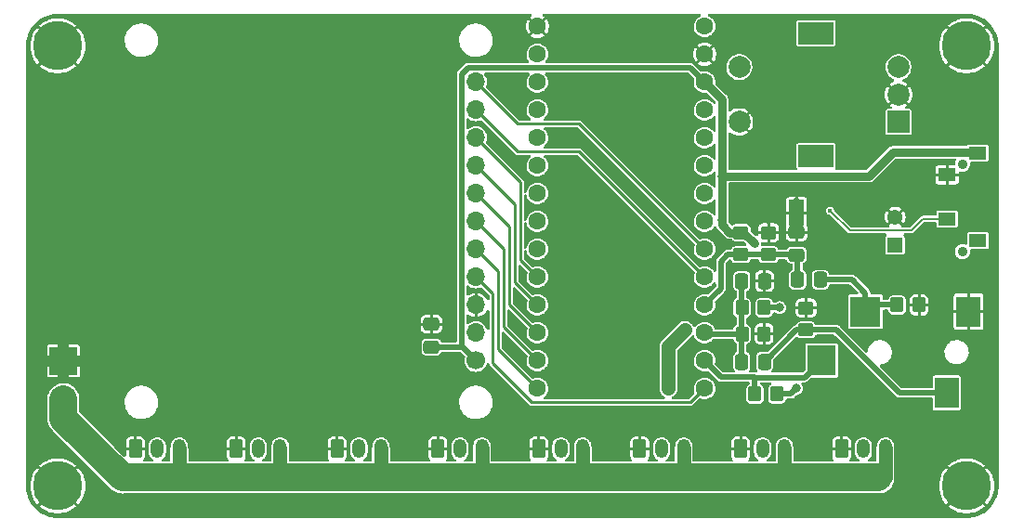
<source format=gtl>
%TF.GenerationSoftware,KiCad,Pcbnew,(6.0.9)*%
%TF.CreationDate,2022-12-29T20:38:23-05:00*%
%TF.ProjectId,led_controller,6c65645f-636f-46e7-9472-6f6c6c65722e,rev?*%
%TF.SameCoordinates,Original*%
%TF.FileFunction,Copper,L1,Top*%
%TF.FilePolarity,Positive*%
%FSLAX46Y46*%
G04 Gerber Fmt 4.6, Leading zero omitted, Abs format (unit mm)*
G04 Created by KiCad (PCBNEW (6.0.9)) date 2022-12-29 20:38:23*
%MOMM*%
%LPD*%
G01*
G04 APERTURE LIST*
G04 Aperture macros list*
%AMRoundRect*
0 Rectangle with rounded corners*
0 $1 Rounding radius*
0 $2 $3 $4 $5 $6 $7 $8 $9 X,Y pos of 4 corners*
0 Add a 4 corners polygon primitive as box body*
4,1,4,$2,$3,$4,$5,$6,$7,$8,$9,$2,$3,0*
0 Add four circle primitives for the rounded corners*
1,1,$1+$1,$2,$3*
1,1,$1+$1,$4,$5*
1,1,$1+$1,$6,$7*
1,1,$1+$1,$8,$9*
0 Add four rect primitives between the rounded corners*
20,1,$1+$1,$2,$3,$4,$5,0*
20,1,$1+$1,$4,$5,$6,$7,0*
20,1,$1+$1,$6,$7,$8,$9,0*
20,1,$1+$1,$8,$9,$2,$3,0*%
G04 Aperture macros list end*
%TA.AperFunction,SMDPad,CuDef*%
%ADD10R,1.600200X1.193800*%
%TD*%
%TA.AperFunction,ComponentPad*%
%ADD11C,0.889000*%
%TD*%
%TA.AperFunction,SMDPad,CuDef*%
%ADD12RoundRect,0.250000X0.450000X-0.350000X0.450000X0.350000X-0.450000X0.350000X-0.450000X-0.350000X0*%
%TD*%
%TA.AperFunction,ComponentPad*%
%ADD13RoundRect,0.250000X-0.350000X-0.625000X0.350000X-0.625000X0.350000X0.625000X-0.350000X0.625000X0*%
%TD*%
%TA.AperFunction,ComponentPad*%
%ADD14O,1.200000X1.750000*%
%TD*%
%TA.AperFunction,SMDPad,CuDef*%
%ADD15RoundRect,0.250000X-0.350000X-0.450000X0.350000X-0.450000X0.350000X0.450000X-0.350000X0.450000X0*%
%TD*%
%TA.AperFunction,ComponentPad*%
%ADD16R,2.500000X2.500000*%
%TD*%
%TA.AperFunction,ComponentPad*%
%ADD17C,2.500000*%
%TD*%
%TA.AperFunction,SMDPad,CuDef*%
%ADD18RoundRect,0.250000X0.475000X-0.337500X0.475000X0.337500X-0.475000X0.337500X-0.475000X-0.337500X0*%
%TD*%
%TA.AperFunction,SMDPad,CuDef*%
%ADD19RoundRect,0.250000X0.350000X0.450000X-0.350000X0.450000X-0.350000X-0.450000X0.350000X-0.450000X0*%
%TD*%
%TA.AperFunction,ComponentPad*%
%ADD20C,4.500000*%
%TD*%
%TA.AperFunction,SMDPad,CuDef*%
%ADD21RoundRect,0.250000X-0.337500X-0.475000X0.337500X-0.475000X0.337500X0.475000X-0.337500X0.475000X0*%
%TD*%
%TA.AperFunction,ComponentPad*%
%ADD22C,1.700000*%
%TD*%
%TA.AperFunction,ComponentPad*%
%ADD23O,1.700000X1.700000*%
%TD*%
%TA.AperFunction,SMDPad,CuDef*%
%ADD24RoundRect,0.250000X-0.450000X0.350000X-0.450000X-0.350000X0.450000X-0.350000X0.450000X0.350000X0*%
%TD*%
%TA.AperFunction,ComponentPad*%
%ADD25R,2.000000X2.000000*%
%TD*%
%TA.AperFunction,ComponentPad*%
%ADD26C,2.000000*%
%TD*%
%TA.AperFunction,ComponentPad*%
%ADD27R,3.200000X2.000000*%
%TD*%
%TA.AperFunction,ComponentPad*%
%ADD28C,1.600000*%
%TD*%
%TA.AperFunction,ComponentPad*%
%ADD29R,1.378000X1.378000*%
%TD*%
%TA.AperFunction,ComponentPad*%
%ADD30C,1.378000*%
%TD*%
%TA.AperFunction,SMDPad,CuDef*%
%ADD31R,2.200000X2.800000*%
%TD*%
%TA.AperFunction,SMDPad,CuDef*%
%ADD32R,2.800000X2.800000*%
%TD*%
%TA.AperFunction,SMDPad,CuDef*%
%ADD33R,2.600000X2.800000*%
%TD*%
%TA.AperFunction,ComponentPad*%
%ADD34C,0.500000*%
%TD*%
%TA.AperFunction,SMDPad,CuDef*%
%ADD35R,1.400000X2.350000*%
%TD*%
%TA.AperFunction,ViaPad*%
%ADD36C,0.800000*%
%TD*%
%TA.AperFunction,ViaPad*%
%ADD37C,0.400000*%
%TD*%
%TA.AperFunction,Conductor*%
%ADD38C,0.762000*%
%TD*%
%TA.AperFunction,Conductor*%
%ADD39C,0.200000*%
%TD*%
%TA.AperFunction,Conductor*%
%ADD40C,0.508000*%
%TD*%
%TA.AperFunction,Conductor*%
%ADD41C,1.270000*%
%TD*%
%TA.AperFunction,Conductor*%
%ADD42C,2.540000*%
%TD*%
%TA.AperFunction,Conductor*%
%ADD43C,0.254000*%
%TD*%
%TA.AperFunction,Conductor*%
%ADD44C,0.250000*%
%TD*%
G04 APERTURE END LIST*
D10*
X177041000Y-99945486D03*
X174241003Y-101945491D03*
X174241000Y-105945487D03*
X177041000Y-107945486D03*
D11*
X175641000Y-100945487D03*
X175641000Y-108945486D03*
D12*
X161394500Y-116062000D03*
X161394500Y-114062000D03*
D13*
X127858810Y-126926000D03*
D14*
X129858810Y-126926000D03*
X131858810Y-126926000D03*
D15*
X169688000Y-113792000D03*
X171688000Y-113792000D03*
D16*
X93730000Y-118900000D03*
D17*
X93730000Y-122400000D03*
D13*
X100284922Y-126926000D03*
D14*
X102284922Y-126926000D03*
X104284922Y-126926000D03*
D18*
X127254000Y-117623500D03*
X127254000Y-115548500D03*
D19*
X157568500Y-114046000D03*
X155568500Y-114046000D03*
D20*
X176022000Y-90170000D03*
D13*
X164624000Y-126926000D03*
D14*
X166624000Y-126926000D03*
X168624000Y-126926000D03*
D20*
X93218000Y-130302000D03*
D21*
X155531000Y-111618000D03*
X157606000Y-111618000D03*
D22*
X131318000Y-118872000D03*
D23*
X131318000Y-116332000D03*
X131318000Y-113792000D03*
X131318000Y-111252000D03*
X131318000Y-108712000D03*
X131318000Y-106172000D03*
X131318000Y-103632000D03*
X131318000Y-101092000D03*
X131318000Y-98552000D03*
X131318000Y-96012000D03*
X131318000Y-93472000D03*
D20*
X93218000Y-90170000D03*
D13*
X137050106Y-126926000D03*
D14*
X139050106Y-126926000D03*
X141050106Y-126926000D03*
D24*
X155448000Y-107204000D03*
X155448000Y-109204000D03*
D13*
X146241402Y-126926000D03*
D14*
X148241402Y-126926000D03*
X150241402Y-126926000D03*
D13*
X109476218Y-126926000D03*
D14*
X111476218Y-126926000D03*
X113476218Y-126926000D03*
D21*
X155531000Y-118984000D03*
X157606000Y-118984000D03*
D25*
X169810000Y-97115000D03*
D26*
X169810000Y-92115000D03*
X169810000Y-94615000D03*
D27*
X162310000Y-100215000D03*
X162310000Y-89015000D03*
D26*
X155310000Y-92115000D03*
X155310000Y-97115000D03*
D28*
X136906000Y-88392000D03*
X136906000Y-90932000D03*
X136906000Y-93472000D03*
X136906000Y-96012000D03*
X136906000Y-98552000D03*
X136906000Y-101092000D03*
X136906000Y-103632000D03*
X136906000Y-106172000D03*
X136906000Y-108712000D03*
X136906000Y-111252000D03*
X136906000Y-113792000D03*
X136906000Y-116332000D03*
X136906000Y-118872000D03*
X136906000Y-121412000D03*
X152146000Y-121412000D03*
X152146000Y-118872000D03*
X152146000Y-116332000D03*
X152146000Y-113792000D03*
X152146000Y-111252000D03*
X152146000Y-108712000D03*
X152146000Y-106172000D03*
X152146000Y-103632000D03*
X152146000Y-101092000D03*
X152146000Y-98552000D03*
X152146000Y-96012000D03*
X152146000Y-93472000D03*
X152146000Y-90932000D03*
X152146000Y-88392000D03*
D29*
X169513000Y-108331000D03*
D30*
X169513000Y-105791000D03*
D18*
X160528000Y-109241500D03*
X160528000Y-107166500D03*
D21*
X160633500Y-111506000D03*
X162708500Y-111506000D03*
D15*
X155568500Y-116444000D03*
X157568500Y-116444000D03*
D13*
X118667514Y-126926000D03*
D14*
X120667514Y-126926000D03*
X122667514Y-126926000D03*
D20*
X176022000Y-130302000D03*
D19*
X158734000Y-121920000D03*
X156734000Y-121920000D03*
D31*
X176212500Y-114410000D03*
D32*
X166812500Y-114410000D03*
D31*
X174212500Y-121810000D03*
D33*
X162812500Y-118860000D03*
D12*
X157973000Y-109204000D03*
X157973000Y-107204000D03*
D13*
X155432698Y-126926000D03*
D14*
X157432698Y-126926000D03*
X159432698Y-126926000D03*
D34*
X160928000Y-106335000D03*
X160128000Y-106335000D03*
D35*
X160528000Y-105410000D03*
D34*
X160128000Y-105410000D03*
X160928000Y-105410000D03*
X160128000Y-104485000D03*
X160928000Y-104485000D03*
D36*
X176812500Y-126047000D03*
X176812500Y-123047000D03*
X176812500Y-120047000D03*
X176812500Y-117047000D03*
X176812500Y-111047000D03*
X176812500Y-105047000D03*
X176812500Y-102047000D03*
X176812500Y-96047000D03*
X176812500Y-93047000D03*
X173812500Y-126047000D03*
X173812500Y-117047000D03*
X173812500Y-114047000D03*
X173812500Y-111047000D03*
X173812500Y-108047000D03*
X173812500Y-96047000D03*
X173812500Y-93047000D03*
X170812500Y-126047000D03*
X170812500Y-123047000D03*
X170812500Y-120047000D03*
X170812500Y-117047000D03*
X170812500Y-111047000D03*
X170812500Y-108047000D03*
X170812500Y-105047000D03*
X170812500Y-102047000D03*
X167812500Y-123047000D03*
X167812500Y-96047000D03*
X164812500Y-120047000D03*
X164812500Y-114047000D03*
X164812500Y-96047000D03*
X164812500Y-90047000D03*
X161812500Y-126047000D03*
X161812500Y-96047000D03*
X158812500Y-96047000D03*
X158812500Y-90047000D03*
X155812500Y-90047000D03*
X152812500Y-126047000D03*
X146812500Y-99047000D03*
X146812500Y-96047000D03*
X146812500Y-93047000D03*
X146812500Y-90047000D03*
X143812500Y-126047000D03*
X143812500Y-120047000D03*
X143812500Y-99047000D03*
X143812500Y-96047000D03*
X143812500Y-93047000D03*
X143812500Y-90047000D03*
X140812500Y-111047000D03*
X140812500Y-93047000D03*
X140812500Y-90047000D03*
X134812500Y-126047000D03*
X134812500Y-93047000D03*
X134812500Y-90047000D03*
X128812500Y-123047000D03*
X128812500Y-114047000D03*
X128812500Y-111047000D03*
X128812500Y-108047000D03*
X128812500Y-105047000D03*
X128812500Y-102047000D03*
X128812500Y-99047000D03*
X128812500Y-96047000D03*
X128812500Y-93047000D03*
X128812500Y-90047000D03*
X125812500Y-126047000D03*
X125812500Y-120047000D03*
X125812500Y-114047000D03*
X125812500Y-111047000D03*
X125812500Y-108047000D03*
X125812500Y-105047000D03*
X125812500Y-102047000D03*
X125812500Y-99047000D03*
X125812500Y-96047000D03*
X125812500Y-93047000D03*
X125812500Y-90047000D03*
X122812500Y-120047000D03*
X122812500Y-114047000D03*
X122812500Y-111047000D03*
X122812500Y-108047000D03*
X122812500Y-105047000D03*
X122812500Y-102047000D03*
X122812500Y-99047000D03*
X122812500Y-96047000D03*
X122812500Y-93047000D03*
X122812500Y-90047000D03*
X119812500Y-123047000D03*
X119812500Y-117047000D03*
X119812500Y-114047000D03*
X119812500Y-111047000D03*
X119812500Y-108047000D03*
X119812500Y-105047000D03*
X119812500Y-102047000D03*
X119812500Y-99047000D03*
X119812500Y-96047000D03*
X119812500Y-93047000D03*
X119812500Y-90047000D03*
X116812500Y-126047000D03*
X116812500Y-120047000D03*
X116812500Y-114047000D03*
X116812500Y-111047000D03*
X116812500Y-108047000D03*
X116812500Y-105047000D03*
X116812500Y-102047000D03*
X116812500Y-99047000D03*
X116812500Y-96047000D03*
X116812500Y-93047000D03*
X116812500Y-90047000D03*
X113812500Y-117047000D03*
X113812500Y-114047000D03*
X113812500Y-111047000D03*
X113812500Y-108047000D03*
X113812500Y-105047000D03*
X113812500Y-102047000D03*
X113812500Y-99047000D03*
X113812500Y-96047000D03*
X113812500Y-93047000D03*
X113812500Y-90047000D03*
X110812500Y-120047000D03*
X110812500Y-117047000D03*
X110812500Y-114047000D03*
X110812500Y-111047000D03*
X110812500Y-108047000D03*
X110812500Y-105047000D03*
X110812500Y-102047000D03*
X110812500Y-99047000D03*
X110812500Y-96047000D03*
X110812500Y-93047000D03*
X110812500Y-90047000D03*
X107812500Y-126047000D03*
X107812500Y-123047000D03*
X107812500Y-120047000D03*
X107812500Y-117047000D03*
X107812500Y-114047000D03*
X107812500Y-111047000D03*
X107812500Y-108047000D03*
X107812500Y-105047000D03*
X107812500Y-102047000D03*
X107812500Y-99047000D03*
X107812500Y-96047000D03*
X107812500Y-93047000D03*
X107812500Y-90047000D03*
X104812500Y-120047000D03*
X104812500Y-117047000D03*
X104812500Y-114047000D03*
X104812500Y-111047000D03*
X104812500Y-108047000D03*
X104812500Y-105047000D03*
X104812500Y-102047000D03*
X104812500Y-99047000D03*
X104812500Y-96047000D03*
X104812500Y-93047000D03*
X104812500Y-90047000D03*
X101812500Y-120047000D03*
X101812500Y-117047000D03*
X101812500Y-114047000D03*
X101812500Y-111047000D03*
X101812500Y-108047000D03*
X101812500Y-105047000D03*
X101812500Y-102047000D03*
X101812500Y-99047000D03*
X101812500Y-96047000D03*
X101812500Y-93047000D03*
X98812500Y-123047000D03*
X98812500Y-120047000D03*
X98812500Y-117047000D03*
X98812500Y-114047000D03*
X98812500Y-111047000D03*
X98812500Y-108047000D03*
X98812500Y-105047000D03*
X98812500Y-102047000D03*
X98812500Y-99047000D03*
X98812500Y-96047000D03*
X98812500Y-93047000D03*
X98812500Y-90047000D03*
X153729489Y-102065700D03*
D37*
X163589997Y-105210003D03*
D36*
X140716000Y-116840000D03*
X140716000Y-114046000D03*
X167640000Y-109474000D03*
X159004000Y-115824000D03*
X159004000Y-114046000D03*
X156718000Y-108204000D03*
X160533714Y-121406286D03*
X153729489Y-106071501D03*
X148844000Y-121412000D03*
X150368000Y-116078000D03*
D38*
X167134300Y-102065700D02*
X153729489Y-102065700D01*
X169330014Y-99869986D02*
X167134300Y-102065700D01*
X176965500Y-99869986D02*
X169330014Y-99869986D01*
X177041000Y-99945486D02*
X176965500Y-99869986D01*
D39*
X172054513Y-105945487D02*
X174241000Y-105945487D01*
X171000000Y-107000000D02*
X172054513Y-105945487D01*
X165379994Y-107000000D02*
X171000000Y-107000000D01*
X163589997Y-105210003D02*
X165379994Y-107000000D01*
D40*
X152258000Y-116444000D02*
X152146000Y-116332000D01*
X155531000Y-118984000D02*
X155531000Y-111618000D01*
X155568500Y-116444000D02*
X152258000Y-116444000D01*
X160528000Y-116062000D02*
X161394500Y-116062000D01*
X161394500Y-116062000D02*
X164150331Y-116062000D01*
X157606000Y-118984000D02*
X160528000Y-116062000D01*
X169898331Y-121810000D02*
X174212500Y-121810000D01*
X164150331Y-116062000D02*
X169898331Y-121810000D01*
X152146000Y-113792000D02*
X153623480Y-112314520D01*
X160633500Y-111506000D02*
X160633500Y-109347000D01*
X153623480Y-112314520D02*
X153623480Y-109828040D01*
X160490500Y-109204000D02*
X160528000Y-109241500D01*
X155448000Y-109204000D02*
X160490500Y-109204000D01*
X153623480Y-109828040D02*
X154247520Y-109204000D01*
X160633500Y-109347000D02*
X160528000Y-109241500D01*
X154247520Y-109204000D02*
X155448000Y-109204000D01*
X166812500Y-112710500D02*
X166812500Y-114410000D01*
X169688000Y-113792000D02*
X167430500Y-113792000D01*
X167430500Y-113792000D02*
X166812500Y-114410000D01*
X165608000Y-111506000D02*
X166812500Y-112710500D01*
X162708500Y-111506000D02*
X165608000Y-111506000D01*
D38*
X153729489Y-106485489D02*
X154448000Y-107204000D01*
X153729489Y-95055489D02*
X153729489Y-101913489D01*
D40*
X127254000Y-117623500D02*
X129959478Y-117623500D01*
X130014489Y-117568489D02*
X130014489Y-92743511D01*
X136386778Y-92185511D02*
X137425222Y-92185511D01*
D38*
X153729489Y-101913489D02*
X153729489Y-104199489D01*
D40*
X130589511Y-92168489D02*
X136369756Y-92168489D01*
X158734000Y-121920000D02*
X160020000Y-121920000D01*
X137425222Y-92185511D02*
X137442244Y-92168489D01*
D38*
X154448000Y-107204000D02*
X155448000Y-107204000D01*
X153729489Y-104199489D02*
X153729489Y-106485489D01*
D40*
X130014489Y-92743511D02*
X130589511Y-92168489D01*
X150842489Y-92168489D02*
X152146000Y-93472000D01*
D38*
X152146000Y-93472000D02*
X153729489Y-95055489D01*
D40*
X131318000Y-118872000D02*
X130014489Y-117568489D01*
X136369756Y-92168489D02*
X136386778Y-92185511D01*
D38*
X155448000Y-107204000D02*
X155718000Y-107204000D01*
D40*
X137442244Y-92168489D02*
X150842489Y-92168489D01*
X129959478Y-117623500D02*
X130014489Y-117568489D01*
X159004000Y-114046000D02*
X157568500Y-114046000D01*
X160020000Y-121920000D02*
X160533714Y-121406286D01*
D38*
X155718000Y-107204000D02*
X156718000Y-108204000D01*
D41*
X104284922Y-126926000D02*
X104284922Y-129395078D01*
X141050106Y-126926000D02*
X141050106Y-129205894D01*
X122667514Y-126926000D02*
X122667514Y-129017514D01*
D42*
X93730000Y-122400000D02*
X93730000Y-124167766D01*
D41*
X131858810Y-128999190D02*
X131318000Y-129540000D01*
D42*
X99102234Y-129540000D02*
X104140000Y-129540000D01*
D41*
X104284922Y-129395078D02*
X104140000Y-129540000D01*
X148844000Y-117602000D02*
X150368000Y-116078000D01*
X168623996Y-126926010D02*
X168623996Y-129540000D01*
X131858810Y-126926000D02*
X131858810Y-128999190D01*
D42*
X93730000Y-124167766D02*
X99102234Y-129540000D01*
D41*
X148844000Y-121412000D02*
X148844000Y-117602000D01*
D42*
X159258000Y-129540000D02*
X160782000Y-129540000D01*
D41*
X159432698Y-129365302D02*
X159258000Y-129540000D01*
D42*
X104140000Y-129540000D02*
X113792000Y-129540000D01*
D41*
X141050106Y-129205894D02*
X140716000Y-129540000D01*
X122667514Y-129017514D02*
X123190000Y-129540000D01*
D42*
X131318000Y-129540000D02*
X160782000Y-129540000D01*
D41*
X113476218Y-126926000D02*
X113476218Y-129224218D01*
X113476218Y-129224218D02*
X113792000Y-129540000D01*
X159432698Y-126926000D02*
X159432698Y-129365302D01*
D42*
X113792000Y-129540000D02*
X123190000Y-129540000D01*
X160782000Y-129540000D02*
X167988996Y-129540000D01*
X123190000Y-129540000D02*
X131318000Y-129540000D01*
D41*
X150241402Y-126926000D02*
X150241402Y-129158598D01*
D40*
X156734000Y-121920000D02*
X156734000Y-120412000D01*
X152146000Y-118872000D02*
X153670000Y-120396000D01*
X156734000Y-120412000D02*
X156718000Y-120396000D01*
X153670000Y-120396000D02*
X156718000Y-120396000D01*
X162812500Y-118860000D02*
X161260500Y-120412000D01*
X161260500Y-120412000D02*
X156734000Y-120412000D01*
D43*
X150876000Y-122682000D02*
X136398000Y-122682000D01*
X152146000Y-121412000D02*
X150876000Y-122682000D01*
X136398000Y-122682000D02*
X132842000Y-119126000D01*
X132842000Y-119126000D02*
X132842000Y-112776000D01*
X132842000Y-112776000D02*
X131318000Y-111252000D01*
X136906000Y-121412000D02*
X133350000Y-117856000D01*
X133350000Y-110744000D02*
X131318000Y-108712000D01*
X133350000Y-117856000D02*
X133350000Y-110744000D01*
X133858000Y-108712000D02*
X131318000Y-106172000D01*
X133858000Y-115824000D02*
X133858000Y-108712000D01*
X136906000Y-118872000D02*
X133858000Y-115824000D01*
X134366000Y-106680000D02*
X131318000Y-103632000D01*
X136906000Y-116332000D02*
X134366000Y-113792000D01*
X134366000Y-113792000D02*
X134366000Y-106680000D01*
X136906000Y-113792000D02*
X134874000Y-111760000D01*
X134874000Y-111760000D02*
X134874000Y-104648000D01*
X134874000Y-104648000D02*
X131318000Y-101092000D01*
X135382000Y-109728000D02*
X135382000Y-102616000D01*
X135382000Y-102616000D02*
X131318000Y-98552000D01*
X136906000Y-111252000D02*
X135382000Y-109728000D01*
D44*
X140716000Y-99822000D02*
X135128000Y-99822000D01*
X152146000Y-111252000D02*
X140716000Y-99822000D01*
D43*
X135128000Y-99822000D02*
X131318000Y-96012000D01*
X131318000Y-93472000D02*
X133604000Y-95758000D01*
D44*
X140716000Y-97282000D02*
X135128000Y-97282000D01*
X135128000Y-97282000D02*
X133604000Y-95758000D01*
X152146000Y-108712000D02*
X140716000Y-97282000D01*
%TA.AperFunction,Conductor*%
G36*
X136371441Y-87269502D02*
G01*
X136417934Y-87323158D01*
X136428038Y-87393432D01*
X136398544Y-87458012D01*
X136361695Y-87487162D01*
X136331534Y-87502930D01*
X136321276Y-87509642D01*
X136269970Y-87550894D01*
X136261502Y-87563062D01*
X136267877Y-87574272D01*
X136893188Y-88199583D01*
X136907132Y-88207197D01*
X136908965Y-88207066D01*
X136915580Y-88202815D01*
X137543542Y-87574853D01*
X137550784Y-87561591D01*
X137543595Y-87551486D01*
X137502990Y-87517895D01*
X137492819Y-87511034D01*
X137447140Y-87486336D01*
X137396731Y-87436341D01*
X137381353Y-87367030D01*
X137405889Y-87300408D01*
X137462549Y-87257627D01*
X137507068Y-87249500D01*
X151706721Y-87249500D01*
X151774842Y-87269502D01*
X151821335Y-87323158D01*
X151831439Y-87393432D01*
X151801945Y-87458012D01*
X151765097Y-87487161D01*
X151607727Y-87569432D01*
X151458207Y-87689649D01*
X151334885Y-87836618D01*
X151331917Y-87842017D01*
X151246474Y-87997439D01*
X151242459Y-88004742D01*
X151240596Y-88010616D01*
X151240594Y-88010620D01*
X151194550Y-88155770D01*
X151184448Y-88187616D01*
X151163062Y-88378275D01*
X151164215Y-88392000D01*
X151175408Y-88525293D01*
X151179116Y-88569456D01*
X151231998Y-88753879D01*
X151234813Y-88759356D01*
X151234814Y-88759359D01*
X151309321Y-88904334D01*
X151319694Y-88924518D01*
X151323517Y-88929342D01*
X151323520Y-88929346D01*
X151428879Y-89062274D01*
X151438865Y-89074873D01*
X151443559Y-89078868D01*
X151571048Y-89187370D01*
X151584969Y-89199218D01*
X151590347Y-89202224D01*
X151590349Y-89202225D01*
X151633917Y-89226574D01*
X151752443Y-89292816D01*
X151934908Y-89352102D01*
X152125413Y-89374818D01*
X152131548Y-89374346D01*
X152131550Y-89374346D01*
X152310561Y-89360573D01*
X152310566Y-89360572D01*
X152316702Y-89360100D01*
X152322634Y-89358444D01*
X152322638Y-89358443D01*
X152409095Y-89334303D01*
X152501489Y-89308506D01*
X152672736Y-89222003D01*
X152685261Y-89212218D01*
X152819063Y-89107680D01*
X152823919Y-89103886D01*
X152845514Y-89078868D01*
X152945252Y-88963321D01*
X152945253Y-88963319D01*
X152949281Y-88958653D01*
X153044046Y-88791836D01*
X153104605Y-88609790D01*
X153110476Y-88563315D01*
X153128209Y-88422951D01*
X153128210Y-88422942D01*
X153128651Y-88419448D01*
X153129034Y-88392000D01*
X153110312Y-88201061D01*
X153104481Y-88181746D01*
X153065898Y-88053954D01*
X153054860Y-88017395D01*
X153044249Y-87997439D01*
X160531700Y-87997439D01*
X160531701Y-90032560D01*
X160542045Y-90084569D01*
X160548940Y-90094888D01*
X160548941Y-90094890D01*
X160556751Y-90106578D01*
X160581453Y-90143547D01*
X160640431Y-90182955D01*
X160692439Y-90193300D01*
X162309477Y-90193300D01*
X163927560Y-90193299D01*
X163979569Y-90182955D01*
X163993034Y-90173958D01*
X173513298Y-90173958D01*
X173532584Y-90480492D01*
X173533577Y-90488355D01*
X173591128Y-90790050D01*
X173593099Y-90797727D01*
X173688010Y-91089833D01*
X173690925Y-91097196D01*
X173821701Y-91375110D01*
X173825513Y-91382043D01*
X173990094Y-91641380D01*
X173994739Y-91647773D01*
X174150652Y-91836240D01*
X174163169Y-91844695D01*
X174173907Y-91838488D01*
X175829583Y-90182812D01*
X175835961Y-90171132D01*
X176206803Y-90171132D01*
X176206934Y-90172965D01*
X176211185Y-90179580D01*
X177868990Y-91837385D01*
X177882252Y-91844627D01*
X177892357Y-91837438D01*
X178049261Y-91647773D01*
X178053906Y-91641380D01*
X178218487Y-91382043D01*
X178222299Y-91375110D01*
X178353075Y-91097196D01*
X178355990Y-91089833D01*
X178450901Y-90797727D01*
X178452872Y-90790050D01*
X178510423Y-90488355D01*
X178511416Y-90480492D01*
X178530702Y-90173958D01*
X178530702Y-90166042D01*
X178511416Y-89859508D01*
X178510423Y-89851645D01*
X178452872Y-89549950D01*
X178450901Y-89542273D01*
X178355990Y-89250167D01*
X178353075Y-89242804D01*
X178222299Y-88964890D01*
X178218487Y-88957957D01*
X178053906Y-88698620D01*
X178049261Y-88692227D01*
X177893348Y-88503760D01*
X177880831Y-88495305D01*
X177870093Y-88501512D01*
X176214417Y-90157188D01*
X176206803Y-90171132D01*
X175835961Y-90171132D01*
X175837197Y-90168868D01*
X175837066Y-90167035D01*
X175832815Y-90160420D01*
X174175010Y-88502615D01*
X174161748Y-88495373D01*
X174151643Y-88502562D01*
X173994739Y-88692227D01*
X173990094Y-88698620D01*
X173825513Y-88957957D01*
X173821701Y-88964890D01*
X173690925Y-89242804D01*
X173688010Y-89250167D01*
X173593099Y-89542273D01*
X173591128Y-89549950D01*
X173533577Y-89851645D01*
X173532584Y-89859508D01*
X173513298Y-90166042D01*
X173513298Y-90173958D01*
X163993034Y-90173958D01*
X163997264Y-90171132D01*
X164028231Y-90150440D01*
X164038547Y-90143547D01*
X164077955Y-90084569D01*
X164088300Y-90032561D01*
X164088299Y-88312844D01*
X174348314Y-88312844D01*
X174348346Y-88313626D01*
X174353443Y-88321838D01*
X176009188Y-89977583D01*
X176023132Y-89985197D01*
X176024965Y-89985066D01*
X176031580Y-89980815D01*
X177688033Y-88324362D01*
X177695647Y-88310418D01*
X177695592Y-88309638D01*
X177690240Y-88301591D01*
X177624152Y-88239531D01*
X177618062Y-88234492D01*
X177369572Y-88053954D01*
X177362890Y-88049714D01*
X177093721Y-87901736D01*
X177086586Y-87898379D01*
X176800992Y-87785304D01*
X176793465Y-87782859D01*
X176495970Y-87706475D01*
X176488199Y-87704992D01*
X176183470Y-87666497D01*
X176175579Y-87666000D01*
X175868421Y-87666000D01*
X175860530Y-87666497D01*
X175555801Y-87704992D01*
X175548030Y-87706475D01*
X175250535Y-87782859D01*
X175243008Y-87785304D01*
X174957414Y-87898379D01*
X174950279Y-87901736D01*
X174681110Y-88049714D01*
X174674428Y-88053954D01*
X174425938Y-88234492D01*
X174419848Y-88239531D01*
X174356361Y-88299148D01*
X174348314Y-88312844D01*
X164088299Y-88312844D01*
X164088299Y-87997440D01*
X164085421Y-87982967D01*
X164080376Y-87957604D01*
X164077955Y-87945431D01*
X164038547Y-87886453D01*
X163979569Y-87847045D01*
X163927561Y-87836700D01*
X162310523Y-87836700D01*
X160692440Y-87836701D01*
X160640431Y-87847045D01*
X160581453Y-87886453D01*
X160542045Y-87945431D01*
X160531700Y-87997439D01*
X153044249Y-87997439D01*
X152964790Y-87847997D01*
X152955577Y-87836701D01*
X152847427Y-87704096D01*
X152847424Y-87704093D01*
X152843532Y-87699321D01*
X152695706Y-87577028D01*
X152527975Y-87486336D01*
X152477566Y-87436341D01*
X152462189Y-87367030D01*
X152486725Y-87300408D01*
X152543385Y-87257627D01*
X152587904Y-87249500D01*
X175988624Y-87249500D01*
X175990181Y-87249705D01*
X176005977Y-87249705D01*
X176022000Y-87253998D01*
X176033217Y-87250992D01*
X176035795Y-87251749D01*
X176035878Y-87250279D01*
X176341931Y-87267466D01*
X176355963Y-87269047D01*
X176510432Y-87295293D01*
X176664896Y-87321538D01*
X176678671Y-87324682D01*
X176979782Y-87411431D01*
X176993119Y-87416098D01*
X177148714Y-87480547D01*
X177282624Y-87536014D01*
X177295347Y-87542141D01*
X177354535Y-87574853D01*
X177569604Y-87693718D01*
X177581567Y-87701235D01*
X177837132Y-87882567D01*
X177848172Y-87891371D01*
X177981612Y-88010620D01*
X178081829Y-88100180D01*
X178091819Y-88110170D01*
X178300629Y-88343828D01*
X178309433Y-88354868D01*
X178490765Y-88610433D01*
X178498282Y-88622396D01*
X178573979Y-88759359D01*
X178638796Y-88876635D01*
X178649857Y-88896649D01*
X178655986Y-88909376D01*
X178678331Y-88963321D01*
X178775902Y-89198881D01*
X178780569Y-89212218D01*
X178867318Y-89513329D01*
X178870462Y-89527104D01*
X178922952Y-89836032D01*
X178924534Y-89850069D01*
X178936205Y-90057895D01*
X178941721Y-90156122D01*
X178940572Y-90156187D01*
X178941115Y-90158385D01*
X178938002Y-90170000D01*
X178942295Y-90186023D01*
X178942295Y-90201819D01*
X178942500Y-90203376D01*
X178942499Y-130268624D01*
X178942294Y-130270181D01*
X178942294Y-130285977D01*
X178938001Y-130302000D01*
X178941007Y-130313217D01*
X178940250Y-130315795D01*
X178941720Y-130315878D01*
X178924675Y-130619407D01*
X178924533Y-130621927D01*
X178922952Y-130635963D01*
X178896706Y-130790432D01*
X178870461Y-130944896D01*
X178867317Y-130958671D01*
X178780568Y-131259782D01*
X178775901Y-131273119D01*
X178655987Y-131562620D01*
X178649858Y-131575347D01*
X178498281Y-131849604D01*
X178490770Y-131861559D01*
X178309428Y-132117137D01*
X178300628Y-132128172D01*
X178091820Y-132361829D01*
X178081830Y-132371819D01*
X177848172Y-132580628D01*
X177837140Y-132589426D01*
X177581559Y-132770770D01*
X177569611Y-132778277D01*
X177295349Y-132929857D01*
X177282624Y-132935985D01*
X177170337Y-132982496D01*
X176993119Y-133055901D01*
X176979782Y-133060568D01*
X176678671Y-133147317D01*
X176664896Y-133150461D01*
X176510432Y-133176706D01*
X176355963Y-133202952D01*
X176341931Y-133204533D01*
X176035878Y-133221720D01*
X176035813Y-133220571D01*
X176033615Y-133221114D01*
X176022000Y-133218001D01*
X176005976Y-133222294D01*
X175990186Y-133222294D01*
X175988621Y-133222500D01*
X93251376Y-133222500D01*
X93249819Y-133222295D01*
X93234023Y-133222295D01*
X93218000Y-133218002D01*
X93206783Y-133221008D01*
X93204205Y-133220251D01*
X93204122Y-133221721D01*
X92898069Y-133204534D01*
X92884037Y-133202953D01*
X92729568Y-133176707D01*
X92575104Y-133150462D01*
X92561329Y-133147318D01*
X92260218Y-133060569D01*
X92246881Y-133055902D01*
X92069663Y-132982497D01*
X91957376Y-132935986D01*
X91944653Y-132929859D01*
X91827827Y-132865292D01*
X91670396Y-132778282D01*
X91658433Y-132770765D01*
X91402868Y-132589433D01*
X91391828Y-132580629D01*
X91158170Y-132371819D01*
X91148180Y-132361829D01*
X90969228Y-132161582D01*
X91544353Y-132161582D01*
X91544408Y-132162362D01*
X91549760Y-132170409D01*
X91615848Y-132232469D01*
X91621938Y-132237508D01*
X91870428Y-132418046D01*
X91877110Y-132422286D01*
X92146279Y-132570264D01*
X92153414Y-132573621D01*
X92439008Y-132686696D01*
X92446535Y-132689141D01*
X92744030Y-132765525D01*
X92751801Y-132767008D01*
X93056530Y-132805503D01*
X93064421Y-132806000D01*
X93371579Y-132806000D01*
X93379470Y-132805503D01*
X93684199Y-132767008D01*
X93691970Y-132765525D01*
X93989465Y-132689141D01*
X93996992Y-132686696D01*
X94282586Y-132573621D01*
X94289721Y-132570264D01*
X94558890Y-132422286D01*
X94565572Y-132418046D01*
X94814062Y-132237508D01*
X94820152Y-132232469D01*
X94883639Y-132172852D01*
X94890261Y-132161582D01*
X174348353Y-132161582D01*
X174348408Y-132162362D01*
X174353760Y-132170409D01*
X174419848Y-132232469D01*
X174425938Y-132237508D01*
X174674428Y-132418046D01*
X174681110Y-132422286D01*
X174950279Y-132570264D01*
X174957414Y-132573621D01*
X175243008Y-132686696D01*
X175250535Y-132689141D01*
X175548030Y-132765525D01*
X175555801Y-132767008D01*
X175860530Y-132805503D01*
X175868421Y-132806000D01*
X176175579Y-132806000D01*
X176183470Y-132805503D01*
X176488199Y-132767008D01*
X176495970Y-132765525D01*
X176793465Y-132689141D01*
X176800992Y-132686696D01*
X177086586Y-132573621D01*
X177093721Y-132570264D01*
X177362890Y-132422286D01*
X177369572Y-132418046D01*
X177618062Y-132237508D01*
X177624152Y-132232469D01*
X177687639Y-132172852D01*
X177695686Y-132159156D01*
X177695654Y-132158374D01*
X177690557Y-132150162D01*
X176034812Y-130494417D01*
X176020868Y-130486803D01*
X176019035Y-130486934D01*
X176012420Y-130491185D01*
X174355967Y-132147638D01*
X174348353Y-132161582D01*
X94890261Y-132161582D01*
X94891686Y-132159156D01*
X94891654Y-132158374D01*
X94886557Y-132150162D01*
X93230812Y-130494417D01*
X93216868Y-130486803D01*
X93215035Y-130486934D01*
X93208420Y-130491185D01*
X91551967Y-132147638D01*
X91544353Y-132161582D01*
X90969228Y-132161582D01*
X90939371Y-132128172D01*
X90930567Y-132117132D01*
X90749235Y-131861567D01*
X90741718Y-131849604D01*
X90654708Y-131692173D01*
X90590141Y-131575347D01*
X90584012Y-131562620D01*
X90464098Y-131273119D01*
X90459431Y-131259782D01*
X90372682Y-130958671D01*
X90369538Y-130944896D01*
X90343293Y-130790432D01*
X90317047Y-130635963D01*
X90315466Y-130621927D01*
X90315325Y-130619407D01*
X90298279Y-130315878D01*
X90299428Y-130315813D01*
X90298885Y-130313615D01*
X90300937Y-130305958D01*
X90709298Y-130305958D01*
X90728584Y-130612492D01*
X90729577Y-130620355D01*
X90787128Y-130922050D01*
X90789099Y-130929727D01*
X90884010Y-131221833D01*
X90886925Y-131229196D01*
X91017701Y-131507110D01*
X91021513Y-131514043D01*
X91186094Y-131773380D01*
X91190739Y-131779773D01*
X91346652Y-131968240D01*
X91359169Y-131976695D01*
X91369907Y-131970488D01*
X93025583Y-130314812D01*
X93031961Y-130303132D01*
X93402803Y-130303132D01*
X93402934Y-130304965D01*
X93407185Y-130311580D01*
X95064990Y-131969385D01*
X95078252Y-131976627D01*
X95088357Y-131969438D01*
X95245261Y-131779773D01*
X95249906Y-131773380D01*
X95414487Y-131514043D01*
X95418299Y-131507110D01*
X95549075Y-131229196D01*
X95551990Y-131221833D01*
X95646901Y-130929727D01*
X95648872Y-130922050D01*
X95706423Y-130620355D01*
X95707416Y-130612492D01*
X95726702Y-130305958D01*
X95726702Y-130298042D01*
X95707416Y-129991508D01*
X95706423Y-129983645D01*
X95648872Y-129681950D01*
X95646901Y-129674273D01*
X95551990Y-129382167D01*
X95549075Y-129374804D01*
X95418299Y-129096890D01*
X95414487Y-129089957D01*
X95249906Y-128830620D01*
X95245261Y-128824227D01*
X95089348Y-128635760D01*
X95076831Y-128627305D01*
X95066093Y-128633512D01*
X93410417Y-130289188D01*
X93402803Y-130303132D01*
X93031961Y-130303132D01*
X93033197Y-130300868D01*
X93033066Y-130299035D01*
X93028815Y-130292420D01*
X91371010Y-128634615D01*
X91357748Y-128627373D01*
X91347643Y-128634562D01*
X91190739Y-128824227D01*
X91186094Y-128830620D01*
X91021513Y-129089957D01*
X91017701Y-129096890D01*
X90886925Y-129374804D01*
X90884010Y-129382167D01*
X90789099Y-129674273D01*
X90787128Y-129681950D01*
X90729577Y-129983645D01*
X90728584Y-129991508D01*
X90709298Y-130298042D01*
X90709298Y-130305958D01*
X90300937Y-130305958D01*
X90301998Y-130302000D01*
X90297705Y-130285977D01*
X90297705Y-130270181D01*
X90297500Y-130268624D01*
X90297500Y-128444844D01*
X91544314Y-128444844D01*
X91544346Y-128445626D01*
X91549443Y-128453838D01*
X93205188Y-130109583D01*
X93219132Y-130117197D01*
X93220965Y-130117066D01*
X93227580Y-130112815D01*
X94884033Y-128456362D01*
X94891647Y-128442418D01*
X94891592Y-128441638D01*
X94886240Y-128433591D01*
X94820152Y-128371531D01*
X94814062Y-128366492D01*
X94565572Y-128185954D01*
X94558890Y-128181714D01*
X94289721Y-128033736D01*
X94282586Y-128030379D01*
X93996992Y-127917304D01*
X93989465Y-127914859D01*
X93691970Y-127838475D01*
X93684199Y-127836992D01*
X93379470Y-127798497D01*
X93371579Y-127798000D01*
X93064421Y-127798000D01*
X93056530Y-127798497D01*
X92751801Y-127836992D01*
X92744030Y-127838475D01*
X92446535Y-127914859D01*
X92439008Y-127917304D01*
X92153414Y-128030379D01*
X92146279Y-128033736D01*
X91877110Y-128181714D01*
X91870428Y-128185954D01*
X91621938Y-128366492D01*
X91615848Y-128371531D01*
X91552361Y-128431148D01*
X91544314Y-128444844D01*
X90297500Y-128444844D01*
X90297500Y-124081578D01*
X92279294Y-124081578D01*
X92279411Y-124086740D01*
X92279411Y-124086743D01*
X92281668Y-124186194D01*
X92281700Y-124189053D01*
X92281700Y-124228145D01*
X92282665Y-124239880D01*
X92283055Y-124247322D01*
X92284697Y-124319673D01*
X92285657Y-124324753D01*
X92291486Y-124355604D01*
X92293253Y-124368671D01*
X92296250Y-124405122D01*
X92297508Y-124410130D01*
X92313879Y-124475304D01*
X92315482Y-124482597D01*
X92328915Y-124553689D01*
X92330690Y-124558540D01*
X92330693Y-124558550D01*
X92341483Y-124588033D01*
X92345362Y-124600642D01*
X92354269Y-124636103D01*
X92356327Y-124640836D01*
X92356328Y-124640839D01*
X92383121Y-124702458D01*
X92385896Y-124709397D01*
X92410760Y-124777341D01*
X92428765Y-124809165D01*
X92434648Y-124820965D01*
X92449233Y-124854507D01*
X92452037Y-124858841D01*
X92452039Y-124858845D01*
X92488533Y-124915255D01*
X92492406Y-124921650D01*
X92528033Y-124984621D01*
X92531280Y-124988645D01*
X92550999Y-125013084D01*
X92558730Y-125023764D01*
X92578594Y-125054468D01*
X92582072Y-125058291D01*
X92582078Y-125058298D01*
X92627292Y-125107987D01*
X92632148Y-125113652D01*
X92650817Y-125136789D01*
X92678497Y-125164469D01*
X92682577Y-125168744D01*
X92738876Y-125230616D01*
X92742927Y-125233815D01*
X92742931Y-125233819D01*
X92760526Y-125247714D01*
X92771529Y-125257501D01*
X97998922Y-130484893D01*
X98010585Y-130498333D01*
X98015486Y-130504860D01*
X98019224Y-130508432D01*
X98091154Y-130577170D01*
X98093198Y-130579169D01*
X98120826Y-130606797D01*
X98122806Y-130608476D01*
X98129799Y-130614407D01*
X98135351Y-130619406D01*
X98187665Y-130669398D01*
X98191931Y-130672308D01*
X98217882Y-130690012D01*
X98228368Y-130698001D01*
X98252309Y-130718304D01*
X98252318Y-130718311D01*
X98256256Y-130721650D01*
X98260691Y-130724304D01*
X98260692Y-130724305D01*
X98318336Y-130758804D01*
X98324614Y-130762818D01*
X98384406Y-130803606D01*
X98415331Y-130817961D01*
X98417578Y-130819004D01*
X98429233Y-130825175D01*
X98460609Y-130843953D01*
X98527942Y-130870476D01*
X98534781Y-130873407D01*
X98600425Y-130903878D01*
X98605413Y-130905261D01*
X98605412Y-130905261D01*
X98635663Y-130913651D01*
X98648160Y-130917832D01*
X98682194Y-130931238D01*
X98712398Y-130937713D01*
X98752950Y-130946407D01*
X98760210Y-130948191D01*
X98824935Y-130966141D01*
X98824937Y-130966141D01*
X98829919Y-130967523D01*
X98835062Y-130968073D01*
X98835069Y-130968074D01*
X98866288Y-130971411D01*
X98879309Y-130973496D01*
X98910002Y-130980076D01*
X98910006Y-130980076D01*
X98915060Y-130981160D01*
X98920225Y-130981404D01*
X98920228Y-130981404D01*
X98987330Y-130984569D01*
X98994779Y-130985142D01*
X99020997Y-130987943D01*
X99020999Y-130987943D01*
X99024339Y-130988300D01*
X99063492Y-130988300D01*
X99069427Y-130988440D01*
X99152952Y-130992379D01*
X99180344Y-130989161D01*
X99195045Y-130988300D01*
X168049375Y-130988300D01*
X168051948Y-130988088D01*
X168051959Y-130988088D01*
X168151771Y-130979882D01*
X168226352Y-130973750D01*
X168457333Y-130915731D01*
X168584672Y-130860363D01*
X168671000Y-130822827D01*
X168671003Y-130822825D01*
X168675737Y-130820767D01*
X168680072Y-130817963D01*
X168680075Y-130817961D01*
X168834120Y-130718304D01*
X168875698Y-130691406D01*
X168896687Y-130672308D01*
X168944290Y-130628992D01*
X169051846Y-130531124D01*
X169055045Y-130527073D01*
X169055049Y-130527069D01*
X169196249Y-130348278D01*
X169196252Y-130348273D01*
X169199450Y-130344224D01*
X169215144Y-130315795D01*
X169220574Y-130305958D01*
X173513298Y-130305958D01*
X173532584Y-130612492D01*
X173533577Y-130620355D01*
X173591128Y-130922050D01*
X173593099Y-130929727D01*
X173688010Y-131221833D01*
X173690925Y-131229196D01*
X173821701Y-131507110D01*
X173825513Y-131514043D01*
X173990094Y-131773380D01*
X173994739Y-131779773D01*
X174150652Y-131968240D01*
X174163169Y-131976695D01*
X174173907Y-131970488D01*
X175829583Y-130314812D01*
X175835961Y-130303132D01*
X176206803Y-130303132D01*
X176206934Y-130304965D01*
X176211185Y-130311580D01*
X177868990Y-131969385D01*
X177882252Y-131976627D01*
X177892357Y-131969438D01*
X178049261Y-131779773D01*
X178053906Y-131773380D01*
X178218487Y-131514043D01*
X178222299Y-131507110D01*
X178353075Y-131229196D01*
X178355990Y-131221833D01*
X178450901Y-130929727D01*
X178452872Y-130922050D01*
X178510423Y-130620355D01*
X178511416Y-130612492D01*
X178530702Y-130305958D01*
X178530702Y-130298042D01*
X178511416Y-129991508D01*
X178510423Y-129983645D01*
X178452872Y-129681950D01*
X178450901Y-129674273D01*
X178355990Y-129382167D01*
X178353075Y-129374804D01*
X178222299Y-129096890D01*
X178218487Y-129089957D01*
X178053906Y-128830620D01*
X178049261Y-128824227D01*
X177893348Y-128635760D01*
X177880831Y-128627305D01*
X177870093Y-128633512D01*
X176214417Y-130289188D01*
X176206803Y-130303132D01*
X175835961Y-130303132D01*
X175837197Y-130300868D01*
X175837066Y-130299035D01*
X175832815Y-130292420D01*
X174175010Y-128634615D01*
X174161748Y-128627373D01*
X174151643Y-128634562D01*
X173994739Y-128824227D01*
X173990094Y-128830620D01*
X173825513Y-129089957D01*
X173821701Y-129096890D01*
X173690925Y-129374804D01*
X173688010Y-129382167D01*
X173593099Y-129674273D01*
X173591128Y-129681950D01*
X173533577Y-129983645D01*
X173532584Y-129991508D01*
X173513298Y-130298042D01*
X173513298Y-130305958D01*
X169220574Y-130305958D01*
X169312050Y-130140250D01*
X169312052Y-130140246D01*
X169314547Y-130135726D01*
X169322661Y-130112815D01*
X169392320Y-129916105D01*
X169392321Y-129916101D01*
X169394046Y-129911230D01*
X169435810Y-129676764D01*
X169436766Y-129598567D01*
X169436918Y-129594523D01*
X169437296Y-129591530D01*
X169437296Y-129555961D01*
X169437305Y-129554421D01*
X169438657Y-129443795D01*
X169438657Y-129443793D01*
X169438720Y-129438625D01*
X169437937Y-129433511D01*
X169437603Y-129428731D01*
X169437296Y-129419938D01*
X169437296Y-128444844D01*
X174348314Y-128444844D01*
X174348346Y-128445626D01*
X174353443Y-128453838D01*
X176009188Y-130109583D01*
X176023132Y-130117197D01*
X176024965Y-130117066D01*
X176031580Y-130112815D01*
X177688033Y-128456362D01*
X177695647Y-128442418D01*
X177695592Y-128441638D01*
X177690240Y-128433591D01*
X177624152Y-128371531D01*
X177618062Y-128366492D01*
X177369572Y-128185954D01*
X177362890Y-128181714D01*
X177093721Y-128033736D01*
X177086586Y-128030379D01*
X176800992Y-127917304D01*
X176793465Y-127914859D01*
X176495970Y-127838475D01*
X176488199Y-127836992D01*
X176183470Y-127798497D01*
X176175579Y-127798000D01*
X175868421Y-127798000D01*
X175860530Y-127798497D01*
X175555801Y-127836992D01*
X175548030Y-127838475D01*
X175250535Y-127914859D01*
X175243008Y-127917304D01*
X174957414Y-128030379D01*
X174950279Y-128033736D01*
X174681110Y-128181714D01*
X174674428Y-128185954D01*
X174425938Y-128366492D01*
X174419848Y-128371531D01*
X174356361Y-128431148D01*
X174348314Y-128444844D01*
X169437296Y-128444844D01*
X169437296Y-126880133D01*
X169426676Y-126785452D01*
X169422888Y-126751682D01*
X169422888Y-126751681D01*
X169422103Y-126744685D01*
X169419787Y-126738033D01*
X169409308Y-126707941D01*
X169402300Y-126666505D01*
X169402300Y-126607094D01*
X169387761Y-126477478D01*
X169330338Y-126312580D01*
X169320493Y-126296824D01*
X169241541Y-126170476D01*
X169237808Y-126164502D01*
X169229345Y-126155979D01*
X169119734Y-126045600D01*
X169114772Y-126040603D01*
X169098251Y-126030118D01*
X169057673Y-126004367D01*
X168967343Y-125947042D01*
X168935131Y-125935572D01*
X168809485Y-125890831D01*
X168809480Y-125890830D01*
X168802850Y-125888469D01*
X168795862Y-125887636D01*
X168795859Y-125887635D01*
X168675959Y-125873338D01*
X168629468Y-125867794D01*
X168622465Y-125868530D01*
X168622464Y-125868530D01*
X168462814Y-125885310D01*
X168462812Y-125885311D01*
X168455814Y-125886046D01*
X168368780Y-125915675D01*
X168297189Y-125940046D01*
X168297186Y-125940047D01*
X168290519Y-125942317D01*
X168284521Y-125946007D01*
X168284519Y-125946008D01*
X168281065Y-125948133D01*
X168141799Y-126033810D01*
X168017044Y-126155979D01*
X167922456Y-126302751D01*
X167920045Y-126309374D01*
X167920044Y-126309377D01*
X167865146Y-126460208D01*
X167865145Y-126460213D01*
X167862736Y-126466831D01*
X167845700Y-126601681D01*
X167845700Y-126664080D01*
X167838101Y-126707175D01*
X167828498Y-126733559D01*
X167810696Y-126874480D01*
X167810696Y-127965700D01*
X167790694Y-128033821D01*
X167737038Y-128080314D01*
X167684696Y-128091700D01*
X167106892Y-128091700D01*
X167038771Y-128071698D01*
X166992278Y-128018042D01*
X166982174Y-127947768D01*
X167011668Y-127883188D01*
X167040870Y-127858382D01*
X167100200Y-127821882D01*
X167100201Y-127821881D01*
X167106201Y-127818190D01*
X167230956Y-127696021D01*
X167325544Y-127549249D01*
X167327956Y-127542623D01*
X167382854Y-127391792D01*
X167382855Y-127391787D01*
X167385264Y-127385169D01*
X167402300Y-127250319D01*
X167402300Y-126607094D01*
X167387761Y-126477478D01*
X167330338Y-126312580D01*
X167320493Y-126296824D01*
X167241541Y-126170476D01*
X167237808Y-126164502D01*
X167229345Y-126155979D01*
X167119734Y-126045600D01*
X167114772Y-126040603D01*
X167098251Y-126030118D01*
X167057673Y-126004367D01*
X166967343Y-125947042D01*
X166935131Y-125935572D01*
X166809485Y-125890831D01*
X166809480Y-125890830D01*
X166802850Y-125888469D01*
X166795862Y-125887636D01*
X166795859Y-125887635D01*
X166675959Y-125873338D01*
X166629468Y-125867794D01*
X166622465Y-125868530D01*
X166622464Y-125868530D01*
X166462814Y-125885310D01*
X166462812Y-125885311D01*
X166455814Y-125886046D01*
X166368780Y-125915675D01*
X166297189Y-125940046D01*
X166297186Y-125940047D01*
X166290519Y-125942317D01*
X166284521Y-125946007D01*
X166284519Y-125946008D01*
X166281065Y-125948133D01*
X166141799Y-126033810D01*
X166017044Y-126155979D01*
X165922456Y-126302751D01*
X165920045Y-126309374D01*
X165920044Y-126309377D01*
X165865146Y-126460208D01*
X165865145Y-126460213D01*
X165862736Y-126466831D01*
X165845700Y-126601681D01*
X165845700Y-127244906D01*
X165860239Y-127374522D01*
X165917662Y-127539420D01*
X165921393Y-127545390D01*
X165921393Y-127545391D01*
X165988311Y-127652482D01*
X166010192Y-127687498D01*
X166015155Y-127692496D01*
X166015156Y-127692497D01*
X166023548Y-127700948D01*
X166133228Y-127811397D01*
X166139174Y-127815171D01*
X166139176Y-127815172D01*
X166208735Y-127859315D01*
X166255534Y-127912704D01*
X166266039Y-127982919D01*
X166236915Y-128047667D01*
X166177410Y-128086391D01*
X166141221Y-128091700D01*
X165450546Y-128091700D01*
X165382425Y-128071698D01*
X165335932Y-128018042D01*
X165325828Y-127947768D01*
X165349720Y-127890135D01*
X165415245Y-127802704D01*
X165423778Y-127787118D01*
X165468533Y-127667735D01*
X165472158Y-127652490D01*
X165477631Y-127602108D01*
X165478000Y-127595294D01*
X165478000Y-127071115D01*
X165473525Y-127055876D01*
X165472135Y-127054671D01*
X165464452Y-127053000D01*
X163788116Y-127053000D01*
X163772877Y-127057475D01*
X163771672Y-127058865D01*
X163770001Y-127066548D01*
X163770001Y-127595292D01*
X163770370Y-127602110D01*
X163775841Y-127652482D01*
X163779470Y-127667741D01*
X163824222Y-127787118D01*
X163832755Y-127802704D01*
X163898280Y-127890135D01*
X163923128Y-127956642D01*
X163908075Y-128026024D01*
X163857900Y-128076254D01*
X163797454Y-128091700D01*
X160371998Y-128091700D01*
X160303877Y-128071698D01*
X160257384Y-128018042D01*
X160245998Y-127965700D01*
X160245998Y-126880123D01*
X160234867Y-126780885D01*
X163770000Y-126780885D01*
X163774475Y-126796124D01*
X163775865Y-126797329D01*
X163783548Y-126799000D01*
X164478885Y-126799000D01*
X164494124Y-126794525D01*
X164495329Y-126793135D01*
X164497000Y-126785452D01*
X164497000Y-126780885D01*
X164751000Y-126780885D01*
X164755475Y-126796124D01*
X164756865Y-126797329D01*
X164764548Y-126799000D01*
X165459884Y-126799000D01*
X165475123Y-126794525D01*
X165476328Y-126793135D01*
X165477999Y-126785452D01*
X165477999Y-126256708D01*
X165477630Y-126249890D01*
X165472159Y-126199518D01*
X165468530Y-126184259D01*
X165423778Y-126064882D01*
X165415246Y-126049296D01*
X165339428Y-125948133D01*
X165326867Y-125935572D01*
X165225704Y-125859754D01*
X165210118Y-125851222D01*
X165090735Y-125806467D01*
X165075490Y-125802842D01*
X165025108Y-125797369D01*
X165018294Y-125797000D01*
X164769115Y-125797000D01*
X164753876Y-125801475D01*
X164752671Y-125802865D01*
X164751000Y-125810548D01*
X164751000Y-126780885D01*
X164497000Y-126780885D01*
X164497000Y-125815116D01*
X164492525Y-125799877D01*
X164491135Y-125798672D01*
X164483452Y-125797001D01*
X164229708Y-125797001D01*
X164222890Y-125797370D01*
X164172518Y-125802841D01*
X164157259Y-125806470D01*
X164037882Y-125851222D01*
X164022296Y-125859754D01*
X163921133Y-125935572D01*
X163908572Y-125948133D01*
X163832754Y-126049296D01*
X163824222Y-126064882D01*
X163779467Y-126184265D01*
X163775842Y-126199510D01*
X163770369Y-126249892D01*
X163770000Y-126256706D01*
X163770000Y-126780885D01*
X160234867Y-126780885D01*
X160230805Y-126744675D01*
X160218007Y-126707924D01*
X160210998Y-126666487D01*
X160210998Y-126607094D01*
X160196459Y-126477478D01*
X160139036Y-126312580D01*
X160129191Y-126296824D01*
X160050239Y-126170476D01*
X160046506Y-126164502D01*
X160038043Y-126155979D01*
X159928432Y-126045600D01*
X159923470Y-126040603D01*
X159906949Y-126030118D01*
X159866371Y-126004367D01*
X159776041Y-125947042D01*
X159743829Y-125935572D01*
X159618183Y-125890831D01*
X159618178Y-125890830D01*
X159611548Y-125888469D01*
X159604560Y-125887636D01*
X159604557Y-125887635D01*
X159484657Y-125873338D01*
X159438166Y-125867794D01*
X159431163Y-125868530D01*
X159431162Y-125868530D01*
X159271512Y-125885310D01*
X159271510Y-125885311D01*
X159264512Y-125886046D01*
X159177478Y-125915675D01*
X159105887Y-125940046D01*
X159105884Y-125940047D01*
X159099217Y-125942317D01*
X159093219Y-125946007D01*
X159093217Y-125946008D01*
X159089763Y-125948133D01*
X158950497Y-126033810D01*
X158825742Y-126155979D01*
X158731154Y-126302751D01*
X158728743Y-126309374D01*
X158728742Y-126309377D01*
X158673844Y-126460208D01*
X158673843Y-126460213D01*
X158671434Y-126466831D01*
X158654398Y-126601681D01*
X158654398Y-126664081D01*
X158646799Y-126707175D01*
X158637200Y-126733549D01*
X158619398Y-126874470D01*
X158619398Y-127965700D01*
X158599396Y-128033821D01*
X158545740Y-128080314D01*
X158493398Y-128091700D01*
X157915590Y-128091700D01*
X157847469Y-128071698D01*
X157800976Y-128018042D01*
X157790872Y-127947768D01*
X157820366Y-127883188D01*
X157849568Y-127858382D01*
X157908898Y-127821882D01*
X157908899Y-127821881D01*
X157914899Y-127818190D01*
X158039654Y-127696021D01*
X158134242Y-127549249D01*
X158136654Y-127542623D01*
X158191552Y-127391792D01*
X158191553Y-127391787D01*
X158193962Y-127385169D01*
X158210998Y-127250319D01*
X158210998Y-126607094D01*
X158196459Y-126477478D01*
X158139036Y-126312580D01*
X158129191Y-126296824D01*
X158050239Y-126170476D01*
X158046506Y-126164502D01*
X158038043Y-126155979D01*
X157928432Y-126045600D01*
X157923470Y-126040603D01*
X157906949Y-126030118D01*
X157866371Y-126004367D01*
X157776041Y-125947042D01*
X157743829Y-125935572D01*
X157618183Y-125890831D01*
X157618178Y-125890830D01*
X157611548Y-125888469D01*
X157604560Y-125887636D01*
X157604557Y-125887635D01*
X157484657Y-125873338D01*
X157438166Y-125867794D01*
X157431163Y-125868530D01*
X157431162Y-125868530D01*
X157271512Y-125885310D01*
X157271510Y-125885311D01*
X157264512Y-125886046D01*
X157177478Y-125915675D01*
X157105887Y-125940046D01*
X157105884Y-125940047D01*
X157099217Y-125942317D01*
X157093219Y-125946007D01*
X157093217Y-125946008D01*
X157089763Y-125948133D01*
X156950497Y-126033810D01*
X156825742Y-126155979D01*
X156731154Y-126302751D01*
X156728743Y-126309374D01*
X156728742Y-126309377D01*
X156673844Y-126460208D01*
X156673843Y-126460213D01*
X156671434Y-126466831D01*
X156654398Y-126601681D01*
X156654398Y-127244906D01*
X156668937Y-127374522D01*
X156726360Y-127539420D01*
X156730091Y-127545390D01*
X156730091Y-127545391D01*
X156797009Y-127652482D01*
X156818890Y-127687498D01*
X156823853Y-127692496D01*
X156823854Y-127692497D01*
X156832246Y-127700948D01*
X156941926Y-127811397D01*
X156947872Y-127815171D01*
X156947874Y-127815172D01*
X157017433Y-127859315D01*
X157064232Y-127912704D01*
X157074737Y-127982919D01*
X157045613Y-128047667D01*
X156986108Y-128086391D01*
X156949919Y-128091700D01*
X156259244Y-128091700D01*
X156191123Y-128071698D01*
X156144630Y-128018042D01*
X156134526Y-127947768D01*
X156158418Y-127890135D01*
X156223943Y-127802704D01*
X156232476Y-127787118D01*
X156277231Y-127667735D01*
X156280856Y-127652490D01*
X156286329Y-127602108D01*
X156286698Y-127595294D01*
X156286698Y-127071115D01*
X156282223Y-127055876D01*
X156280833Y-127054671D01*
X156273150Y-127053000D01*
X154596814Y-127053000D01*
X154581575Y-127057475D01*
X154580370Y-127058865D01*
X154578699Y-127066548D01*
X154578699Y-127595292D01*
X154579068Y-127602110D01*
X154584539Y-127652482D01*
X154588168Y-127667741D01*
X154632920Y-127787118D01*
X154641453Y-127802704D01*
X154706978Y-127890135D01*
X154731826Y-127956642D01*
X154716773Y-128026024D01*
X154666598Y-128076254D01*
X154606152Y-128091700D01*
X151180702Y-128091700D01*
X151112581Y-128071698D01*
X151066088Y-128018042D01*
X151054702Y-127965700D01*
X151054702Y-126880123D01*
X151043571Y-126780885D01*
X154578698Y-126780885D01*
X154583173Y-126796124D01*
X154584563Y-126797329D01*
X154592246Y-126799000D01*
X155287583Y-126799000D01*
X155302822Y-126794525D01*
X155304027Y-126793135D01*
X155305698Y-126785452D01*
X155305698Y-126780885D01*
X155559698Y-126780885D01*
X155564173Y-126796124D01*
X155565563Y-126797329D01*
X155573246Y-126799000D01*
X156268582Y-126799000D01*
X156283821Y-126794525D01*
X156285026Y-126793135D01*
X156286697Y-126785452D01*
X156286697Y-126256708D01*
X156286328Y-126249890D01*
X156280857Y-126199518D01*
X156277228Y-126184259D01*
X156232476Y-126064882D01*
X156223944Y-126049296D01*
X156148126Y-125948133D01*
X156135565Y-125935572D01*
X156034402Y-125859754D01*
X156018816Y-125851222D01*
X155899433Y-125806467D01*
X155884188Y-125802842D01*
X155833806Y-125797369D01*
X155826992Y-125797000D01*
X155577813Y-125797000D01*
X155562574Y-125801475D01*
X155561369Y-125802865D01*
X155559698Y-125810548D01*
X155559698Y-126780885D01*
X155305698Y-126780885D01*
X155305698Y-125815116D01*
X155301223Y-125799877D01*
X155299833Y-125798672D01*
X155292150Y-125797001D01*
X155038406Y-125797001D01*
X155031588Y-125797370D01*
X154981216Y-125802841D01*
X154965957Y-125806470D01*
X154846580Y-125851222D01*
X154830994Y-125859754D01*
X154729831Y-125935572D01*
X154717270Y-125948133D01*
X154641452Y-126049296D01*
X154632920Y-126064882D01*
X154588165Y-126184265D01*
X154584540Y-126199510D01*
X154579067Y-126249892D01*
X154578698Y-126256706D01*
X154578698Y-126780885D01*
X151043571Y-126780885D01*
X151039509Y-126744675D01*
X151026711Y-126707924D01*
X151019702Y-126666487D01*
X151019702Y-126607094D01*
X151005163Y-126477478D01*
X150947740Y-126312580D01*
X150937895Y-126296824D01*
X150858943Y-126170476D01*
X150855210Y-126164502D01*
X150846747Y-126155979D01*
X150737136Y-126045600D01*
X150732174Y-126040603D01*
X150715653Y-126030118D01*
X150675075Y-126004367D01*
X150584745Y-125947042D01*
X150552533Y-125935572D01*
X150426887Y-125890831D01*
X150426882Y-125890830D01*
X150420252Y-125888469D01*
X150413264Y-125887636D01*
X150413261Y-125887635D01*
X150293361Y-125873338D01*
X150246870Y-125867794D01*
X150239867Y-125868530D01*
X150239866Y-125868530D01*
X150080216Y-125885310D01*
X150080214Y-125885311D01*
X150073216Y-125886046D01*
X149986182Y-125915675D01*
X149914591Y-125940046D01*
X149914588Y-125940047D01*
X149907921Y-125942317D01*
X149901923Y-125946007D01*
X149901921Y-125946008D01*
X149898467Y-125948133D01*
X149759201Y-126033810D01*
X149634446Y-126155979D01*
X149539858Y-126302751D01*
X149537447Y-126309374D01*
X149537446Y-126309377D01*
X149482548Y-126460208D01*
X149482547Y-126460213D01*
X149480138Y-126466831D01*
X149463102Y-126601681D01*
X149463102Y-126664081D01*
X149455503Y-126707175D01*
X149445904Y-126733549D01*
X149428102Y-126874470D01*
X149428102Y-127965700D01*
X149408100Y-128033821D01*
X149354444Y-128080314D01*
X149302102Y-128091700D01*
X148724294Y-128091700D01*
X148656173Y-128071698D01*
X148609680Y-128018042D01*
X148599576Y-127947768D01*
X148629070Y-127883188D01*
X148658272Y-127858382D01*
X148717602Y-127821882D01*
X148717603Y-127821881D01*
X148723603Y-127818190D01*
X148848358Y-127696021D01*
X148942946Y-127549249D01*
X148945358Y-127542623D01*
X149000256Y-127391792D01*
X149000257Y-127391787D01*
X149002666Y-127385169D01*
X149019702Y-127250319D01*
X149019702Y-126607094D01*
X149005163Y-126477478D01*
X148947740Y-126312580D01*
X148937895Y-126296824D01*
X148858943Y-126170476D01*
X148855210Y-126164502D01*
X148846747Y-126155979D01*
X148737136Y-126045600D01*
X148732174Y-126040603D01*
X148715653Y-126030118D01*
X148675075Y-126004367D01*
X148584745Y-125947042D01*
X148552533Y-125935572D01*
X148426887Y-125890831D01*
X148426882Y-125890830D01*
X148420252Y-125888469D01*
X148413264Y-125887636D01*
X148413261Y-125887635D01*
X148293361Y-125873338D01*
X148246870Y-125867794D01*
X148239867Y-125868530D01*
X148239866Y-125868530D01*
X148080216Y-125885310D01*
X148080214Y-125885311D01*
X148073216Y-125886046D01*
X147986182Y-125915675D01*
X147914591Y-125940046D01*
X147914588Y-125940047D01*
X147907921Y-125942317D01*
X147901923Y-125946007D01*
X147901921Y-125946008D01*
X147898467Y-125948133D01*
X147759201Y-126033810D01*
X147634446Y-126155979D01*
X147539858Y-126302751D01*
X147537447Y-126309374D01*
X147537446Y-126309377D01*
X147482548Y-126460208D01*
X147482547Y-126460213D01*
X147480138Y-126466831D01*
X147463102Y-126601681D01*
X147463102Y-127244906D01*
X147477641Y-127374522D01*
X147535064Y-127539420D01*
X147538795Y-127545390D01*
X147538795Y-127545391D01*
X147605713Y-127652482D01*
X147627594Y-127687498D01*
X147632557Y-127692496D01*
X147632558Y-127692497D01*
X147640950Y-127700948D01*
X147750630Y-127811397D01*
X147756576Y-127815171D01*
X147756578Y-127815172D01*
X147826137Y-127859315D01*
X147872936Y-127912704D01*
X147883441Y-127982919D01*
X147854317Y-128047667D01*
X147794812Y-128086391D01*
X147758623Y-128091700D01*
X147067948Y-128091700D01*
X146999827Y-128071698D01*
X146953334Y-128018042D01*
X146943230Y-127947768D01*
X146967122Y-127890135D01*
X147032647Y-127802704D01*
X147041180Y-127787118D01*
X147085935Y-127667735D01*
X147089560Y-127652490D01*
X147095033Y-127602108D01*
X147095402Y-127595294D01*
X147095402Y-127071115D01*
X147090927Y-127055876D01*
X147089537Y-127054671D01*
X147081854Y-127053000D01*
X145405518Y-127053000D01*
X145390279Y-127057475D01*
X145389074Y-127058865D01*
X145387403Y-127066548D01*
X145387403Y-127595292D01*
X145387772Y-127602110D01*
X145393243Y-127652482D01*
X145396872Y-127667741D01*
X145441624Y-127787118D01*
X145450157Y-127802704D01*
X145515682Y-127890135D01*
X145540530Y-127956642D01*
X145525477Y-128026024D01*
X145475302Y-128076254D01*
X145414856Y-128091700D01*
X141989406Y-128091700D01*
X141921285Y-128071698D01*
X141874792Y-128018042D01*
X141863406Y-127965700D01*
X141863406Y-126880123D01*
X141852275Y-126780885D01*
X145387402Y-126780885D01*
X145391877Y-126796124D01*
X145393267Y-126797329D01*
X145400950Y-126799000D01*
X146096287Y-126799000D01*
X146111526Y-126794525D01*
X146112731Y-126793135D01*
X146114402Y-126785452D01*
X146114402Y-126780885D01*
X146368402Y-126780885D01*
X146372877Y-126796124D01*
X146374267Y-126797329D01*
X146381950Y-126799000D01*
X147077286Y-126799000D01*
X147092525Y-126794525D01*
X147093730Y-126793135D01*
X147095401Y-126785452D01*
X147095401Y-126256708D01*
X147095032Y-126249890D01*
X147089561Y-126199518D01*
X147085932Y-126184259D01*
X147041180Y-126064882D01*
X147032648Y-126049296D01*
X146956830Y-125948133D01*
X146944269Y-125935572D01*
X146843106Y-125859754D01*
X146827520Y-125851222D01*
X146708137Y-125806467D01*
X146692892Y-125802842D01*
X146642510Y-125797369D01*
X146635696Y-125797000D01*
X146386517Y-125797000D01*
X146371278Y-125801475D01*
X146370073Y-125802865D01*
X146368402Y-125810548D01*
X146368402Y-126780885D01*
X146114402Y-126780885D01*
X146114402Y-125815116D01*
X146109927Y-125799877D01*
X146108537Y-125798672D01*
X146100854Y-125797001D01*
X145847110Y-125797001D01*
X145840292Y-125797370D01*
X145789920Y-125802841D01*
X145774661Y-125806470D01*
X145655284Y-125851222D01*
X145639698Y-125859754D01*
X145538535Y-125935572D01*
X145525974Y-125948133D01*
X145450156Y-126049296D01*
X145441624Y-126064882D01*
X145396869Y-126184265D01*
X145393244Y-126199510D01*
X145387771Y-126249892D01*
X145387402Y-126256706D01*
X145387402Y-126780885D01*
X141852275Y-126780885D01*
X141848213Y-126744675D01*
X141835415Y-126707924D01*
X141828406Y-126666487D01*
X141828406Y-126607094D01*
X141813867Y-126477478D01*
X141756444Y-126312580D01*
X141746599Y-126296824D01*
X141667647Y-126170476D01*
X141663914Y-126164502D01*
X141655451Y-126155979D01*
X141545840Y-126045600D01*
X141540878Y-126040603D01*
X141524357Y-126030118D01*
X141483779Y-126004367D01*
X141393449Y-125947042D01*
X141361237Y-125935572D01*
X141235591Y-125890831D01*
X141235586Y-125890830D01*
X141228956Y-125888469D01*
X141221968Y-125887636D01*
X141221965Y-125887635D01*
X141102065Y-125873338D01*
X141055574Y-125867794D01*
X141048571Y-125868530D01*
X141048570Y-125868530D01*
X140888920Y-125885310D01*
X140888918Y-125885311D01*
X140881920Y-125886046D01*
X140794886Y-125915675D01*
X140723295Y-125940046D01*
X140723292Y-125940047D01*
X140716625Y-125942317D01*
X140710627Y-125946007D01*
X140710625Y-125946008D01*
X140707171Y-125948133D01*
X140567905Y-126033810D01*
X140443150Y-126155979D01*
X140348562Y-126302751D01*
X140346151Y-126309374D01*
X140346150Y-126309377D01*
X140291252Y-126460208D01*
X140291251Y-126460213D01*
X140288842Y-126466831D01*
X140271806Y-126601681D01*
X140271806Y-126664081D01*
X140264207Y-126707175D01*
X140254608Y-126733549D01*
X140236806Y-126874470D01*
X140236806Y-127965700D01*
X140216804Y-128033821D01*
X140163148Y-128080314D01*
X140110806Y-128091700D01*
X139532998Y-128091700D01*
X139464877Y-128071698D01*
X139418384Y-128018042D01*
X139408280Y-127947768D01*
X139437774Y-127883188D01*
X139466976Y-127858382D01*
X139526306Y-127821882D01*
X139526307Y-127821881D01*
X139532307Y-127818190D01*
X139657062Y-127696021D01*
X139751650Y-127549249D01*
X139754062Y-127542623D01*
X139808960Y-127391792D01*
X139808961Y-127391787D01*
X139811370Y-127385169D01*
X139828406Y-127250319D01*
X139828406Y-126607094D01*
X139813867Y-126477478D01*
X139756444Y-126312580D01*
X139746599Y-126296824D01*
X139667647Y-126170476D01*
X139663914Y-126164502D01*
X139655451Y-126155979D01*
X139545840Y-126045600D01*
X139540878Y-126040603D01*
X139524357Y-126030118D01*
X139483779Y-126004367D01*
X139393449Y-125947042D01*
X139361237Y-125935572D01*
X139235591Y-125890831D01*
X139235586Y-125890830D01*
X139228956Y-125888469D01*
X139221968Y-125887636D01*
X139221965Y-125887635D01*
X139102065Y-125873338D01*
X139055574Y-125867794D01*
X139048571Y-125868530D01*
X139048570Y-125868530D01*
X138888920Y-125885310D01*
X138888918Y-125885311D01*
X138881920Y-125886046D01*
X138794886Y-125915675D01*
X138723295Y-125940046D01*
X138723292Y-125940047D01*
X138716625Y-125942317D01*
X138710627Y-125946007D01*
X138710625Y-125946008D01*
X138707171Y-125948133D01*
X138567905Y-126033810D01*
X138443150Y-126155979D01*
X138348562Y-126302751D01*
X138346151Y-126309374D01*
X138346150Y-126309377D01*
X138291252Y-126460208D01*
X138291251Y-126460213D01*
X138288842Y-126466831D01*
X138271806Y-126601681D01*
X138271806Y-127244906D01*
X138286345Y-127374522D01*
X138343768Y-127539420D01*
X138347499Y-127545390D01*
X138347499Y-127545391D01*
X138414417Y-127652482D01*
X138436298Y-127687498D01*
X138441261Y-127692496D01*
X138441262Y-127692497D01*
X138449654Y-127700948D01*
X138559334Y-127811397D01*
X138565280Y-127815171D01*
X138565282Y-127815172D01*
X138634841Y-127859315D01*
X138681640Y-127912704D01*
X138692145Y-127982919D01*
X138663021Y-128047667D01*
X138603516Y-128086391D01*
X138567327Y-128091700D01*
X137876652Y-128091700D01*
X137808531Y-128071698D01*
X137762038Y-128018042D01*
X137751934Y-127947768D01*
X137775826Y-127890135D01*
X137841351Y-127802704D01*
X137849884Y-127787118D01*
X137894639Y-127667735D01*
X137898264Y-127652490D01*
X137903737Y-127602108D01*
X137904106Y-127595294D01*
X137904106Y-127071115D01*
X137899631Y-127055876D01*
X137898241Y-127054671D01*
X137890558Y-127053000D01*
X136214222Y-127053000D01*
X136198983Y-127057475D01*
X136197778Y-127058865D01*
X136196107Y-127066548D01*
X136196107Y-127595292D01*
X136196476Y-127602110D01*
X136201947Y-127652482D01*
X136205576Y-127667741D01*
X136250328Y-127787118D01*
X136258861Y-127802704D01*
X136324386Y-127890135D01*
X136349234Y-127956642D01*
X136334181Y-128026024D01*
X136284006Y-128076254D01*
X136223560Y-128091700D01*
X132798110Y-128091700D01*
X132729989Y-128071698D01*
X132683496Y-128018042D01*
X132672110Y-127965700D01*
X132672110Y-126880123D01*
X132660979Y-126780885D01*
X136196106Y-126780885D01*
X136200581Y-126796124D01*
X136201971Y-126797329D01*
X136209654Y-126799000D01*
X136904991Y-126799000D01*
X136920230Y-126794525D01*
X136921435Y-126793135D01*
X136923106Y-126785452D01*
X136923106Y-126780885D01*
X137177106Y-126780885D01*
X137181581Y-126796124D01*
X137182971Y-126797329D01*
X137190654Y-126799000D01*
X137885990Y-126799000D01*
X137901229Y-126794525D01*
X137902434Y-126793135D01*
X137904105Y-126785452D01*
X137904105Y-126256708D01*
X137903736Y-126249890D01*
X137898265Y-126199518D01*
X137894636Y-126184259D01*
X137849884Y-126064882D01*
X137841352Y-126049296D01*
X137765534Y-125948133D01*
X137752973Y-125935572D01*
X137651810Y-125859754D01*
X137636224Y-125851222D01*
X137516841Y-125806467D01*
X137501596Y-125802842D01*
X137451214Y-125797369D01*
X137444400Y-125797000D01*
X137195221Y-125797000D01*
X137179982Y-125801475D01*
X137178777Y-125802865D01*
X137177106Y-125810548D01*
X137177106Y-126780885D01*
X136923106Y-126780885D01*
X136923106Y-125815116D01*
X136918631Y-125799877D01*
X136917241Y-125798672D01*
X136909558Y-125797001D01*
X136655814Y-125797001D01*
X136648996Y-125797370D01*
X136598624Y-125802841D01*
X136583365Y-125806470D01*
X136463988Y-125851222D01*
X136448402Y-125859754D01*
X136347239Y-125935572D01*
X136334678Y-125948133D01*
X136258860Y-126049296D01*
X136250328Y-126064882D01*
X136205573Y-126184265D01*
X136201948Y-126199510D01*
X136196475Y-126249892D01*
X136196106Y-126256706D01*
X136196106Y-126780885D01*
X132660979Y-126780885D01*
X132656917Y-126744675D01*
X132644119Y-126707924D01*
X132637110Y-126666487D01*
X132637110Y-126607094D01*
X132622571Y-126477478D01*
X132565148Y-126312580D01*
X132555303Y-126296824D01*
X132476351Y-126170476D01*
X132472618Y-126164502D01*
X132464155Y-126155979D01*
X132354544Y-126045600D01*
X132349582Y-126040603D01*
X132333061Y-126030118D01*
X132292483Y-126004367D01*
X132202153Y-125947042D01*
X132169941Y-125935572D01*
X132044295Y-125890831D01*
X132044290Y-125890830D01*
X132037660Y-125888469D01*
X132030672Y-125887636D01*
X132030669Y-125887635D01*
X131910769Y-125873338D01*
X131864278Y-125867794D01*
X131857275Y-125868530D01*
X131857274Y-125868530D01*
X131697624Y-125885310D01*
X131697622Y-125885311D01*
X131690624Y-125886046D01*
X131603590Y-125915675D01*
X131531999Y-125940046D01*
X131531996Y-125940047D01*
X131525329Y-125942317D01*
X131519331Y-125946007D01*
X131519329Y-125946008D01*
X131515875Y-125948133D01*
X131376609Y-126033810D01*
X131251854Y-126155979D01*
X131157266Y-126302751D01*
X131154855Y-126309374D01*
X131154854Y-126309377D01*
X131099956Y-126460208D01*
X131099955Y-126460213D01*
X131097546Y-126466831D01*
X131080510Y-126601681D01*
X131080510Y-126664081D01*
X131072911Y-126707175D01*
X131063312Y-126733549D01*
X131045510Y-126874470D01*
X131045510Y-127965700D01*
X131025508Y-128033821D01*
X130971852Y-128080314D01*
X130919510Y-128091700D01*
X130341702Y-128091700D01*
X130273581Y-128071698D01*
X130227088Y-128018042D01*
X130216984Y-127947768D01*
X130246478Y-127883188D01*
X130275680Y-127858382D01*
X130335010Y-127821882D01*
X130335011Y-127821881D01*
X130341011Y-127818190D01*
X130465766Y-127696021D01*
X130560354Y-127549249D01*
X130562766Y-127542623D01*
X130617664Y-127391792D01*
X130617665Y-127391787D01*
X130620074Y-127385169D01*
X130637110Y-127250319D01*
X130637110Y-126607094D01*
X130622571Y-126477478D01*
X130565148Y-126312580D01*
X130555303Y-126296824D01*
X130476351Y-126170476D01*
X130472618Y-126164502D01*
X130464155Y-126155979D01*
X130354544Y-126045600D01*
X130349582Y-126040603D01*
X130333061Y-126030118D01*
X130292483Y-126004367D01*
X130202153Y-125947042D01*
X130169941Y-125935572D01*
X130044295Y-125890831D01*
X130044290Y-125890830D01*
X130037660Y-125888469D01*
X130030672Y-125887636D01*
X130030669Y-125887635D01*
X129910769Y-125873338D01*
X129864278Y-125867794D01*
X129857275Y-125868530D01*
X129857274Y-125868530D01*
X129697624Y-125885310D01*
X129697622Y-125885311D01*
X129690624Y-125886046D01*
X129603590Y-125915675D01*
X129531999Y-125940046D01*
X129531996Y-125940047D01*
X129525329Y-125942317D01*
X129519331Y-125946007D01*
X129519329Y-125946008D01*
X129515875Y-125948133D01*
X129376609Y-126033810D01*
X129251854Y-126155979D01*
X129157266Y-126302751D01*
X129154855Y-126309374D01*
X129154854Y-126309377D01*
X129099956Y-126460208D01*
X129099955Y-126460213D01*
X129097546Y-126466831D01*
X129080510Y-126601681D01*
X129080510Y-127244906D01*
X129095049Y-127374522D01*
X129152472Y-127539420D01*
X129156203Y-127545390D01*
X129156203Y-127545391D01*
X129223121Y-127652482D01*
X129245002Y-127687498D01*
X129249965Y-127692496D01*
X129249966Y-127692497D01*
X129258358Y-127700948D01*
X129368038Y-127811397D01*
X129373984Y-127815171D01*
X129373986Y-127815172D01*
X129443545Y-127859315D01*
X129490344Y-127912704D01*
X129500849Y-127982919D01*
X129471725Y-128047667D01*
X129412220Y-128086391D01*
X129376031Y-128091700D01*
X128685356Y-128091700D01*
X128617235Y-128071698D01*
X128570742Y-128018042D01*
X128560638Y-127947768D01*
X128584530Y-127890135D01*
X128650055Y-127802704D01*
X128658588Y-127787118D01*
X128703343Y-127667735D01*
X128706968Y-127652490D01*
X128712441Y-127602108D01*
X128712810Y-127595294D01*
X128712810Y-127071115D01*
X128708335Y-127055876D01*
X128706945Y-127054671D01*
X128699262Y-127053000D01*
X127022926Y-127053000D01*
X127007687Y-127057475D01*
X127006482Y-127058865D01*
X127004811Y-127066548D01*
X127004811Y-127595292D01*
X127005180Y-127602110D01*
X127010651Y-127652482D01*
X127014280Y-127667741D01*
X127059032Y-127787118D01*
X127067565Y-127802704D01*
X127133090Y-127890135D01*
X127157938Y-127956642D01*
X127142885Y-128026024D01*
X127092710Y-128076254D01*
X127032264Y-128091700D01*
X123606814Y-128091700D01*
X123538693Y-128071698D01*
X123492200Y-128018042D01*
X123480814Y-127965700D01*
X123480814Y-126880123D01*
X123469683Y-126780885D01*
X127004810Y-126780885D01*
X127009285Y-126796124D01*
X127010675Y-126797329D01*
X127018358Y-126799000D01*
X127713695Y-126799000D01*
X127728934Y-126794525D01*
X127730139Y-126793135D01*
X127731810Y-126785452D01*
X127731810Y-126780885D01*
X127985810Y-126780885D01*
X127990285Y-126796124D01*
X127991675Y-126797329D01*
X127999358Y-126799000D01*
X128694694Y-126799000D01*
X128709933Y-126794525D01*
X128711138Y-126793135D01*
X128712809Y-126785452D01*
X128712809Y-126256708D01*
X128712440Y-126249890D01*
X128706969Y-126199518D01*
X128703340Y-126184259D01*
X128658588Y-126064882D01*
X128650056Y-126049296D01*
X128574238Y-125948133D01*
X128561677Y-125935572D01*
X128460514Y-125859754D01*
X128444928Y-125851222D01*
X128325545Y-125806467D01*
X128310300Y-125802842D01*
X128259918Y-125797369D01*
X128253104Y-125797000D01*
X128003925Y-125797000D01*
X127988686Y-125801475D01*
X127987481Y-125802865D01*
X127985810Y-125810548D01*
X127985810Y-126780885D01*
X127731810Y-126780885D01*
X127731810Y-125815116D01*
X127727335Y-125799877D01*
X127725945Y-125798672D01*
X127718262Y-125797001D01*
X127464518Y-125797001D01*
X127457700Y-125797370D01*
X127407328Y-125802841D01*
X127392069Y-125806470D01*
X127272692Y-125851222D01*
X127257106Y-125859754D01*
X127155943Y-125935572D01*
X127143382Y-125948133D01*
X127067564Y-126049296D01*
X127059032Y-126064882D01*
X127014277Y-126184265D01*
X127010652Y-126199510D01*
X127005179Y-126249892D01*
X127004810Y-126256706D01*
X127004810Y-126780885D01*
X123469683Y-126780885D01*
X123465621Y-126744675D01*
X123452823Y-126707924D01*
X123445814Y-126666487D01*
X123445814Y-126607094D01*
X123431275Y-126477478D01*
X123373852Y-126312580D01*
X123364007Y-126296824D01*
X123285055Y-126170476D01*
X123281322Y-126164502D01*
X123272859Y-126155979D01*
X123163248Y-126045600D01*
X123158286Y-126040603D01*
X123141765Y-126030118D01*
X123101187Y-126004367D01*
X123010857Y-125947042D01*
X122978645Y-125935572D01*
X122852999Y-125890831D01*
X122852994Y-125890830D01*
X122846364Y-125888469D01*
X122839376Y-125887636D01*
X122839373Y-125887635D01*
X122719473Y-125873338D01*
X122672982Y-125867794D01*
X122665979Y-125868530D01*
X122665978Y-125868530D01*
X122506328Y-125885310D01*
X122506326Y-125885311D01*
X122499328Y-125886046D01*
X122412294Y-125915675D01*
X122340703Y-125940046D01*
X122340700Y-125940047D01*
X122334033Y-125942317D01*
X122328035Y-125946007D01*
X122328033Y-125946008D01*
X122324579Y-125948133D01*
X122185313Y-126033810D01*
X122060558Y-126155979D01*
X121965970Y-126302751D01*
X121963559Y-126309374D01*
X121963558Y-126309377D01*
X121908660Y-126460208D01*
X121908659Y-126460213D01*
X121906250Y-126466831D01*
X121889214Y-126601681D01*
X121889214Y-126664081D01*
X121881615Y-126707175D01*
X121872016Y-126733549D01*
X121854214Y-126874470D01*
X121854214Y-127965700D01*
X121834212Y-128033821D01*
X121780556Y-128080314D01*
X121728214Y-128091700D01*
X121150406Y-128091700D01*
X121082285Y-128071698D01*
X121035792Y-128018042D01*
X121025688Y-127947768D01*
X121055182Y-127883188D01*
X121084384Y-127858382D01*
X121143714Y-127821882D01*
X121143715Y-127821881D01*
X121149715Y-127818190D01*
X121274470Y-127696021D01*
X121369058Y-127549249D01*
X121371470Y-127542623D01*
X121426368Y-127391792D01*
X121426369Y-127391787D01*
X121428778Y-127385169D01*
X121445814Y-127250319D01*
X121445814Y-126607094D01*
X121431275Y-126477478D01*
X121373852Y-126312580D01*
X121364007Y-126296824D01*
X121285055Y-126170476D01*
X121281322Y-126164502D01*
X121272859Y-126155979D01*
X121163248Y-126045600D01*
X121158286Y-126040603D01*
X121141765Y-126030118D01*
X121101187Y-126004367D01*
X121010857Y-125947042D01*
X120978645Y-125935572D01*
X120852999Y-125890831D01*
X120852994Y-125890830D01*
X120846364Y-125888469D01*
X120839376Y-125887636D01*
X120839373Y-125887635D01*
X120719473Y-125873338D01*
X120672982Y-125867794D01*
X120665979Y-125868530D01*
X120665978Y-125868530D01*
X120506328Y-125885310D01*
X120506326Y-125885311D01*
X120499328Y-125886046D01*
X120412294Y-125915675D01*
X120340703Y-125940046D01*
X120340700Y-125940047D01*
X120334033Y-125942317D01*
X120328035Y-125946007D01*
X120328033Y-125946008D01*
X120324579Y-125948133D01*
X120185313Y-126033810D01*
X120060558Y-126155979D01*
X119965970Y-126302751D01*
X119963559Y-126309374D01*
X119963558Y-126309377D01*
X119908660Y-126460208D01*
X119908659Y-126460213D01*
X119906250Y-126466831D01*
X119889214Y-126601681D01*
X119889214Y-127244906D01*
X119903753Y-127374522D01*
X119961176Y-127539420D01*
X119964907Y-127545390D01*
X119964907Y-127545391D01*
X120031825Y-127652482D01*
X120053706Y-127687498D01*
X120058669Y-127692496D01*
X120058670Y-127692497D01*
X120067062Y-127700948D01*
X120176742Y-127811397D01*
X120182688Y-127815171D01*
X120182690Y-127815172D01*
X120252249Y-127859315D01*
X120299048Y-127912704D01*
X120309553Y-127982919D01*
X120280429Y-128047667D01*
X120220924Y-128086391D01*
X120184735Y-128091700D01*
X119494060Y-128091700D01*
X119425939Y-128071698D01*
X119379446Y-128018042D01*
X119369342Y-127947768D01*
X119393234Y-127890135D01*
X119458759Y-127802704D01*
X119467292Y-127787118D01*
X119512047Y-127667735D01*
X119515672Y-127652490D01*
X119521145Y-127602108D01*
X119521514Y-127595294D01*
X119521514Y-127071115D01*
X119517039Y-127055876D01*
X119515649Y-127054671D01*
X119507966Y-127053000D01*
X117831630Y-127053000D01*
X117816391Y-127057475D01*
X117815186Y-127058865D01*
X117813515Y-127066548D01*
X117813515Y-127595292D01*
X117813884Y-127602110D01*
X117819355Y-127652482D01*
X117822984Y-127667741D01*
X117867736Y-127787118D01*
X117876269Y-127802704D01*
X117941794Y-127890135D01*
X117966642Y-127956642D01*
X117951589Y-128026024D01*
X117901414Y-128076254D01*
X117840968Y-128091700D01*
X114415518Y-128091700D01*
X114347397Y-128071698D01*
X114300904Y-128018042D01*
X114289518Y-127965700D01*
X114289518Y-126880123D01*
X114278387Y-126780885D01*
X117813514Y-126780885D01*
X117817989Y-126796124D01*
X117819379Y-126797329D01*
X117827062Y-126799000D01*
X118522399Y-126799000D01*
X118537638Y-126794525D01*
X118538843Y-126793135D01*
X118540514Y-126785452D01*
X118540514Y-126780885D01*
X118794514Y-126780885D01*
X118798989Y-126796124D01*
X118800379Y-126797329D01*
X118808062Y-126799000D01*
X119503398Y-126799000D01*
X119518637Y-126794525D01*
X119519842Y-126793135D01*
X119521513Y-126785452D01*
X119521513Y-126256708D01*
X119521144Y-126249890D01*
X119515673Y-126199518D01*
X119512044Y-126184259D01*
X119467292Y-126064882D01*
X119458760Y-126049296D01*
X119382942Y-125948133D01*
X119370381Y-125935572D01*
X119269218Y-125859754D01*
X119253632Y-125851222D01*
X119134249Y-125806467D01*
X119119004Y-125802842D01*
X119068622Y-125797369D01*
X119061808Y-125797000D01*
X118812629Y-125797000D01*
X118797390Y-125801475D01*
X118796185Y-125802865D01*
X118794514Y-125810548D01*
X118794514Y-126780885D01*
X118540514Y-126780885D01*
X118540514Y-125815116D01*
X118536039Y-125799877D01*
X118534649Y-125798672D01*
X118526966Y-125797001D01*
X118273222Y-125797001D01*
X118266404Y-125797370D01*
X118216032Y-125802841D01*
X118200773Y-125806470D01*
X118081396Y-125851222D01*
X118065810Y-125859754D01*
X117964647Y-125935572D01*
X117952086Y-125948133D01*
X117876268Y-126049296D01*
X117867736Y-126064882D01*
X117822981Y-126184265D01*
X117819356Y-126199510D01*
X117813883Y-126249892D01*
X117813514Y-126256706D01*
X117813514Y-126780885D01*
X114278387Y-126780885D01*
X114274325Y-126744675D01*
X114261527Y-126707924D01*
X114254518Y-126666487D01*
X114254518Y-126607094D01*
X114239979Y-126477478D01*
X114182556Y-126312580D01*
X114172711Y-126296824D01*
X114093759Y-126170476D01*
X114090026Y-126164502D01*
X114081563Y-126155979D01*
X113971952Y-126045600D01*
X113966990Y-126040603D01*
X113950469Y-126030118D01*
X113909891Y-126004367D01*
X113819561Y-125947042D01*
X113787349Y-125935572D01*
X113661703Y-125890831D01*
X113661698Y-125890830D01*
X113655068Y-125888469D01*
X113648080Y-125887636D01*
X113648077Y-125887635D01*
X113528177Y-125873338D01*
X113481686Y-125867794D01*
X113474683Y-125868530D01*
X113474682Y-125868530D01*
X113315032Y-125885310D01*
X113315030Y-125885311D01*
X113308032Y-125886046D01*
X113220998Y-125915675D01*
X113149407Y-125940046D01*
X113149404Y-125940047D01*
X113142737Y-125942317D01*
X113136739Y-125946007D01*
X113136737Y-125946008D01*
X113133283Y-125948133D01*
X112994017Y-126033810D01*
X112869262Y-126155979D01*
X112774674Y-126302751D01*
X112772263Y-126309374D01*
X112772262Y-126309377D01*
X112717364Y-126460208D01*
X112717363Y-126460213D01*
X112714954Y-126466831D01*
X112697918Y-126601681D01*
X112697918Y-126664081D01*
X112690319Y-126707175D01*
X112680720Y-126733549D01*
X112662918Y-126874470D01*
X112662918Y-127965700D01*
X112642916Y-128033821D01*
X112589260Y-128080314D01*
X112536918Y-128091700D01*
X111959110Y-128091700D01*
X111890989Y-128071698D01*
X111844496Y-128018042D01*
X111834392Y-127947768D01*
X111863886Y-127883188D01*
X111893088Y-127858382D01*
X111952418Y-127821882D01*
X111952419Y-127821881D01*
X111958419Y-127818190D01*
X112083174Y-127696021D01*
X112177762Y-127549249D01*
X112180174Y-127542623D01*
X112235072Y-127391792D01*
X112235073Y-127391787D01*
X112237482Y-127385169D01*
X112254518Y-127250319D01*
X112254518Y-126607094D01*
X112239979Y-126477478D01*
X112182556Y-126312580D01*
X112172711Y-126296824D01*
X112093759Y-126170476D01*
X112090026Y-126164502D01*
X112081563Y-126155979D01*
X111971952Y-126045600D01*
X111966990Y-126040603D01*
X111950469Y-126030118D01*
X111909891Y-126004367D01*
X111819561Y-125947042D01*
X111787349Y-125935572D01*
X111661703Y-125890831D01*
X111661698Y-125890830D01*
X111655068Y-125888469D01*
X111648080Y-125887636D01*
X111648077Y-125887635D01*
X111528177Y-125873338D01*
X111481686Y-125867794D01*
X111474683Y-125868530D01*
X111474682Y-125868530D01*
X111315032Y-125885310D01*
X111315030Y-125885311D01*
X111308032Y-125886046D01*
X111220998Y-125915675D01*
X111149407Y-125940046D01*
X111149404Y-125940047D01*
X111142737Y-125942317D01*
X111136739Y-125946007D01*
X111136737Y-125946008D01*
X111133283Y-125948133D01*
X110994017Y-126033810D01*
X110869262Y-126155979D01*
X110774674Y-126302751D01*
X110772263Y-126309374D01*
X110772262Y-126309377D01*
X110717364Y-126460208D01*
X110717363Y-126460213D01*
X110714954Y-126466831D01*
X110697918Y-126601681D01*
X110697918Y-127244906D01*
X110712457Y-127374522D01*
X110769880Y-127539420D01*
X110773611Y-127545390D01*
X110773611Y-127545391D01*
X110840529Y-127652482D01*
X110862410Y-127687498D01*
X110867373Y-127692496D01*
X110867374Y-127692497D01*
X110875766Y-127700948D01*
X110985446Y-127811397D01*
X110991392Y-127815171D01*
X110991394Y-127815172D01*
X111060953Y-127859315D01*
X111107752Y-127912704D01*
X111118257Y-127982919D01*
X111089133Y-128047667D01*
X111029628Y-128086391D01*
X110993439Y-128091700D01*
X110302764Y-128091700D01*
X110234643Y-128071698D01*
X110188150Y-128018042D01*
X110178046Y-127947768D01*
X110201938Y-127890135D01*
X110267463Y-127802704D01*
X110275996Y-127787118D01*
X110320751Y-127667735D01*
X110324376Y-127652490D01*
X110329849Y-127602108D01*
X110330218Y-127595294D01*
X110330218Y-127071115D01*
X110325743Y-127055876D01*
X110324353Y-127054671D01*
X110316670Y-127053000D01*
X108640334Y-127053000D01*
X108625095Y-127057475D01*
X108623890Y-127058865D01*
X108622219Y-127066548D01*
X108622219Y-127595292D01*
X108622588Y-127602110D01*
X108628059Y-127652482D01*
X108631688Y-127667741D01*
X108676440Y-127787118D01*
X108684973Y-127802704D01*
X108750498Y-127890135D01*
X108775346Y-127956642D01*
X108760293Y-128026024D01*
X108710118Y-128076254D01*
X108649672Y-128091700D01*
X105224222Y-128091700D01*
X105156101Y-128071698D01*
X105109608Y-128018042D01*
X105098222Y-127965700D01*
X105098222Y-126880123D01*
X105087091Y-126780885D01*
X108622218Y-126780885D01*
X108626693Y-126796124D01*
X108628083Y-126797329D01*
X108635766Y-126799000D01*
X109331103Y-126799000D01*
X109346342Y-126794525D01*
X109347547Y-126793135D01*
X109349218Y-126785452D01*
X109349218Y-126780885D01*
X109603218Y-126780885D01*
X109607693Y-126796124D01*
X109609083Y-126797329D01*
X109616766Y-126799000D01*
X110312102Y-126799000D01*
X110327341Y-126794525D01*
X110328546Y-126793135D01*
X110330217Y-126785452D01*
X110330217Y-126256708D01*
X110329848Y-126249890D01*
X110324377Y-126199518D01*
X110320748Y-126184259D01*
X110275996Y-126064882D01*
X110267464Y-126049296D01*
X110191646Y-125948133D01*
X110179085Y-125935572D01*
X110077922Y-125859754D01*
X110062336Y-125851222D01*
X109942953Y-125806467D01*
X109927708Y-125802842D01*
X109877326Y-125797369D01*
X109870512Y-125797000D01*
X109621333Y-125797000D01*
X109606094Y-125801475D01*
X109604889Y-125802865D01*
X109603218Y-125810548D01*
X109603218Y-126780885D01*
X109349218Y-126780885D01*
X109349218Y-125815116D01*
X109344743Y-125799877D01*
X109343353Y-125798672D01*
X109335670Y-125797001D01*
X109081926Y-125797001D01*
X109075108Y-125797370D01*
X109024736Y-125802841D01*
X109009477Y-125806470D01*
X108890100Y-125851222D01*
X108874514Y-125859754D01*
X108773351Y-125935572D01*
X108760790Y-125948133D01*
X108684972Y-126049296D01*
X108676440Y-126064882D01*
X108631685Y-126184265D01*
X108628060Y-126199510D01*
X108622587Y-126249892D01*
X108622218Y-126256706D01*
X108622218Y-126780885D01*
X105087091Y-126780885D01*
X105083029Y-126744675D01*
X105070231Y-126707924D01*
X105063222Y-126666487D01*
X105063222Y-126607094D01*
X105048683Y-126477478D01*
X104991260Y-126312580D01*
X104981415Y-126296824D01*
X104902463Y-126170476D01*
X104898730Y-126164502D01*
X104890267Y-126155979D01*
X104780656Y-126045600D01*
X104775694Y-126040603D01*
X104759173Y-126030118D01*
X104718595Y-126004367D01*
X104628265Y-125947042D01*
X104596053Y-125935572D01*
X104470407Y-125890831D01*
X104470402Y-125890830D01*
X104463772Y-125888469D01*
X104456784Y-125887636D01*
X104456781Y-125887635D01*
X104336881Y-125873338D01*
X104290390Y-125867794D01*
X104283387Y-125868530D01*
X104283386Y-125868530D01*
X104123736Y-125885310D01*
X104123734Y-125885311D01*
X104116736Y-125886046D01*
X104029702Y-125915675D01*
X103958111Y-125940046D01*
X103958108Y-125940047D01*
X103951441Y-125942317D01*
X103945443Y-125946007D01*
X103945441Y-125946008D01*
X103941987Y-125948133D01*
X103802721Y-126033810D01*
X103677966Y-126155979D01*
X103583378Y-126302751D01*
X103580967Y-126309374D01*
X103580966Y-126309377D01*
X103526068Y-126460208D01*
X103526067Y-126460213D01*
X103523658Y-126466831D01*
X103506622Y-126601681D01*
X103506622Y-126664081D01*
X103499023Y-126707175D01*
X103489424Y-126733549D01*
X103471622Y-126874470D01*
X103471622Y-127965700D01*
X103451620Y-128033821D01*
X103397964Y-128080314D01*
X103345622Y-128091700D01*
X102767814Y-128091700D01*
X102699693Y-128071698D01*
X102653200Y-128018042D01*
X102643096Y-127947768D01*
X102672590Y-127883188D01*
X102701792Y-127858382D01*
X102761122Y-127821882D01*
X102761123Y-127821881D01*
X102767123Y-127818190D01*
X102891878Y-127696021D01*
X102986466Y-127549249D01*
X102988878Y-127542623D01*
X103043776Y-127391792D01*
X103043777Y-127391787D01*
X103046186Y-127385169D01*
X103063222Y-127250319D01*
X103063222Y-126607094D01*
X103048683Y-126477478D01*
X102991260Y-126312580D01*
X102981415Y-126296824D01*
X102902463Y-126170476D01*
X102898730Y-126164502D01*
X102890267Y-126155979D01*
X102780656Y-126045600D01*
X102775694Y-126040603D01*
X102759173Y-126030118D01*
X102718595Y-126004367D01*
X102628265Y-125947042D01*
X102596053Y-125935572D01*
X102470407Y-125890831D01*
X102470402Y-125890830D01*
X102463772Y-125888469D01*
X102456784Y-125887636D01*
X102456781Y-125887635D01*
X102336881Y-125873338D01*
X102290390Y-125867794D01*
X102283387Y-125868530D01*
X102283386Y-125868530D01*
X102123736Y-125885310D01*
X102123734Y-125885311D01*
X102116736Y-125886046D01*
X102029702Y-125915675D01*
X101958111Y-125940046D01*
X101958108Y-125940047D01*
X101951441Y-125942317D01*
X101945443Y-125946007D01*
X101945441Y-125946008D01*
X101941987Y-125948133D01*
X101802721Y-126033810D01*
X101677966Y-126155979D01*
X101583378Y-126302751D01*
X101580967Y-126309374D01*
X101580966Y-126309377D01*
X101526068Y-126460208D01*
X101526067Y-126460213D01*
X101523658Y-126466831D01*
X101506622Y-126601681D01*
X101506622Y-127244906D01*
X101521161Y-127374522D01*
X101578584Y-127539420D01*
X101582315Y-127545390D01*
X101582315Y-127545391D01*
X101649233Y-127652482D01*
X101671114Y-127687498D01*
X101676077Y-127692496D01*
X101676078Y-127692497D01*
X101684470Y-127700948D01*
X101794150Y-127811397D01*
X101800096Y-127815171D01*
X101800098Y-127815172D01*
X101869657Y-127859315D01*
X101916456Y-127912704D01*
X101926961Y-127982919D01*
X101897837Y-128047667D01*
X101838332Y-128086391D01*
X101802143Y-128091700D01*
X101111468Y-128091700D01*
X101043347Y-128071698D01*
X100996854Y-128018042D01*
X100986750Y-127947768D01*
X101010642Y-127890135D01*
X101076167Y-127802704D01*
X101084700Y-127787118D01*
X101129455Y-127667735D01*
X101133080Y-127652490D01*
X101138553Y-127602108D01*
X101138922Y-127595294D01*
X101138922Y-127071115D01*
X101134447Y-127055876D01*
X101133057Y-127054671D01*
X101125374Y-127053000D01*
X99449038Y-127053000D01*
X99433799Y-127057475D01*
X99432594Y-127058865D01*
X99430923Y-127066548D01*
X99430923Y-127516293D01*
X99410921Y-127584414D01*
X99357265Y-127630907D01*
X99286991Y-127641011D01*
X99222411Y-127611517D01*
X99215828Y-127605388D01*
X98391325Y-126780885D01*
X99430922Y-126780885D01*
X99435397Y-126796124D01*
X99436787Y-126797329D01*
X99444470Y-126799000D01*
X100139807Y-126799000D01*
X100155046Y-126794525D01*
X100156251Y-126793135D01*
X100157922Y-126785452D01*
X100157922Y-126780885D01*
X100411922Y-126780885D01*
X100416397Y-126796124D01*
X100417787Y-126797329D01*
X100425470Y-126799000D01*
X101120806Y-126799000D01*
X101136045Y-126794525D01*
X101137250Y-126793135D01*
X101138921Y-126785452D01*
X101138921Y-126256708D01*
X101138552Y-126249890D01*
X101133081Y-126199518D01*
X101129452Y-126184259D01*
X101084700Y-126064882D01*
X101076168Y-126049296D01*
X101000350Y-125948133D01*
X100987789Y-125935572D01*
X100886626Y-125859754D01*
X100871040Y-125851222D01*
X100751657Y-125806467D01*
X100736412Y-125802842D01*
X100686030Y-125797369D01*
X100679216Y-125797000D01*
X100430037Y-125797000D01*
X100414798Y-125801475D01*
X100413593Y-125802865D01*
X100411922Y-125810548D01*
X100411922Y-126780885D01*
X100157922Y-126780885D01*
X100157922Y-125815116D01*
X100153447Y-125799877D01*
X100152057Y-125798672D01*
X100144374Y-125797001D01*
X99890630Y-125797001D01*
X99883812Y-125797370D01*
X99833440Y-125802841D01*
X99818181Y-125806470D01*
X99698804Y-125851222D01*
X99683218Y-125859754D01*
X99582055Y-125935572D01*
X99569494Y-125948133D01*
X99493676Y-126049296D01*
X99485144Y-126064882D01*
X99440389Y-126184265D01*
X99436764Y-126199510D01*
X99431291Y-126249892D01*
X99430922Y-126256706D01*
X99430922Y-126780885D01*
X98391325Y-126780885D01*
X95215205Y-123604766D01*
X95181179Y-123542454D01*
X95178300Y-123515671D01*
X95178300Y-122735237D01*
X99313482Y-122735237D01*
X99314063Y-122740257D01*
X99314063Y-122740261D01*
X99320779Y-122798300D01*
X99341605Y-122978294D01*
X99342984Y-122983168D01*
X99342985Y-122983172D01*
X99379637Y-123112697D01*
X99408226Y-123213728D01*
X99410360Y-123218303D01*
X99410362Y-123218310D01*
X99469669Y-123345492D01*
X99511632Y-123435482D01*
X99649161Y-123637851D01*
X99652638Y-123641528D01*
X99652643Y-123641534D01*
X99747333Y-123741665D01*
X99817277Y-123815628D01*
X99821303Y-123818706D01*
X99821304Y-123818707D01*
X100007633Y-123961167D01*
X100007637Y-123961170D01*
X100011653Y-123964240D01*
X100227289Y-124079863D01*
X100458637Y-124159522D01*
X100463620Y-124160383D01*
X100463625Y-124160384D01*
X100638067Y-124190515D01*
X100699745Y-124201169D01*
X100703702Y-124201349D01*
X100703705Y-124201349D01*
X100727637Y-124202436D01*
X100727656Y-124202436D01*
X100729056Y-124202500D01*
X100899485Y-124202500D01*
X100901993Y-124202298D01*
X100901998Y-124202298D01*
X101076848Y-124188230D01*
X101076852Y-124188229D01*
X101081890Y-124187824D01*
X101086798Y-124186618D01*
X101086801Y-124186618D01*
X101314592Y-124130667D01*
X101319506Y-124129460D01*
X101324158Y-124127485D01*
X101324162Y-124127484D01*
X101472136Y-124064673D01*
X101544734Y-124033857D01*
X101621806Y-123985322D01*
X101747500Y-123906168D01*
X101747503Y-123906166D01*
X101751779Y-123903473D01*
X101851420Y-123815628D01*
X101931518Y-123745013D01*
X101931521Y-123745010D01*
X101935315Y-123741665D01*
X101938526Y-123737756D01*
X102087412Y-123556499D01*
X102087414Y-123556496D01*
X102090620Y-123552593D01*
X102158780Y-123435482D01*
X102211156Y-123345492D01*
X102211157Y-123345490D01*
X102213698Y-123341124D01*
X102301383Y-123112697D01*
X102351418Y-122873189D01*
X102357683Y-122735237D01*
X129793482Y-122735237D01*
X129794063Y-122740257D01*
X129794063Y-122740261D01*
X129800779Y-122798300D01*
X129821605Y-122978294D01*
X129822984Y-122983168D01*
X129822985Y-122983172D01*
X129859637Y-123112697D01*
X129888226Y-123213728D01*
X129890360Y-123218303D01*
X129890362Y-123218310D01*
X129949669Y-123345492D01*
X129991632Y-123435482D01*
X130129161Y-123637851D01*
X130132638Y-123641528D01*
X130132643Y-123641534D01*
X130227333Y-123741665D01*
X130297277Y-123815628D01*
X130301303Y-123818706D01*
X130301304Y-123818707D01*
X130487633Y-123961167D01*
X130487637Y-123961170D01*
X130491653Y-123964240D01*
X130707289Y-124079863D01*
X130938637Y-124159522D01*
X130943620Y-124160383D01*
X130943625Y-124160384D01*
X131118067Y-124190515D01*
X131179745Y-124201169D01*
X131183702Y-124201349D01*
X131183705Y-124201349D01*
X131207637Y-124202436D01*
X131207656Y-124202436D01*
X131209056Y-124202500D01*
X131379485Y-124202500D01*
X131381993Y-124202298D01*
X131381998Y-124202298D01*
X131556848Y-124188230D01*
X131556852Y-124188229D01*
X131561890Y-124187824D01*
X131566798Y-124186618D01*
X131566801Y-124186618D01*
X131794592Y-124130667D01*
X131799506Y-124129460D01*
X131804158Y-124127485D01*
X131804162Y-124127484D01*
X131952136Y-124064673D01*
X132024734Y-124033857D01*
X132101806Y-123985322D01*
X132227500Y-123906168D01*
X132227503Y-123906166D01*
X132231779Y-123903473D01*
X132331420Y-123815628D01*
X132411518Y-123745013D01*
X132411521Y-123745010D01*
X132415315Y-123741665D01*
X132418526Y-123737756D01*
X132567412Y-123556499D01*
X132567414Y-123556496D01*
X132570620Y-123552593D01*
X132638780Y-123435482D01*
X132691156Y-123345492D01*
X132691157Y-123345490D01*
X132693698Y-123341124D01*
X132781383Y-123112697D01*
X132831418Y-122873189D01*
X132842518Y-122628763D01*
X132836906Y-122580255D01*
X132821984Y-122451295D01*
X132814395Y-122385706D01*
X132810546Y-122372102D01*
X132749152Y-122155141D01*
X132749151Y-122155139D01*
X132747774Y-122150272D01*
X132745640Y-122145697D01*
X132745638Y-122145690D01*
X132646504Y-121933099D01*
X132644368Y-121928518D01*
X132637333Y-121918165D01*
X132545262Y-121782687D01*
X132506839Y-121726149D01*
X132503362Y-121722472D01*
X132503357Y-121722466D01*
X132342205Y-121552054D01*
X132342204Y-121552053D01*
X132338723Y-121548372D01*
X132261989Y-121489704D01*
X132148367Y-121402833D01*
X132148363Y-121402830D01*
X132144347Y-121399760D01*
X132138236Y-121396483D01*
X131933174Y-121286530D01*
X131928711Y-121284137D01*
X131697363Y-121204478D01*
X131692380Y-121203617D01*
X131692375Y-121203616D01*
X131517228Y-121173363D01*
X131456255Y-121162831D01*
X131452298Y-121162651D01*
X131452295Y-121162651D01*
X131428363Y-121161564D01*
X131428344Y-121161564D01*
X131426944Y-121161500D01*
X131256515Y-121161500D01*
X131254007Y-121161702D01*
X131254002Y-121161702D01*
X131079152Y-121175770D01*
X131079148Y-121175771D01*
X131074110Y-121176176D01*
X131069202Y-121177382D01*
X131069199Y-121177382D01*
X130841408Y-121233333D01*
X130836494Y-121234540D01*
X130831842Y-121236515D01*
X130831838Y-121236516D01*
X130759264Y-121267322D01*
X130611266Y-121330143D01*
X130567510Y-121357698D01*
X130408500Y-121457832D01*
X130408497Y-121457834D01*
X130404221Y-121460527D01*
X130400427Y-121463872D01*
X130224482Y-121618987D01*
X130224479Y-121618990D01*
X130220685Y-121622335D01*
X130217475Y-121626243D01*
X130217474Y-121626244D01*
X130088971Y-121782687D01*
X130065380Y-121811407D01*
X130011965Y-121903183D01*
X129965324Y-121983321D01*
X129942302Y-122022876D01*
X129940489Y-122027599D01*
X129857121Y-122244781D01*
X129854617Y-122251303D01*
X129804582Y-122490811D01*
X129793482Y-122735237D01*
X102357683Y-122735237D01*
X102362518Y-122628763D01*
X102356906Y-122580255D01*
X102341984Y-122451295D01*
X102334395Y-122385706D01*
X102330546Y-122372102D01*
X102269152Y-122155141D01*
X102269151Y-122155139D01*
X102267774Y-122150272D01*
X102265640Y-122145697D01*
X102265638Y-122145690D01*
X102166504Y-121933099D01*
X102164368Y-121928518D01*
X102157333Y-121918165D01*
X102065262Y-121782687D01*
X102026839Y-121726149D01*
X102023362Y-121722472D01*
X102023357Y-121722466D01*
X101862205Y-121552054D01*
X101862204Y-121552053D01*
X101858723Y-121548372D01*
X101781989Y-121489704D01*
X101668367Y-121402833D01*
X101668363Y-121402830D01*
X101664347Y-121399760D01*
X101658236Y-121396483D01*
X101453174Y-121286530D01*
X101448711Y-121284137D01*
X101217363Y-121204478D01*
X101212380Y-121203617D01*
X101212375Y-121203616D01*
X101037228Y-121173363D01*
X100976255Y-121162831D01*
X100972298Y-121162651D01*
X100972295Y-121162651D01*
X100948363Y-121161564D01*
X100948344Y-121161564D01*
X100946944Y-121161500D01*
X100776515Y-121161500D01*
X100774007Y-121161702D01*
X100774002Y-121161702D01*
X100599152Y-121175770D01*
X100599148Y-121175771D01*
X100594110Y-121176176D01*
X100589202Y-121177382D01*
X100589199Y-121177382D01*
X100361408Y-121233333D01*
X100356494Y-121234540D01*
X100351842Y-121236515D01*
X100351838Y-121236516D01*
X100279264Y-121267322D01*
X100131266Y-121330143D01*
X100087510Y-121357698D01*
X99928500Y-121457832D01*
X99928497Y-121457834D01*
X99924221Y-121460527D01*
X99920427Y-121463872D01*
X99744482Y-121618987D01*
X99744479Y-121618990D01*
X99740685Y-121622335D01*
X99737475Y-121626243D01*
X99737474Y-121626244D01*
X99608971Y-121782687D01*
X99585380Y-121811407D01*
X99531965Y-121903183D01*
X99485324Y-121983321D01*
X99462302Y-122022876D01*
X99460489Y-122027599D01*
X99377121Y-122244781D01*
X99374617Y-122251303D01*
X99324582Y-122490811D01*
X99313482Y-122735237D01*
X95178300Y-122735237D01*
X95178300Y-122339621D01*
X95177933Y-122335149D01*
X95166612Y-122197455D01*
X95163750Y-122162644D01*
X95105731Y-121931663D01*
X95036141Y-121771616D01*
X95012827Y-121717996D01*
X95012825Y-121717993D01*
X95010767Y-121713259D01*
X95005091Y-121704484D01*
X94904096Y-121548372D01*
X94881406Y-121513298D01*
X94839063Y-121466763D01*
X94795437Y-121418819D01*
X94721124Y-121337150D01*
X94717073Y-121333951D01*
X94717069Y-121333947D01*
X94538278Y-121192747D01*
X94538273Y-121192744D01*
X94534224Y-121189546D01*
X94529708Y-121187053D01*
X94529705Y-121187051D01*
X94330250Y-121076946D01*
X94330246Y-121076944D01*
X94325726Y-121074449D01*
X94320857Y-121072725D01*
X94320853Y-121072723D01*
X94106105Y-120996676D01*
X94106101Y-120996675D01*
X94101230Y-120994950D01*
X94096140Y-120994043D01*
X94096135Y-120994042D01*
X93921467Y-120962930D01*
X93866764Y-120953186D01*
X93777637Y-120952097D01*
X93633795Y-120950339D01*
X93633793Y-120950339D01*
X93628625Y-120950276D01*
X93393209Y-120986300D01*
X93166838Y-121060289D01*
X92955590Y-121170258D01*
X92951457Y-121173361D01*
X92951454Y-121173363D01*
X92800730Y-121286530D01*
X92765140Y-121313252D01*
X92761568Y-121316990D01*
X92618442Y-121466763D01*
X92600602Y-121485431D01*
X92466394Y-121682172D01*
X92430740Y-121758982D01*
X92406406Y-121811407D01*
X92366122Y-121898191D01*
X92302477Y-122127685D01*
X92301928Y-122132819D01*
X92301928Y-122132821D01*
X92282122Y-122318160D01*
X92281700Y-122322105D01*
X92281700Y-124055751D01*
X92280443Y-124073505D01*
X92279294Y-124081578D01*
X90297500Y-124081578D01*
X90297500Y-120168828D01*
X92226001Y-120168828D01*
X92227209Y-120181088D01*
X92238315Y-120236931D01*
X92247633Y-120259427D01*
X92289983Y-120322808D01*
X92307192Y-120340017D01*
X92370575Y-120382368D01*
X92393066Y-120391684D01*
X92448915Y-120402793D01*
X92461170Y-120404000D01*
X93203885Y-120404000D01*
X93219124Y-120399525D01*
X93220329Y-120398135D01*
X93222000Y-120390452D01*
X93222000Y-120385884D01*
X94238000Y-120385884D01*
X94242475Y-120401123D01*
X94243865Y-120402328D01*
X94251548Y-120403999D01*
X94998828Y-120403999D01*
X95011088Y-120402791D01*
X95066931Y-120391685D01*
X95089427Y-120382367D01*
X95152808Y-120340017D01*
X95170017Y-120322808D01*
X95212368Y-120259425D01*
X95221684Y-120236934D01*
X95232793Y-120181085D01*
X95234000Y-120168830D01*
X95234000Y-119426115D01*
X95229525Y-119410876D01*
X95228135Y-119409671D01*
X95220452Y-119408000D01*
X94256115Y-119408000D01*
X94240876Y-119412475D01*
X94239671Y-119413865D01*
X94238000Y-119421548D01*
X94238000Y-120385884D01*
X93222000Y-120385884D01*
X93222000Y-119426115D01*
X93217525Y-119410876D01*
X93216135Y-119409671D01*
X93208452Y-119408000D01*
X92244116Y-119408000D01*
X92228877Y-119412475D01*
X92227672Y-119413865D01*
X92226001Y-119421548D01*
X92226001Y-120168828D01*
X90297500Y-120168828D01*
X90297500Y-118373885D01*
X92226000Y-118373885D01*
X92230475Y-118389124D01*
X92231865Y-118390329D01*
X92239548Y-118392000D01*
X93203885Y-118392000D01*
X93219124Y-118387525D01*
X93220329Y-118386135D01*
X93222000Y-118378452D01*
X93222000Y-118373885D01*
X94238000Y-118373885D01*
X94242475Y-118389124D01*
X94243865Y-118390329D01*
X94251548Y-118392000D01*
X95215884Y-118392000D01*
X95231123Y-118387525D01*
X95232328Y-118386135D01*
X95233999Y-118378452D01*
X95233999Y-117631172D01*
X95232791Y-117618912D01*
X95221685Y-117563069D01*
X95212367Y-117540573D01*
X95170017Y-117477192D01*
X95152808Y-117459983D01*
X95089425Y-117417632D01*
X95066934Y-117408316D01*
X95011085Y-117397207D01*
X94998830Y-117396000D01*
X94256115Y-117396000D01*
X94240876Y-117400475D01*
X94239671Y-117401865D01*
X94238000Y-117409548D01*
X94238000Y-118373885D01*
X93222000Y-118373885D01*
X93222000Y-117414116D01*
X93217525Y-117398877D01*
X93216135Y-117397672D01*
X93208452Y-117396001D01*
X92461172Y-117396001D01*
X92448912Y-117397209D01*
X92393069Y-117408315D01*
X92370573Y-117417633D01*
X92307192Y-117459983D01*
X92289983Y-117477192D01*
X92247632Y-117540575D01*
X92238316Y-117563066D01*
X92227207Y-117618915D01*
X92226000Y-117631170D01*
X92226000Y-118373885D01*
X90297500Y-118373885D01*
X90297500Y-117234819D01*
X126350700Y-117234819D01*
X126350701Y-118012180D01*
X126350980Y-118015128D01*
X126350980Y-118015137D01*
X126351374Y-118019303D01*
X126353534Y-118042162D01*
X126396208Y-118163678D01*
X126401803Y-118171253D01*
X126401804Y-118171255D01*
X126420918Y-118197133D01*
X126472725Y-118267275D01*
X126480296Y-118272867D01*
X126568745Y-118338196D01*
X126568747Y-118338197D01*
X126576322Y-118343792D01*
X126697838Y-118386466D01*
X126705480Y-118387188D01*
X126705483Y-118387189D01*
X126719080Y-118388474D01*
X126727819Y-118389300D01*
X127253645Y-118389300D01*
X127780180Y-118389299D01*
X127783128Y-118389020D01*
X127783137Y-118389020D01*
X127802513Y-118387189D01*
X127802515Y-118387189D01*
X127810162Y-118386466D01*
X127931678Y-118343792D01*
X127939253Y-118338197D01*
X127939255Y-118338196D01*
X128027704Y-118272867D01*
X128035275Y-118267275D01*
X128087082Y-118197133D01*
X128106196Y-118171255D01*
X128106197Y-118171253D01*
X128111792Y-118163678D01*
X128120090Y-118140049D01*
X128161531Y-118082407D01*
X128227560Y-118056318D01*
X128238971Y-118055800D01*
X129838245Y-118055800D01*
X129906366Y-118075802D01*
X129927340Y-118092705D01*
X130297565Y-118462930D01*
X130331591Y-118525242D01*
X130328572Y-118590123D01*
X130318434Y-118622084D01*
X130307304Y-118657170D01*
X130306618Y-118663287D01*
X130306617Y-118663291D01*
X130285512Y-118851448D01*
X130284825Y-118857573D01*
X130286331Y-118875505D01*
X130300422Y-119043315D01*
X130301699Y-119058526D01*
X130312564Y-119096417D01*
X130354296Y-119241953D01*
X130357284Y-119252374D01*
X130360103Y-119257859D01*
X130440280Y-119413865D01*
X130449463Y-119431734D01*
X130453289Y-119436561D01*
X130570894Y-119584944D01*
X130570899Y-119584949D01*
X130574723Y-119589774D01*
X130579416Y-119593768D01*
X130579417Y-119593769D01*
X130706592Y-119702003D01*
X130728295Y-119720474D01*
X130733673Y-119723480D01*
X130733675Y-119723481D01*
X130794910Y-119757704D01*
X130904329Y-119818856D01*
X131096119Y-119881172D01*
X131296361Y-119905049D01*
X131302496Y-119904577D01*
X131302498Y-119904577D01*
X131491285Y-119890051D01*
X131491290Y-119890050D01*
X131497426Y-119889578D01*
X131503356Y-119887922D01*
X131503358Y-119887922D01*
X131674638Y-119840100D01*
X131691658Y-119835348D01*
X131697147Y-119832575D01*
X131697153Y-119832573D01*
X131833222Y-119763839D01*
X131871657Y-119744424D01*
X131902312Y-119720474D01*
X131930812Y-119698207D01*
X132030567Y-119620269D01*
X132034593Y-119615605D01*
X132034596Y-119615602D01*
X132158307Y-119472282D01*
X132158308Y-119472280D01*
X132162336Y-119467614D01*
X132248182Y-119316499D01*
X132258900Y-119297632D01*
X132258902Y-119297628D01*
X132261945Y-119292271D01*
X132263890Y-119286423D01*
X132263893Y-119286417D01*
X132298654Y-119181921D01*
X132339135Y-119123597D01*
X132404723Y-119096417D01*
X132474594Y-119109012D01*
X132526563Y-119157382D01*
X132538778Y-119188082D01*
X132539011Y-119194282D01*
X132543605Y-119204976D01*
X132544526Y-119209061D01*
X132548601Y-119222475D01*
X132550106Y-119226374D01*
X132552236Y-119237811D01*
X132561213Y-119252374D01*
X132565453Y-119259253D01*
X132573961Y-119275632D01*
X132580393Y-119290604D01*
X132580396Y-119290608D01*
X132583906Y-119298779D01*
X132587985Y-119303744D01*
X132590311Y-119306070D01*
X132590402Y-119306185D01*
X132592223Y-119308193D01*
X132592087Y-119308316D01*
X132599940Y-119318250D01*
X132605810Y-119324723D01*
X132611915Y-119334628D01*
X132634158Y-119351542D01*
X132646977Y-119362736D01*
X136144437Y-122860196D01*
X136146291Y-122862343D01*
X136148655Y-122867180D01*
X136157184Y-122875092D01*
X136157185Y-122875093D01*
X136185151Y-122901035D01*
X136188556Y-122904315D01*
X136202197Y-122917956D01*
X136206213Y-122920711D01*
X136209007Y-122923164D01*
X136232037Y-122944528D01*
X136242843Y-122948839D01*
X136246378Y-122951074D01*
X136258751Y-122957681D01*
X136262576Y-122959376D01*
X136272168Y-122965956D01*
X136294129Y-122971168D01*
X136296675Y-122971772D01*
X136314271Y-122977337D01*
X136329413Y-122983378D01*
X136329416Y-122983379D01*
X136337673Y-122986673D01*
X136344068Y-122987300D01*
X136347362Y-122987300D01*
X136347513Y-122987318D01*
X136350220Y-122987450D01*
X136350211Y-122987633D01*
X136362766Y-122989103D01*
X136371507Y-122989530D01*
X136382827Y-122992217D01*
X136394355Y-122990648D01*
X136394356Y-122990648D01*
X136410497Y-122988451D01*
X136427489Y-122987300D01*
X150822710Y-122987300D01*
X150825535Y-122987507D01*
X150830628Y-122989256D01*
X150880357Y-122987389D01*
X150885083Y-122987300D01*
X150904393Y-122987300D01*
X150909180Y-122986408D01*
X150912898Y-122986167D01*
X150944282Y-122984989D01*
X150954974Y-122980395D01*
X150959059Y-122979475D01*
X150972475Y-122975399D01*
X150976374Y-122973894D01*
X150987811Y-122971764D01*
X151009253Y-122958547D01*
X151025632Y-122950039D01*
X151040604Y-122943607D01*
X151040608Y-122943604D01*
X151048779Y-122940094D01*
X151053744Y-122936015D01*
X151056070Y-122933689D01*
X151056185Y-122933598D01*
X151058193Y-122931777D01*
X151058316Y-122931913D01*
X151068250Y-122924060D01*
X151074723Y-122918190D01*
X151084628Y-122912085D01*
X151101542Y-122889842D01*
X151112736Y-122877023D01*
X151640861Y-122348898D01*
X151703173Y-122314872D01*
X151768890Y-122318160D01*
X151934908Y-122372102D01*
X152125413Y-122394818D01*
X152131548Y-122394346D01*
X152131550Y-122394346D01*
X152310561Y-122380573D01*
X152310566Y-122380572D01*
X152316702Y-122380100D01*
X152322634Y-122378444D01*
X152322638Y-122378443D01*
X152435728Y-122346867D01*
X152501489Y-122328506D01*
X152672736Y-122242003D01*
X152683145Y-122233871D01*
X152819063Y-122127680D01*
X152823919Y-122123886D01*
X152917421Y-122015563D01*
X152945252Y-121983321D01*
X152945253Y-121983319D01*
X152949281Y-121978653D01*
X152954367Y-121969701D01*
X152985674Y-121914590D01*
X153044046Y-121811836D01*
X153104605Y-121629790D01*
X153113769Y-121557253D01*
X153128209Y-121442951D01*
X153128210Y-121442942D01*
X153128651Y-121439448D01*
X153129034Y-121412000D01*
X153110312Y-121221061D01*
X153104481Y-121201746D01*
X153087168Y-121144405D01*
X153054860Y-121037395D01*
X152964790Y-120867997D01*
X152958626Y-120860439D01*
X152847427Y-120724096D01*
X152847424Y-120724093D01*
X152843532Y-120719321D01*
X152828997Y-120707296D01*
X152700455Y-120600957D01*
X152695706Y-120597028D01*
X152526941Y-120505777D01*
X152343666Y-120449044D01*
X152337541Y-120448400D01*
X152337540Y-120448400D01*
X152158992Y-120429634D01*
X152158990Y-120429634D01*
X152152863Y-120428990D01*
X152063836Y-120437092D01*
X151967939Y-120445819D01*
X151967938Y-120445819D01*
X151961798Y-120446378D01*
X151955884Y-120448119D01*
X151955882Y-120448119D01*
X151946549Y-120450866D01*
X151777749Y-120500547D01*
X151607727Y-120589432D01*
X151602927Y-120593292D01*
X151602926Y-120593292D01*
X151463014Y-120705784D01*
X151458207Y-120709649D01*
X151401135Y-120777665D01*
X151344489Y-120845173D01*
X151334885Y-120856618D01*
X151331917Y-120862017D01*
X151283397Y-120950276D01*
X151242459Y-121024742D01*
X151240596Y-121030616D01*
X151240594Y-121030620D01*
X151190180Y-121189546D01*
X151184448Y-121207616D01*
X151163062Y-121398275D01*
X151163578Y-121404419D01*
X151175408Y-121545293D01*
X151179116Y-121589456D01*
X151231998Y-121773879D01*
X151234815Y-121779360D01*
X151236132Y-121782687D01*
X151242611Y-121853387D01*
X151208075Y-121918165D01*
X150786445Y-122339795D01*
X150724133Y-122373821D01*
X150697350Y-122376700D01*
X149273405Y-122376700D01*
X149205284Y-122356698D01*
X149158791Y-122303042D01*
X149148687Y-122232768D01*
X149178181Y-122168188D01*
X149207383Y-122143382D01*
X149341885Y-122060636D01*
X149341886Y-122060635D01*
X149347886Y-122056944D01*
X149427834Y-121978653D01*
X149473219Y-121934209D01*
X149473220Y-121934208D01*
X149478250Y-121929282D01*
X149557711Y-121805983D01*
X149573273Y-121781836D01*
X149577092Y-121775910D01*
X149580831Y-121765639D01*
X149637090Y-121611068D01*
X149637091Y-121611065D01*
X149639498Y-121604451D01*
X149651013Y-121513298D01*
X149656804Y-121467458D01*
X149656804Y-121467455D01*
X149657300Y-121463530D01*
X149657300Y-117991070D01*
X149677302Y-117922949D01*
X149694205Y-117901975D01*
X150975530Y-116620650D01*
X150977726Y-116617899D01*
X150977735Y-116617889D01*
X150996471Y-116594419D01*
X151054602Y-116553660D01*
X151125541Y-116550800D01*
X151186765Y-116586746D01*
X151216061Y-116638299D01*
X151230298Y-116687953D01*
X151230299Y-116687955D01*
X151231998Y-116693879D01*
X151234813Y-116699356D01*
X151234814Y-116699359D01*
X151316333Y-116857979D01*
X151319694Y-116864518D01*
X151323517Y-116869342D01*
X151323520Y-116869346D01*
X151423496Y-116995482D01*
X151438865Y-117014873D01*
X151443559Y-117018868D01*
X151574277Y-117130118D01*
X151584969Y-117139218D01*
X151590347Y-117142224D01*
X151590349Y-117142225D01*
X151652499Y-117176959D01*
X151752443Y-117232816D01*
X151934908Y-117292102D01*
X152125413Y-117314818D01*
X152131548Y-117314346D01*
X152131550Y-117314346D01*
X152310561Y-117300573D01*
X152310566Y-117300572D01*
X152316702Y-117300100D01*
X152322634Y-117298444D01*
X152322638Y-117298443D01*
X152420223Y-117271196D01*
X152501489Y-117248506D01*
X152672736Y-117162003D01*
X152701900Y-117139218D01*
X152819063Y-117047680D01*
X152823919Y-117043886D01*
X152930882Y-116919968D01*
X152990533Y-116881472D01*
X153026262Y-116876300D01*
X154670946Y-116876300D01*
X154739067Y-116896302D01*
X154785560Y-116949958D01*
X154792663Y-116971236D01*
X154793034Y-116975162D01*
X154795579Y-116982409D01*
X154817169Y-117043886D01*
X154835708Y-117096678D01*
X154841303Y-117104253D01*
X154841304Y-117104255D01*
X154890749Y-117171198D01*
X154912225Y-117200275D01*
X154919796Y-117205867D01*
X155008245Y-117271196D01*
X155008247Y-117271197D01*
X155015822Y-117276792D01*
X155024711Y-117279914D01*
X155031657Y-117283591D01*
X155082501Y-117333143D01*
X155098700Y-117394947D01*
X155098700Y-117999029D01*
X155078698Y-118067150D01*
X155025042Y-118113643D01*
X155014469Y-118117904D01*
X154990822Y-118126208D01*
X154983247Y-118131803D01*
X154983245Y-118131804D01*
X154924231Y-118175392D01*
X154887225Y-118202725D01*
X154881633Y-118210296D01*
X154818762Y-118295418D01*
X154810708Y-118306322D01*
X154768034Y-118427838D01*
X154765200Y-118457819D01*
X154765201Y-119510180D01*
X154768034Y-119540162D01*
X154810708Y-119661678D01*
X154816303Y-119669253D01*
X154816304Y-119669255D01*
X154885427Y-119762841D01*
X154909809Y-119829520D01*
X154894272Y-119898796D01*
X154843748Y-119948674D01*
X154784075Y-119963700D01*
X153901255Y-119963700D01*
X153833134Y-119943698D01*
X153812159Y-119926795D01*
X153127318Y-119241953D01*
X153093293Y-119179641D01*
X153096855Y-119113089D01*
X153102658Y-119095644D01*
X153102659Y-119095641D01*
X153104605Y-119089790D01*
X153111344Y-119036445D01*
X153128209Y-118902951D01*
X153128210Y-118902942D01*
X153128651Y-118899448D01*
X153129034Y-118872000D01*
X153110312Y-118681061D01*
X153104481Y-118661746D01*
X153063267Y-118525242D01*
X153054860Y-118497395D01*
X152964790Y-118327997D01*
X152959188Y-118321128D01*
X152847427Y-118184096D01*
X152847424Y-118184093D01*
X152843532Y-118179321D01*
X152832198Y-118169944D01*
X152731572Y-118086699D01*
X152695706Y-118057028D01*
X152526941Y-117965777D01*
X152343666Y-117909044D01*
X152337541Y-117908400D01*
X152337540Y-117908400D01*
X152158992Y-117889634D01*
X152158990Y-117889634D01*
X152152863Y-117888990D01*
X152034687Y-117899745D01*
X151967939Y-117905819D01*
X151967938Y-117905819D01*
X151961798Y-117906378D01*
X151955884Y-117908119D01*
X151955882Y-117908119D01*
X151830681Y-117944968D01*
X151777749Y-117960547D01*
X151607727Y-118049432D01*
X151602927Y-118053292D01*
X151602926Y-118053292D01*
X151522555Y-118117912D01*
X151458207Y-118169649D01*
X151435145Y-118197133D01*
X151371597Y-118272867D01*
X151334885Y-118316618D01*
X151331917Y-118322017D01*
X151246029Y-118478249D01*
X151242459Y-118484742D01*
X151240596Y-118490616D01*
X151240594Y-118490620D01*
X151189625Y-118651296D01*
X151184448Y-118667616D01*
X151163062Y-118858275D01*
X151163578Y-118864419D01*
X151178347Y-119040295D01*
X151179116Y-119049456D01*
X151192360Y-119095642D01*
X151225213Y-119210215D01*
X151231998Y-119233879D01*
X151234813Y-119239356D01*
X151234814Y-119239359D01*
X151298221Y-119362736D01*
X151319694Y-119404518D01*
X151323517Y-119409342D01*
X151323520Y-119409346D01*
X151421146Y-119532517D01*
X151438865Y-119554873D01*
X151443559Y-119558868D01*
X151573263Y-119669255D01*
X151584969Y-119679218D01*
X151590347Y-119682224D01*
X151590349Y-119682225D01*
X151651643Y-119716481D01*
X151752443Y-119772816D01*
X151934908Y-119832102D01*
X152125413Y-119854818D01*
X152131548Y-119854346D01*
X152131550Y-119854346D01*
X152310561Y-119840573D01*
X152310566Y-119840572D01*
X152316702Y-119840100D01*
X152391216Y-119819295D01*
X152462205Y-119820240D01*
X152514194Y-119851558D01*
X153340884Y-120678248D01*
X153350739Y-120689337D01*
X153370728Y-120714693D01*
X153417012Y-120746681D01*
X153420201Y-120748960D01*
X153465429Y-120782366D01*
X153471964Y-120784661D01*
X153477666Y-120788602D01*
X153486644Y-120791441D01*
X153486647Y-120791443D01*
X153531304Y-120805566D01*
X153535024Y-120806807D01*
X153588079Y-120825439D01*
X153595001Y-120825711D01*
X153601610Y-120827801D01*
X153607951Y-120828300D01*
X153658428Y-120828300D01*
X153663374Y-120828397D01*
X153717974Y-120830542D01*
X153724851Y-120828719D01*
X153732458Y-120828300D01*
X156175700Y-120828300D01*
X156243821Y-120848302D01*
X156290314Y-120901958D01*
X156301700Y-120954300D01*
X156301700Y-120955639D01*
X156281698Y-121023760D01*
X156228042Y-121070253D01*
X156217449Y-121074521D01*
X156181322Y-121087208D01*
X156173747Y-121092803D01*
X156173745Y-121092804D01*
X156153052Y-121108088D01*
X156077725Y-121163725D01*
X156072133Y-121171296D01*
X156015710Y-121247688D01*
X156001208Y-121267322D01*
X155958534Y-121388838D01*
X155957812Y-121396477D01*
X155957811Y-121396483D01*
X155957211Y-121402833D01*
X155955700Y-121418819D01*
X155955701Y-122421180D01*
X155958534Y-122451162D01*
X156001208Y-122572678D01*
X156006803Y-122580253D01*
X156006804Y-122580255D01*
X156046365Y-122633817D01*
X156077725Y-122676275D01*
X156085296Y-122681867D01*
X156173745Y-122747196D01*
X156173747Y-122747197D01*
X156181322Y-122752792D01*
X156302838Y-122795466D01*
X156310480Y-122796188D01*
X156310483Y-122796189D01*
X156324080Y-122797474D01*
X156332819Y-122798300D01*
X156733729Y-122798300D01*
X157135180Y-122798299D01*
X157138128Y-122798020D01*
X157138137Y-122798020D01*
X157157513Y-122796189D01*
X157157515Y-122796189D01*
X157165162Y-122795466D01*
X157286678Y-122752792D01*
X157294253Y-122747197D01*
X157294255Y-122747196D01*
X157382704Y-122681867D01*
X157390275Y-122676275D01*
X157421635Y-122633817D01*
X157461196Y-122580255D01*
X157461197Y-122580253D01*
X157466792Y-122572678D01*
X157509466Y-122451162D01*
X157512300Y-122421181D01*
X157512299Y-121418820D01*
X157511889Y-121414474D01*
X157510189Y-121396487D01*
X157510188Y-121396483D01*
X157509466Y-121388838D01*
X157466792Y-121267322D01*
X157452291Y-121247688D01*
X157395867Y-121171296D01*
X157390275Y-121163725D01*
X157286678Y-121087208D01*
X157277790Y-121084087D01*
X157273199Y-121081656D01*
X157222354Y-121032104D01*
X157206371Y-120962930D01*
X157230323Y-120896096D01*
X157286606Y-120852821D01*
X157332155Y-120844300D01*
X158135845Y-120844300D01*
X158203966Y-120864302D01*
X158250459Y-120917958D01*
X158260563Y-120988232D01*
X158231069Y-121052812D01*
X158194801Y-121081656D01*
X158190210Y-121084087D01*
X158181322Y-121087208D01*
X158077725Y-121163725D01*
X158072133Y-121171296D01*
X158015710Y-121247688D01*
X158001208Y-121267322D01*
X157958534Y-121388838D01*
X157957812Y-121396477D01*
X157957811Y-121396483D01*
X157957211Y-121402833D01*
X157955700Y-121418819D01*
X157955701Y-122421180D01*
X157958534Y-122451162D01*
X158001208Y-122572678D01*
X158006803Y-122580253D01*
X158006804Y-122580255D01*
X158046365Y-122633817D01*
X158077725Y-122676275D01*
X158085296Y-122681867D01*
X158173745Y-122747196D01*
X158173747Y-122747197D01*
X158181322Y-122752792D01*
X158302838Y-122795466D01*
X158310480Y-122796188D01*
X158310483Y-122796189D01*
X158324080Y-122797474D01*
X158332819Y-122798300D01*
X158733729Y-122798300D01*
X159135180Y-122798299D01*
X159138128Y-122798020D01*
X159138137Y-122798020D01*
X159157513Y-122796189D01*
X159157515Y-122796189D01*
X159165162Y-122795466D01*
X159286678Y-122752792D01*
X159294253Y-122747197D01*
X159294255Y-122747196D01*
X159382704Y-122681867D01*
X159390275Y-122676275D01*
X159421635Y-122633817D01*
X159461196Y-122580255D01*
X159461197Y-122580253D01*
X159466792Y-122572678D01*
X159509466Y-122451162D01*
X159509656Y-122449155D01*
X159542619Y-122389044D01*
X159604993Y-122355131D01*
X159631554Y-122352300D01*
X159986868Y-122352300D01*
X160001677Y-122353173D01*
X160033733Y-122356967D01*
X160089069Y-122346861D01*
X160092922Y-122346220D01*
X160148549Y-122337856D01*
X160154795Y-122334857D01*
X160161611Y-122333612D01*
X160211533Y-122307680D01*
X160215035Y-122305931D01*
X160237661Y-122295066D01*
X160265733Y-122281586D01*
X160270822Y-122276881D01*
X160276970Y-122273688D01*
X160281807Y-122269558D01*
X160317494Y-122233871D01*
X160321060Y-122230442D01*
X160354269Y-122199744D01*
X160354270Y-122199743D01*
X160361191Y-122193345D01*
X160364766Y-122187189D01*
X160369845Y-122181519D01*
X160535802Y-122015563D01*
X160598114Y-121981538D01*
X160608451Y-121979737D01*
X160684681Y-121969701D01*
X160825359Y-121911430D01*
X160946162Y-121818734D01*
X161038858Y-121697931D01*
X161097129Y-121557253D01*
X161117004Y-121406286D01*
X161097129Y-121255319D01*
X161038858Y-121114641D01*
X160986958Y-121047004D01*
X160961357Y-120980784D01*
X160975622Y-120911235D01*
X161025223Y-120860439D01*
X161086920Y-120844300D01*
X161227368Y-120844300D01*
X161242177Y-120845173D01*
X161274233Y-120848967D01*
X161329569Y-120838861D01*
X161333422Y-120838220D01*
X161389049Y-120829856D01*
X161395295Y-120826857D01*
X161402111Y-120825612D01*
X161452033Y-120799680D01*
X161455535Y-120797931D01*
X161485645Y-120783472D01*
X161506233Y-120773586D01*
X161511322Y-120768881D01*
X161517470Y-120765688D01*
X161522307Y-120761558D01*
X161557994Y-120725871D01*
X161561560Y-120722442D01*
X161594774Y-120691739D01*
X161601691Y-120685345D01*
X161605265Y-120679192D01*
X161610350Y-120673515D01*
X161808660Y-120475205D01*
X161870972Y-120441179D01*
X161897755Y-120438300D01*
X163887801Y-120438299D01*
X164130060Y-120438299D01*
X164182069Y-120427955D01*
X164219727Y-120402793D01*
X164230731Y-120395440D01*
X164241047Y-120388547D01*
X164280455Y-120329569D01*
X164290800Y-120277561D01*
X164290799Y-117442440D01*
X164280455Y-117390431D01*
X164241047Y-117331453D01*
X164214860Y-117313955D01*
X164194124Y-117300100D01*
X164182069Y-117292045D01*
X164130061Y-117281700D01*
X162812926Y-117281700D01*
X161494940Y-117281701D01*
X161442931Y-117292045D01*
X161432612Y-117298940D01*
X161432610Y-117298941D01*
X161409940Y-117314089D01*
X161383953Y-117331453D01*
X161344545Y-117390431D01*
X161334200Y-117442439D01*
X161334201Y-118575397D01*
X161334201Y-119674744D01*
X161314199Y-119742865D01*
X161297296Y-119763839D01*
X161118340Y-119942795D01*
X161056028Y-119976821D01*
X161029245Y-119979700D01*
X158337561Y-119979700D01*
X158269440Y-119959698D01*
X158222947Y-119906042D01*
X158212843Y-119835768D01*
X158242337Y-119771188D01*
X158243587Y-119769846D01*
X158249775Y-119765275D01*
X158282865Y-119720474D01*
X158320696Y-119669255D01*
X158320697Y-119669253D01*
X158326292Y-119661678D01*
X158368966Y-119540162D01*
X158371800Y-119510181D01*
X158371799Y-118881756D01*
X158391801Y-118813635D01*
X158408704Y-118792661D01*
X160472552Y-116728813D01*
X160534864Y-116694787D01*
X160605679Y-116699852D01*
X160636976Y-116719966D01*
X160638225Y-116718275D01*
X160734245Y-116789196D01*
X160734247Y-116789197D01*
X160741822Y-116794792D01*
X160863338Y-116837466D01*
X160870980Y-116838188D01*
X160870983Y-116838189D01*
X160884580Y-116839474D01*
X160893319Y-116840300D01*
X161394162Y-116840300D01*
X161895680Y-116840299D01*
X161898628Y-116840020D01*
X161898637Y-116840020D01*
X161918013Y-116838189D01*
X161918015Y-116838189D01*
X161925662Y-116837466D01*
X162047178Y-116794792D01*
X162054753Y-116789197D01*
X162054755Y-116789196D01*
X162143204Y-116723867D01*
X162150775Y-116718275D01*
X162156367Y-116710704D01*
X162221696Y-116622255D01*
X162221697Y-116622253D01*
X162227292Y-116614678D01*
X162234407Y-116594419D01*
X162239979Y-116578551D01*
X162281422Y-116520906D01*
X162347452Y-116494818D01*
X162358861Y-116494300D01*
X163919076Y-116494300D01*
X163987197Y-116514302D01*
X164008171Y-116531205D01*
X169569218Y-122092252D01*
X169579073Y-122103341D01*
X169599059Y-122128693D01*
X169645315Y-122160662D01*
X169648515Y-122162949D01*
X169693760Y-122196367D01*
X169700298Y-122198663D01*
X169705997Y-122202602D01*
X169714982Y-122205444D01*
X169714983Y-122205444D01*
X169759592Y-122219552D01*
X169763348Y-122220805D01*
X169816411Y-122239440D01*
X169823336Y-122239712D01*
X169829941Y-122241801D01*
X169836282Y-122242300D01*
X169886734Y-122242300D01*
X169891680Y-122242397D01*
X169946306Y-122244543D01*
X169953186Y-122242719D01*
X169960795Y-122242300D01*
X172808201Y-122242300D01*
X172876322Y-122262302D01*
X172922815Y-122315958D01*
X172934201Y-122368300D01*
X172934201Y-123227560D01*
X172944545Y-123279569D01*
X172983953Y-123338547D01*
X173042931Y-123377955D01*
X173094939Y-123388300D01*
X174212138Y-123388300D01*
X175330060Y-123388299D01*
X175382069Y-123377955D01*
X175441047Y-123338547D01*
X175480455Y-123279569D01*
X175490800Y-123227561D01*
X175490799Y-120392440D01*
X175480455Y-120340431D01*
X175473198Y-120329569D01*
X175447940Y-120291769D01*
X175441047Y-120281453D01*
X175382069Y-120242045D01*
X175330061Y-120231700D01*
X174212862Y-120231700D01*
X173094940Y-120231701D01*
X173042931Y-120242045D01*
X172983953Y-120281453D01*
X172944545Y-120340431D01*
X172934200Y-120392439D01*
X172934200Y-121251700D01*
X172914198Y-121319821D01*
X172860542Y-121366314D01*
X172808200Y-121377700D01*
X170129586Y-121377700D01*
X170061465Y-121357698D01*
X170040491Y-121340795D01*
X168121509Y-119421813D01*
X168087483Y-119359501D01*
X168092548Y-119288686D01*
X168135095Y-119231850D01*
X168198636Y-119207288D01*
X168256452Y-119201772D01*
X168321546Y-119195561D01*
X168327302Y-119193872D01*
X168327304Y-119193872D01*
X168461876Y-119154393D01*
X168523049Y-119136447D01*
X168642489Y-119074931D01*
X168704408Y-119043041D01*
X168704411Y-119043039D01*
X168709739Y-119040295D01*
X168785447Y-118980826D01*
X168870162Y-118914282D01*
X168870167Y-118914278D01*
X168874879Y-118910576D01*
X168883318Y-118900851D01*
X169008579Y-118756502D01*
X169008583Y-118756497D01*
X169012510Y-118751971D01*
X169117666Y-118570201D01*
X169166798Y-118428715D01*
X169184586Y-118377491D01*
X169184586Y-118377489D01*
X169186553Y-118371826D01*
X169192908Y-118327997D01*
X169215825Y-118169944D01*
X169215825Y-118169941D01*
X169216686Y-118164004D01*
X169211687Y-118055996D01*
X174008314Y-118055996D01*
X174018023Y-118265767D01*
X174019427Y-118271592D01*
X174019427Y-118271593D01*
X174065024Y-118460788D01*
X174067224Y-118469918D01*
X174069706Y-118475376D01*
X174069707Y-118475380D01*
X174110676Y-118565487D01*
X174154140Y-118661081D01*
X174275637Y-118832360D01*
X174427331Y-118977575D01*
X174432366Y-118980826D01*
X174598709Y-119088233D01*
X174598712Y-119088234D01*
X174603746Y-119091485D01*
X174609309Y-119093727D01*
X174792955Y-119167739D01*
X174792958Y-119167740D01*
X174798519Y-119169981D01*
X174804400Y-119171129D01*
X174804405Y-119171131D01*
X175000176Y-119209362D01*
X175000179Y-119209362D01*
X175004622Y-119210230D01*
X175010143Y-119210500D01*
X175164969Y-119210500D01*
X175321546Y-119195561D01*
X175327302Y-119193872D01*
X175327304Y-119193872D01*
X175461876Y-119154393D01*
X175523049Y-119136447D01*
X175642489Y-119074931D01*
X175704408Y-119043041D01*
X175704411Y-119043039D01*
X175709739Y-119040295D01*
X175785447Y-118980826D01*
X175870162Y-118914282D01*
X175870167Y-118914278D01*
X175874879Y-118910576D01*
X175883318Y-118900851D01*
X176008579Y-118756502D01*
X176008583Y-118756497D01*
X176012510Y-118751971D01*
X176117666Y-118570201D01*
X176166798Y-118428715D01*
X176184586Y-118377491D01*
X176184586Y-118377489D01*
X176186553Y-118371826D01*
X176192908Y-118327997D01*
X176215825Y-118169944D01*
X176215825Y-118169941D01*
X176216686Y-118164004D01*
X176206977Y-117954233D01*
X176157776Y-117750082D01*
X176148437Y-117729540D01*
X176073340Y-117564374D01*
X176070860Y-117558919D01*
X175964904Y-117409549D01*
X175952829Y-117392526D01*
X175952828Y-117392525D01*
X175949363Y-117387640D01*
X175797669Y-117242425D01*
X175700533Y-117179705D01*
X175626291Y-117131767D01*
X175626288Y-117131766D01*
X175621254Y-117128515D01*
X175603617Y-117121407D01*
X175432045Y-117052261D01*
X175432042Y-117052260D01*
X175426481Y-117050019D01*
X175420600Y-117048871D01*
X175420595Y-117048869D01*
X175224824Y-117010638D01*
X175224821Y-117010638D01*
X175220378Y-117009770D01*
X175214857Y-117009500D01*
X175060031Y-117009500D01*
X174903454Y-117024439D01*
X174897698Y-117026128D01*
X174897696Y-117026128D01*
X174824232Y-117047680D01*
X174701951Y-117083553D01*
X174661756Y-117104255D01*
X174520592Y-117176959D01*
X174520589Y-117176961D01*
X174515261Y-117179705D01*
X174492491Y-117197591D01*
X174354838Y-117305718D01*
X174354833Y-117305722D01*
X174350121Y-117309424D01*
X174346190Y-117313954D01*
X174346189Y-117313955D01*
X174216421Y-117463498D01*
X174216417Y-117463503D01*
X174212490Y-117468029D01*
X174107334Y-117649799D01*
X174038447Y-117848174D01*
X174037586Y-117854109D01*
X174037586Y-117854111D01*
X174009266Y-118049432D01*
X174008314Y-118055996D01*
X169211687Y-118055996D01*
X169206977Y-117954233D01*
X169157776Y-117750082D01*
X169148437Y-117729540D01*
X169073340Y-117564374D01*
X169070860Y-117558919D01*
X168964904Y-117409549D01*
X168952829Y-117392526D01*
X168952828Y-117392525D01*
X168949363Y-117387640D01*
X168797669Y-117242425D01*
X168700533Y-117179705D01*
X168626291Y-117131767D01*
X168626288Y-117131766D01*
X168621254Y-117128515D01*
X168603617Y-117121407D01*
X168432045Y-117052261D01*
X168432042Y-117052260D01*
X168426481Y-117050019D01*
X168420600Y-117048871D01*
X168420595Y-117048869D01*
X168224824Y-117010638D01*
X168224821Y-117010638D01*
X168220378Y-117009770D01*
X168214857Y-117009500D01*
X168060031Y-117009500D01*
X167903454Y-117024439D01*
X167897698Y-117026128D01*
X167897696Y-117026128D01*
X167824232Y-117047680D01*
X167701951Y-117083553D01*
X167661756Y-117104255D01*
X167520592Y-117176959D01*
X167520589Y-117176961D01*
X167515261Y-117179705D01*
X167492491Y-117197591D01*
X167354838Y-117305718D01*
X167354833Y-117305722D01*
X167350121Y-117309424D01*
X167346190Y-117313954D01*
X167346189Y-117313955D01*
X167216421Y-117463498D01*
X167216417Y-117463503D01*
X167212490Y-117468029D01*
X167107334Y-117649799D01*
X167038447Y-117848174D01*
X167037587Y-117854107D01*
X167037586Y-117854110D01*
X167030646Y-117901975D01*
X167012389Y-118027890D01*
X166982820Y-118092434D01*
X166923049Y-118130746D01*
X166852052Y-118130662D01*
X166798599Y-118098903D01*
X164479444Y-115779748D01*
X164469589Y-115768659D01*
X164461093Y-115757882D01*
X164449603Y-115743307D01*
X164403347Y-115711338D01*
X164400147Y-115709051D01*
X164379248Y-115693615D01*
X164354902Y-115675633D01*
X164348365Y-115673337D01*
X164342665Y-115669398D01*
X164289037Y-115652438D01*
X164285289Y-115651187D01*
X164241141Y-115635683D01*
X164232251Y-115632561D01*
X164225330Y-115632289D01*
X164218721Y-115630199D01*
X164212380Y-115629700D01*
X164161918Y-115629700D01*
X164156971Y-115629603D01*
X164102357Y-115627457D01*
X164095477Y-115629281D01*
X164087865Y-115629700D01*
X162358861Y-115629700D01*
X162290740Y-115609698D01*
X162244247Y-115556042D01*
X162239979Y-115545449D01*
X162230414Y-115518212D01*
X162227292Y-115509322D01*
X162220016Y-115499470D01*
X162156367Y-115413296D01*
X162150775Y-115405725D01*
X162112749Y-115377639D01*
X162054755Y-115334804D01*
X162054753Y-115334803D01*
X162047178Y-115329208D01*
X161962037Y-115299308D01*
X161932909Y-115289079D01*
X161925662Y-115286534D01*
X161918020Y-115285812D01*
X161918017Y-115285811D01*
X161904420Y-115284526D01*
X161895681Y-115283700D01*
X161394838Y-115283700D01*
X160893320Y-115283701D01*
X160890372Y-115283980D01*
X160890363Y-115283980D01*
X160870987Y-115285811D01*
X160870985Y-115285811D01*
X160863338Y-115286534D01*
X160741822Y-115329208D01*
X160734247Y-115334803D01*
X160734245Y-115334804D01*
X160676251Y-115377639D01*
X160638225Y-115405725D01*
X160632633Y-115413296D01*
X160568985Y-115499470D01*
X160561708Y-115509322D01*
X160545901Y-115554333D01*
X160504459Y-115611976D01*
X160445754Y-115637181D01*
X160408771Y-115642742D01*
X160408766Y-115642743D01*
X160399451Y-115644144D01*
X160393205Y-115647143D01*
X160386389Y-115648388D01*
X160336467Y-115674320D01*
X160332965Y-115676069D01*
X160320337Y-115682133D01*
X160282267Y-115700414D01*
X160277178Y-115705119D01*
X160271030Y-115708312D01*
X160266193Y-115712442D01*
X160230505Y-115748130D01*
X160226939Y-115751559D01*
X160186809Y-115788655D01*
X160183235Y-115794808D01*
X160178150Y-115800485D01*
X157934840Y-118043795D01*
X157872528Y-118077821D01*
X157845745Y-118080700D01*
X157253943Y-118080701D01*
X157217320Y-118080701D01*
X157214372Y-118080980D01*
X157214363Y-118080980D01*
X157194987Y-118082811D01*
X157194985Y-118082811D01*
X157187338Y-118083534D01*
X157065822Y-118126208D01*
X157058247Y-118131803D01*
X157058245Y-118131804D01*
X156999231Y-118175392D01*
X156962225Y-118202725D01*
X156956633Y-118210296D01*
X156893762Y-118295418D01*
X156885708Y-118306322D01*
X156843034Y-118427838D01*
X156840200Y-118457819D01*
X156840201Y-119510180D01*
X156843034Y-119540162D01*
X156885708Y-119661678D01*
X156891303Y-119669253D01*
X156891304Y-119669255D01*
X156929135Y-119720474D01*
X156962225Y-119765275D01*
X156965032Y-119767348D01*
X156997560Y-119826917D01*
X156992495Y-119897732D01*
X156949948Y-119954568D01*
X156883428Y-119979379D01*
X156874439Y-119979700D01*
X156858814Y-119979700D01*
X156817065Y-119972582D01*
X156799920Y-119966561D01*
X156792999Y-119966289D01*
X156786390Y-119964199D01*
X156780049Y-119963700D01*
X156729587Y-119963700D01*
X156724640Y-119963603D01*
X156670026Y-119961457D01*
X156663146Y-119963281D01*
X156655534Y-119963700D01*
X156277925Y-119963700D01*
X156209804Y-119943698D01*
X156163311Y-119890042D01*
X156153207Y-119819768D01*
X156176573Y-119762841D01*
X156245696Y-119669255D01*
X156245697Y-119669253D01*
X156251292Y-119661678D01*
X156293966Y-119540162D01*
X156296800Y-119510181D01*
X156296799Y-118457820D01*
X156293966Y-118427838D01*
X156251292Y-118306322D01*
X156243239Y-118295418D01*
X156180367Y-118210296D01*
X156174775Y-118202725D01*
X156137769Y-118175392D01*
X156078755Y-118131804D01*
X156078753Y-118131803D01*
X156071178Y-118126208D01*
X156047549Y-118117910D01*
X155989907Y-118076469D01*
X155963818Y-118010440D01*
X155963300Y-117999029D01*
X155963300Y-117421530D01*
X155983302Y-117353409D01*
X156036958Y-117306916D01*
X156047525Y-117302657D01*
X156121178Y-117276792D01*
X156128753Y-117271197D01*
X156128755Y-117271196D01*
X156217204Y-117205867D01*
X156224775Y-117200275D01*
X156246251Y-117171198D01*
X156295696Y-117104255D01*
X156295697Y-117104253D01*
X156301292Y-117096678D01*
X156319832Y-117043886D01*
X156341421Y-116982409D01*
X156343966Y-116975162D01*
X156346800Y-116945181D01*
X156346800Y-116938292D01*
X156714501Y-116938292D01*
X156714870Y-116945110D01*
X156720341Y-116995482D01*
X156723970Y-117010741D01*
X156768722Y-117130118D01*
X156777254Y-117145704D01*
X156853072Y-117246867D01*
X156865633Y-117259428D01*
X156966796Y-117335246D01*
X156982382Y-117343778D01*
X157101765Y-117388533D01*
X157117010Y-117392158D01*
X157167392Y-117397631D01*
X157174206Y-117398000D01*
X157423385Y-117398000D01*
X157438624Y-117393525D01*
X157439829Y-117392135D01*
X157441500Y-117384452D01*
X157441500Y-117379884D01*
X157695500Y-117379884D01*
X157699975Y-117395123D01*
X157701365Y-117396328D01*
X157709048Y-117397999D01*
X157962792Y-117397999D01*
X157969610Y-117397630D01*
X158019982Y-117392159D01*
X158035241Y-117388530D01*
X158154618Y-117343778D01*
X158170204Y-117335246D01*
X158271367Y-117259428D01*
X158283928Y-117246867D01*
X158359746Y-117145704D01*
X158368278Y-117130118D01*
X158413033Y-117010735D01*
X158416658Y-116995490D01*
X158422131Y-116945108D01*
X158422500Y-116938294D01*
X158422500Y-116589115D01*
X158418025Y-116573876D01*
X158416635Y-116572671D01*
X158408952Y-116571000D01*
X157713615Y-116571000D01*
X157698376Y-116575475D01*
X157697171Y-116576865D01*
X157695500Y-116584548D01*
X157695500Y-117379884D01*
X157441500Y-117379884D01*
X157441500Y-116589115D01*
X157437025Y-116573876D01*
X157435635Y-116572671D01*
X157427952Y-116571000D01*
X156732616Y-116571000D01*
X156717377Y-116575475D01*
X156716172Y-116576865D01*
X156714501Y-116584548D01*
X156714501Y-116938292D01*
X156346800Y-116938292D01*
X156346799Y-116298885D01*
X156714500Y-116298885D01*
X156718975Y-116314124D01*
X156720365Y-116315329D01*
X156728048Y-116317000D01*
X157423385Y-116317000D01*
X157438624Y-116312525D01*
X157439829Y-116311135D01*
X157441500Y-116303452D01*
X157441500Y-116298885D01*
X157695500Y-116298885D01*
X157699975Y-116314124D01*
X157701365Y-116315329D01*
X157709048Y-116317000D01*
X158404384Y-116317000D01*
X158419623Y-116312525D01*
X158420828Y-116311135D01*
X158422499Y-116303452D01*
X158422499Y-115949708D01*
X158422130Y-115942890D01*
X158416659Y-115892518D01*
X158413030Y-115877259D01*
X158368278Y-115757882D01*
X158359746Y-115742296D01*
X158283928Y-115641133D01*
X158271367Y-115628572D01*
X158170204Y-115552754D01*
X158154618Y-115544222D01*
X158035235Y-115499467D01*
X158019990Y-115495842D01*
X157969608Y-115490369D01*
X157962794Y-115490000D01*
X157713615Y-115490000D01*
X157698376Y-115494475D01*
X157697171Y-115495865D01*
X157695500Y-115503548D01*
X157695500Y-116298885D01*
X157441500Y-116298885D01*
X157441500Y-115508116D01*
X157437025Y-115492877D01*
X157435635Y-115491672D01*
X157427952Y-115490001D01*
X157174208Y-115490001D01*
X157167390Y-115490370D01*
X157117018Y-115495841D01*
X157101759Y-115499470D01*
X156982382Y-115544222D01*
X156966796Y-115552754D01*
X156865633Y-115628572D01*
X156853072Y-115641133D01*
X156777254Y-115742296D01*
X156768722Y-115757882D01*
X156723967Y-115877265D01*
X156720342Y-115892510D01*
X156714869Y-115942892D01*
X156714500Y-115949706D01*
X156714500Y-116298885D01*
X156346799Y-116298885D01*
X156346799Y-115942820D01*
X156346396Y-115938547D01*
X156344689Y-115920487D01*
X156344689Y-115920485D01*
X156343966Y-115912838D01*
X156301292Y-115791322D01*
X156292744Y-115779748D01*
X156230367Y-115695296D01*
X156224775Y-115687725D01*
X156208404Y-115675633D01*
X156128755Y-115616804D01*
X156128753Y-115616803D01*
X156121178Y-115611208D01*
X156047547Y-115585350D01*
X155989906Y-115543909D01*
X155963818Y-115477880D01*
X155963300Y-115466470D01*
X155963300Y-115023530D01*
X155983302Y-114955409D01*
X156036958Y-114908916D01*
X156047525Y-114904657D01*
X156121178Y-114878792D01*
X156128753Y-114873197D01*
X156128755Y-114873196D01*
X156217204Y-114807867D01*
X156224775Y-114802275D01*
X156245055Y-114774818D01*
X156295696Y-114706255D01*
X156295697Y-114706253D01*
X156301292Y-114698678D01*
X156329205Y-114619196D01*
X156341421Y-114584409D01*
X156343966Y-114577162D01*
X156346800Y-114547181D01*
X156346799Y-113544820D01*
X156346799Y-113544819D01*
X156790200Y-113544819D01*
X156790201Y-114547180D01*
X156790480Y-114550128D01*
X156790480Y-114550137D01*
X156792311Y-114569513D01*
X156793034Y-114577162D01*
X156835708Y-114698678D01*
X156841303Y-114706253D01*
X156841304Y-114706255D01*
X156891945Y-114774818D01*
X156912225Y-114802275D01*
X156919796Y-114807867D01*
X157008245Y-114873196D01*
X157008247Y-114873197D01*
X157015822Y-114878792D01*
X157024712Y-114881914D01*
X157105138Y-114910158D01*
X157137338Y-114921466D01*
X157144980Y-114922188D01*
X157144983Y-114922189D01*
X157158580Y-114923474D01*
X157167319Y-114924300D01*
X157568229Y-114924300D01*
X157969680Y-114924299D01*
X157972628Y-114924020D01*
X157972637Y-114924020D01*
X157992013Y-114922189D01*
X157992015Y-114922189D01*
X157999662Y-114921466D01*
X158121178Y-114878792D01*
X158128753Y-114873197D01*
X158128755Y-114873196D01*
X158217204Y-114807867D01*
X158224775Y-114802275D01*
X158245055Y-114774818D01*
X158295696Y-114706255D01*
X158295697Y-114706253D01*
X158301292Y-114698678D01*
X158329205Y-114619196D01*
X158341421Y-114584409D01*
X158343966Y-114577162D01*
X158344156Y-114575155D01*
X158377119Y-114515044D01*
X158439493Y-114481131D01*
X158466054Y-114478300D01*
X158574652Y-114478300D01*
X158642773Y-114498302D01*
X158651344Y-114504329D01*
X158712355Y-114551144D01*
X158853033Y-114609415D01*
X159004000Y-114629290D01*
X159012188Y-114628212D01*
X159038250Y-114624781D01*
X159154967Y-114609415D01*
X159295645Y-114551144D01*
X159416448Y-114458448D01*
X159418102Y-114456292D01*
X160440501Y-114456292D01*
X160440870Y-114463110D01*
X160446341Y-114513482D01*
X160449970Y-114528741D01*
X160494722Y-114648118D01*
X160503254Y-114663704D01*
X160579072Y-114764867D01*
X160591633Y-114777428D01*
X160692796Y-114853246D01*
X160708382Y-114861778D01*
X160827765Y-114906533D01*
X160843010Y-114910158D01*
X160893392Y-114915631D01*
X160900206Y-114916000D01*
X161249385Y-114916000D01*
X161264624Y-114911525D01*
X161265829Y-114910135D01*
X161267500Y-114902452D01*
X161267500Y-114897884D01*
X161521500Y-114897884D01*
X161525975Y-114913123D01*
X161527365Y-114914328D01*
X161535048Y-114915999D01*
X161888792Y-114915999D01*
X161895610Y-114915630D01*
X161945982Y-114910159D01*
X161961241Y-114906530D01*
X162080618Y-114861778D01*
X162096204Y-114853246D01*
X162197367Y-114777428D01*
X162209928Y-114764867D01*
X162285746Y-114663704D01*
X162294278Y-114648118D01*
X162339033Y-114528735D01*
X162342658Y-114513490D01*
X162348131Y-114463108D01*
X162348500Y-114456294D01*
X162348500Y-114207115D01*
X162344025Y-114191876D01*
X162342635Y-114190671D01*
X162334952Y-114189000D01*
X161539615Y-114189000D01*
X161524376Y-114193475D01*
X161523171Y-114194865D01*
X161521500Y-114202548D01*
X161521500Y-114897884D01*
X161267500Y-114897884D01*
X161267500Y-114207115D01*
X161263025Y-114191876D01*
X161261635Y-114190671D01*
X161253952Y-114189000D01*
X160458616Y-114189000D01*
X160443377Y-114193475D01*
X160442172Y-114194865D01*
X160440501Y-114202548D01*
X160440501Y-114456292D01*
X159418102Y-114456292D01*
X159509144Y-114337645D01*
X159567415Y-114196967D01*
X159573868Y-114147955D01*
X159586212Y-114054188D01*
X159587290Y-114046000D01*
X159570292Y-113916885D01*
X160440500Y-113916885D01*
X160444975Y-113932124D01*
X160446365Y-113933329D01*
X160454048Y-113935000D01*
X161249385Y-113935000D01*
X161264624Y-113930525D01*
X161265829Y-113929135D01*
X161267500Y-113921452D01*
X161267500Y-113916885D01*
X161521500Y-113916885D01*
X161525975Y-113932124D01*
X161527365Y-113933329D01*
X161535048Y-113935000D01*
X162330384Y-113935000D01*
X162345623Y-113930525D01*
X162346828Y-113929135D01*
X162348499Y-113921452D01*
X162348499Y-113667708D01*
X162348130Y-113660890D01*
X162342659Y-113610518D01*
X162339030Y-113595259D01*
X162294278Y-113475882D01*
X162285746Y-113460296D01*
X162209928Y-113359133D01*
X162197367Y-113346572D01*
X162096204Y-113270754D01*
X162080618Y-113262222D01*
X161961235Y-113217467D01*
X161945990Y-113213842D01*
X161895608Y-113208369D01*
X161888794Y-113208000D01*
X161539615Y-113208000D01*
X161524376Y-113212475D01*
X161523171Y-113213865D01*
X161521500Y-113221548D01*
X161521500Y-113916885D01*
X161267500Y-113916885D01*
X161267500Y-113226116D01*
X161263025Y-113210877D01*
X161261635Y-113209672D01*
X161253952Y-113208001D01*
X160900208Y-113208001D01*
X160893390Y-113208370D01*
X160843018Y-113213841D01*
X160827759Y-113217470D01*
X160708382Y-113262222D01*
X160692796Y-113270754D01*
X160591633Y-113346572D01*
X160579072Y-113359133D01*
X160503254Y-113460296D01*
X160494722Y-113475882D01*
X160449967Y-113595265D01*
X160446342Y-113610510D01*
X160440869Y-113660892D01*
X160440500Y-113667706D01*
X160440500Y-113916885D01*
X159570292Y-113916885D01*
X159567415Y-113895033D01*
X159509144Y-113754355D01*
X159416448Y-113633552D01*
X159295645Y-113540856D01*
X159154967Y-113482585D01*
X159004000Y-113462710D01*
X158853033Y-113482585D01*
X158712355Y-113540856D01*
X158651354Y-113587664D01*
X158585135Y-113613263D01*
X158574652Y-113613700D01*
X158466054Y-113613700D01*
X158397933Y-113593698D01*
X158351440Y-113540042D01*
X158344337Y-113518764D01*
X158343966Y-113514838D01*
X158301292Y-113393322D01*
X158270275Y-113351327D01*
X158230367Y-113297296D01*
X158224775Y-113289725D01*
X158196021Y-113268487D01*
X158128755Y-113218804D01*
X158128753Y-113218803D01*
X158121178Y-113213208D01*
X157999662Y-113170534D01*
X157992020Y-113169812D01*
X157992017Y-113169811D01*
X157978420Y-113168526D01*
X157969681Y-113167700D01*
X157568771Y-113167700D01*
X157167320Y-113167701D01*
X157164372Y-113167980D01*
X157164363Y-113167980D01*
X157144987Y-113169811D01*
X157144985Y-113169811D01*
X157137338Y-113170534D01*
X157015822Y-113213208D01*
X157008247Y-113218803D01*
X157008245Y-113218804D01*
X156940979Y-113268487D01*
X156912225Y-113289725D01*
X156906633Y-113297296D01*
X156866726Y-113351327D01*
X156835708Y-113393322D01*
X156793034Y-113514838D01*
X156790200Y-113544819D01*
X156346799Y-113544819D01*
X156346425Y-113540856D01*
X156344689Y-113522487D01*
X156344688Y-113522483D01*
X156343966Y-113514838D01*
X156301292Y-113393322D01*
X156270275Y-113351327D01*
X156230367Y-113297296D01*
X156224775Y-113289725D01*
X156196021Y-113268487D01*
X156128755Y-113218804D01*
X156128753Y-113218803D01*
X156121178Y-113213208D01*
X156047547Y-113187350D01*
X155989906Y-113145909D01*
X155963818Y-113079880D01*
X155963300Y-113068470D01*
X155963300Y-112602971D01*
X155983302Y-112534850D01*
X156036958Y-112488357D01*
X156047531Y-112484096D01*
X156071178Y-112475792D01*
X156078753Y-112470197D01*
X156078755Y-112470196D01*
X156167204Y-112404867D01*
X156174775Y-112399275D01*
X156205730Y-112357365D01*
X156245696Y-112303255D01*
X156245697Y-112303253D01*
X156251292Y-112295678D01*
X156293966Y-112174162D01*
X156296800Y-112144181D01*
X156296800Y-112137292D01*
X156764501Y-112137292D01*
X156764870Y-112144110D01*
X156770341Y-112194482D01*
X156773970Y-112209741D01*
X156818722Y-112329118D01*
X156827254Y-112344704D01*
X156903072Y-112445867D01*
X156915633Y-112458428D01*
X157016796Y-112534246D01*
X157032382Y-112542778D01*
X157151765Y-112587533D01*
X157167010Y-112591158D01*
X157217392Y-112596631D01*
X157224206Y-112597000D01*
X157460885Y-112597000D01*
X157476124Y-112592525D01*
X157477329Y-112591135D01*
X157479000Y-112583452D01*
X157479000Y-112578884D01*
X157733000Y-112578884D01*
X157737475Y-112594123D01*
X157738865Y-112595328D01*
X157746548Y-112596999D01*
X157987792Y-112596999D01*
X157994610Y-112596630D01*
X158044982Y-112591159D01*
X158060241Y-112587530D01*
X158179618Y-112542778D01*
X158195204Y-112534246D01*
X158296367Y-112458428D01*
X158308928Y-112445867D01*
X158384746Y-112344704D01*
X158393278Y-112329118D01*
X158438033Y-112209735D01*
X158441658Y-112194490D01*
X158447131Y-112144108D01*
X158447500Y-112137294D01*
X158447500Y-111763115D01*
X158443025Y-111747876D01*
X158441635Y-111746671D01*
X158433952Y-111745000D01*
X157751115Y-111745000D01*
X157735876Y-111749475D01*
X157734671Y-111750865D01*
X157733000Y-111758548D01*
X157733000Y-112578884D01*
X157479000Y-112578884D01*
X157479000Y-111763115D01*
X157474525Y-111747876D01*
X157473135Y-111746671D01*
X157465452Y-111745000D01*
X156782616Y-111745000D01*
X156767377Y-111749475D01*
X156766172Y-111750865D01*
X156764501Y-111758548D01*
X156764501Y-112137292D01*
X156296800Y-112137292D01*
X156296799Y-111472885D01*
X156764500Y-111472885D01*
X156768975Y-111488124D01*
X156770365Y-111489329D01*
X156778048Y-111491000D01*
X157460885Y-111491000D01*
X157476124Y-111486525D01*
X157477329Y-111485135D01*
X157479000Y-111477452D01*
X157479000Y-111472885D01*
X157733000Y-111472885D01*
X157737475Y-111488124D01*
X157738865Y-111489329D01*
X157746548Y-111491000D01*
X158429384Y-111491000D01*
X158444623Y-111486525D01*
X158445828Y-111485135D01*
X158447499Y-111477452D01*
X158447499Y-111098708D01*
X158447130Y-111091890D01*
X158441659Y-111041518D01*
X158438030Y-111026259D01*
X158393278Y-110906882D01*
X158384746Y-110891296D01*
X158308928Y-110790133D01*
X158296367Y-110777572D01*
X158195204Y-110701754D01*
X158179618Y-110693222D01*
X158060235Y-110648467D01*
X158044990Y-110644842D01*
X157994608Y-110639369D01*
X157987794Y-110639000D01*
X157751115Y-110639000D01*
X157735876Y-110643475D01*
X157734671Y-110644865D01*
X157733000Y-110652548D01*
X157733000Y-111472885D01*
X157479000Y-111472885D01*
X157479000Y-110657116D01*
X157474525Y-110641877D01*
X157473135Y-110640672D01*
X157465452Y-110639001D01*
X157224208Y-110639001D01*
X157217390Y-110639370D01*
X157167018Y-110644841D01*
X157151759Y-110648470D01*
X157032382Y-110693222D01*
X157016796Y-110701754D01*
X156915633Y-110777572D01*
X156903072Y-110790133D01*
X156827254Y-110891296D01*
X156818722Y-110906882D01*
X156773967Y-111026265D01*
X156770342Y-111041510D01*
X156764869Y-111091892D01*
X156764500Y-111098706D01*
X156764500Y-111472885D01*
X156296799Y-111472885D01*
X156296799Y-111091820D01*
X156295653Y-111079683D01*
X156294689Y-111069487D01*
X156294688Y-111069483D01*
X156293966Y-111061838D01*
X156251292Y-110940322D01*
X156238240Y-110922650D01*
X156180367Y-110844296D01*
X156174775Y-110836725D01*
X156136851Y-110808714D01*
X156078755Y-110765804D01*
X156078753Y-110765803D01*
X156071178Y-110760208D01*
X155949662Y-110717534D01*
X155942020Y-110716812D01*
X155942017Y-110716811D01*
X155928420Y-110715526D01*
X155919681Y-110714700D01*
X155531263Y-110714700D01*
X155142320Y-110714701D01*
X155139372Y-110714980D01*
X155139363Y-110714980D01*
X155119987Y-110716811D01*
X155119985Y-110716811D01*
X155112338Y-110717534D01*
X154990822Y-110760208D01*
X154983247Y-110765803D01*
X154983245Y-110765804D01*
X154925149Y-110808714D01*
X154887225Y-110836725D01*
X154881633Y-110844296D01*
X154823761Y-110922650D01*
X154810708Y-110940322D01*
X154768034Y-111061838D01*
X154767312Y-111069480D01*
X154767311Y-111069483D01*
X154766347Y-111079683D01*
X154765200Y-111091819D01*
X154765201Y-112144180D01*
X154765480Y-112147128D01*
X154765480Y-112147137D01*
X154765882Y-112151387D01*
X154768034Y-112174162D01*
X154810708Y-112295678D01*
X154816303Y-112303253D01*
X154816304Y-112303255D01*
X154856270Y-112357365D01*
X154887225Y-112399275D01*
X154894796Y-112404867D01*
X154983245Y-112470196D01*
X154983247Y-112470197D01*
X154990822Y-112475792D01*
X155014451Y-112484090D01*
X155072093Y-112525531D01*
X155098182Y-112591560D01*
X155098700Y-112602971D01*
X155098700Y-113095053D01*
X155078698Y-113163174D01*
X155031657Y-113206409D01*
X155024711Y-113210086D01*
X155015822Y-113213208D01*
X155008247Y-113218803D01*
X155008245Y-113218804D01*
X154940979Y-113268487D01*
X154912225Y-113289725D01*
X154906633Y-113297296D01*
X154866726Y-113351327D01*
X154835708Y-113393322D01*
X154793034Y-113514838D01*
X154790200Y-113544819D01*
X154790201Y-114547180D01*
X154790480Y-114550128D01*
X154790480Y-114550137D01*
X154792311Y-114569513D01*
X154793034Y-114577162D01*
X154835708Y-114698678D01*
X154841303Y-114706253D01*
X154841304Y-114706255D01*
X154891945Y-114774818D01*
X154912225Y-114802275D01*
X154919796Y-114807867D01*
X155008245Y-114873196D01*
X155008247Y-114873197D01*
X155015822Y-114878792D01*
X155024711Y-114881914D01*
X155031657Y-114885591D01*
X155082501Y-114935143D01*
X155098700Y-114996947D01*
X155098700Y-115493053D01*
X155078698Y-115561174D01*
X155031657Y-115604409D01*
X155024711Y-115608086D01*
X155015822Y-115611208D01*
X155008247Y-115616803D01*
X155008245Y-115616804D01*
X154928596Y-115675633D01*
X154912225Y-115687725D01*
X154906633Y-115695296D01*
X154844257Y-115779748D01*
X154835708Y-115791322D01*
X154793034Y-115912838D01*
X154792844Y-115914845D01*
X154759881Y-115974956D01*
X154697507Y-116008869D01*
X154670946Y-116011700D01*
X153159443Y-116011700D01*
X153091322Y-115991698D01*
X153048191Y-115944853D01*
X153047149Y-115942892D01*
X152964790Y-115787997D01*
X152956002Y-115777222D01*
X152847427Y-115644096D01*
X152847424Y-115644093D01*
X152843532Y-115639321D01*
X152836246Y-115633293D01*
X152749069Y-115561174D01*
X152695706Y-115517028D01*
X152526941Y-115425777D01*
X152343666Y-115369044D01*
X152337541Y-115368400D01*
X152337540Y-115368400D01*
X152158992Y-115349634D01*
X152158990Y-115349634D01*
X152152863Y-115348990D01*
X152034687Y-115359745D01*
X151967939Y-115365819D01*
X151967938Y-115365819D01*
X151961798Y-115366378D01*
X151955884Y-115368119D01*
X151955882Y-115368119D01*
X151917502Y-115379415D01*
X151777749Y-115420547D01*
X151607727Y-115509432D01*
X151458207Y-115629649D01*
X151334885Y-115776618D01*
X151334025Y-115778182D01*
X151280209Y-115822126D01*
X151209670Y-115830172D01*
X151145979Y-115798804D01*
X151117418Y-115760077D01*
X151113374Y-115751559D01*
X151063591Y-115646715D01*
X151002069Y-115568534D01*
X150955114Y-115508865D01*
X150955113Y-115508864D01*
X150950755Y-115503326D01*
X150808955Y-115388498D01*
X150799272Y-115383733D01*
X150668088Y-115319184D01*
X150645239Y-115307941D01*
X150638399Y-115306312D01*
X150638395Y-115306310D01*
X150474593Y-115267287D01*
X150474594Y-115267287D01*
X150467743Y-115265655D01*
X150460701Y-115265581D01*
X150460699Y-115265581D01*
X150370083Y-115264632D01*
X150285291Y-115263744D01*
X150106949Y-115302303D01*
X149941581Y-115379415D01*
X149936015Y-115383732D01*
X149936014Y-115383733D01*
X149904791Y-115407952D01*
X149829347Y-115466473D01*
X148275531Y-117020289D01*
X148274594Y-117021218D01*
X148245434Y-117049774D01*
X148209750Y-117084718D01*
X148205936Y-117090636D01*
X148205932Y-117090641D01*
X148186105Y-117121407D01*
X148178666Y-117131760D01*
X148170312Y-117142225D01*
X148151437Y-117165869D01*
X148148372Y-117172209D01*
X148148369Y-117172214D01*
X148136735Y-117196279D01*
X148129208Y-117209692D01*
X148114726Y-117232164D01*
X148114723Y-117232171D01*
X148110908Y-117238090D01*
X148108498Y-117244710D01*
X148108498Y-117244711D01*
X148107821Y-117246570D01*
X148096822Y-117276792D01*
X148095979Y-117279107D01*
X148091019Y-117290848D01*
X148072023Y-117330144D01*
X148064423Y-117363064D01*
X148060057Y-117377799D01*
X148050911Y-117402928D01*
X148050909Y-117402934D01*
X148048502Y-117409549D01*
X148047620Y-117416532D01*
X148043031Y-117452859D01*
X148040797Y-117465400D01*
X148030978Y-117507930D01*
X148030953Y-117514976D01*
X148030953Y-117514979D01*
X148030835Y-117548741D01*
X148030805Y-117549634D01*
X148030700Y-117550470D01*
X148030700Y-117587406D01*
X148030699Y-117587846D01*
X148030387Y-117677350D01*
X148030341Y-117690392D01*
X148030611Y-117691598D01*
X148030700Y-117693247D01*
X148030700Y-121457877D01*
X148045893Y-121593325D01*
X148048210Y-121599978D01*
X148048210Y-121599979D01*
X148058591Y-121629790D01*
X148105899Y-121765639D01*
X148202589Y-121920376D01*
X148213798Y-121931663D01*
X148326196Y-122044849D01*
X148326200Y-122044852D01*
X148331159Y-122049846D01*
X148337105Y-122053620D01*
X148337107Y-122053621D01*
X148348161Y-122060636D01*
X148478549Y-122143382D01*
X148480019Y-122144315D01*
X148526818Y-122197704D01*
X148537323Y-122267919D01*
X148508199Y-122332667D01*
X148448694Y-122371391D01*
X148412505Y-122376700D01*
X137626262Y-122376700D01*
X137558141Y-122356698D01*
X137511648Y-122303042D01*
X137501544Y-122232768D01*
X137531038Y-122168188D01*
X137548685Y-122151414D01*
X137583919Y-122123886D01*
X137677421Y-122015563D01*
X137705252Y-121983321D01*
X137705253Y-121983319D01*
X137709281Y-121978653D01*
X137714367Y-121969701D01*
X137745674Y-121914590D01*
X137804046Y-121811836D01*
X137864605Y-121629790D01*
X137873769Y-121557253D01*
X137888209Y-121442951D01*
X137888210Y-121442942D01*
X137888651Y-121439448D01*
X137889034Y-121412000D01*
X137870312Y-121221061D01*
X137864481Y-121201746D01*
X137847168Y-121144405D01*
X137814860Y-121037395D01*
X137724790Y-120867997D01*
X137718626Y-120860439D01*
X137607427Y-120724096D01*
X137607424Y-120724093D01*
X137603532Y-120719321D01*
X137588997Y-120707296D01*
X137460455Y-120600957D01*
X137455706Y-120597028D01*
X137286941Y-120505777D01*
X137103666Y-120449044D01*
X137097541Y-120448400D01*
X137097540Y-120448400D01*
X136918992Y-120429634D01*
X136918990Y-120429634D01*
X136912863Y-120428990D01*
X136823836Y-120437092D01*
X136727939Y-120445819D01*
X136727938Y-120445819D01*
X136721798Y-120446378D01*
X136715884Y-120448119D01*
X136715882Y-120448119D01*
X136543659Y-120498807D01*
X136543654Y-120498809D01*
X136537749Y-120500547D01*
X136535075Y-120501945D01*
X136465505Y-120508809D01*
X136399866Y-120474107D01*
X135059463Y-119133703D01*
X133692205Y-117766445D01*
X133658179Y-117704133D01*
X133655300Y-117677350D01*
X133655300Y-116357249D01*
X133675302Y-116289128D01*
X133728958Y-116242635D01*
X133799232Y-116232531D01*
X133863812Y-116262025D01*
X133870394Y-116268153D01*
X134921706Y-117319466D01*
X135968643Y-118366403D01*
X136002669Y-118428715D01*
X135999650Y-118493597D01*
X135944448Y-118667616D01*
X135923062Y-118858275D01*
X135923578Y-118864419D01*
X135938347Y-119040295D01*
X135939116Y-119049456D01*
X135952360Y-119095642D01*
X135985213Y-119210215D01*
X135991998Y-119233879D01*
X135994813Y-119239356D01*
X135994814Y-119239359D01*
X136058221Y-119362736D01*
X136079694Y-119404518D01*
X136083517Y-119409342D01*
X136083520Y-119409346D01*
X136181146Y-119532517D01*
X136198865Y-119554873D01*
X136203559Y-119558868D01*
X136333263Y-119669255D01*
X136344969Y-119679218D01*
X136350347Y-119682224D01*
X136350349Y-119682225D01*
X136411643Y-119716481D01*
X136512443Y-119772816D01*
X136694908Y-119832102D01*
X136885413Y-119854818D01*
X136891548Y-119854346D01*
X136891550Y-119854346D01*
X137070561Y-119840573D01*
X137070566Y-119840572D01*
X137076702Y-119840100D01*
X137082634Y-119838444D01*
X137082638Y-119838443D01*
X137169096Y-119814303D01*
X137261489Y-119788506D01*
X137432736Y-119702003D01*
X137461900Y-119679218D01*
X137579063Y-119587680D01*
X137583919Y-119583886D01*
X137605514Y-119558868D01*
X137705252Y-119443321D01*
X137705253Y-119443319D01*
X137709281Y-119438653D01*
X137725061Y-119410876D01*
X137778674Y-119316499D01*
X137804046Y-119271836D01*
X137864605Y-119089790D01*
X137871344Y-119036445D01*
X137888209Y-118902951D01*
X137888210Y-118902942D01*
X137888651Y-118899448D01*
X137889034Y-118872000D01*
X137870312Y-118681061D01*
X137864481Y-118661746D01*
X137823267Y-118525242D01*
X137814860Y-118497395D01*
X137724790Y-118327997D01*
X137719188Y-118321128D01*
X137607427Y-118184096D01*
X137607424Y-118184093D01*
X137603532Y-118179321D01*
X137592198Y-118169944D01*
X137491572Y-118086699D01*
X137455706Y-118057028D01*
X137286941Y-117965777D01*
X137103666Y-117909044D01*
X137097541Y-117908400D01*
X137097540Y-117908400D01*
X136918992Y-117889634D01*
X136918990Y-117889634D01*
X136912863Y-117888990D01*
X136794687Y-117899745D01*
X136727939Y-117905819D01*
X136727938Y-117905819D01*
X136721798Y-117906378D01*
X136715884Y-117908119D01*
X136715882Y-117908119D01*
X136543659Y-117958807D01*
X136543654Y-117958809D01*
X136537749Y-117960547D01*
X136535075Y-117961945D01*
X136465505Y-117968809D01*
X136399866Y-117934107D01*
X135306060Y-116840300D01*
X134200205Y-115734445D01*
X134166179Y-115672133D01*
X134163300Y-115645350D01*
X134163300Y-114325249D01*
X134183302Y-114257128D01*
X134236958Y-114210635D01*
X134307232Y-114200531D01*
X134371812Y-114230025D01*
X134378395Y-114236154D01*
X135968643Y-115826402D01*
X136002669Y-115888714D01*
X135999650Y-115953595D01*
X135946311Y-116121743D01*
X135944448Y-116127616D01*
X135923062Y-116318275D01*
X135923578Y-116324419D01*
X135928945Y-116388328D01*
X135939116Y-116509456D01*
X135963479Y-116594419D01*
X135990299Y-116687953D01*
X135991998Y-116693879D01*
X135994813Y-116699356D01*
X135994814Y-116699359D01*
X136076333Y-116857979D01*
X136079694Y-116864518D01*
X136083517Y-116869342D01*
X136083520Y-116869346D01*
X136183496Y-116995482D01*
X136198865Y-117014873D01*
X136203559Y-117018868D01*
X136334277Y-117130118D01*
X136344969Y-117139218D01*
X136350347Y-117142224D01*
X136350349Y-117142225D01*
X136412499Y-117176959D01*
X136512443Y-117232816D01*
X136694908Y-117292102D01*
X136885413Y-117314818D01*
X136891548Y-117314346D01*
X136891550Y-117314346D01*
X137070561Y-117300573D01*
X137070566Y-117300572D01*
X137076702Y-117300100D01*
X137082634Y-117298444D01*
X137082638Y-117298443D01*
X137180223Y-117271196D01*
X137261489Y-117248506D01*
X137432736Y-117162003D01*
X137461900Y-117139218D01*
X137579063Y-117047680D01*
X137583919Y-117043886D01*
X137603812Y-117020840D01*
X137705252Y-116903321D01*
X137705253Y-116903319D01*
X137709281Y-116898653D01*
X137804046Y-116731836D01*
X137864605Y-116549790D01*
X137871615Y-116494300D01*
X137888209Y-116362951D01*
X137888210Y-116362942D01*
X137888651Y-116359448D01*
X137889034Y-116332000D01*
X137870312Y-116141061D01*
X137814860Y-115957395D01*
X137724790Y-115787997D01*
X137716002Y-115777222D01*
X137607427Y-115644096D01*
X137607424Y-115644093D01*
X137603532Y-115639321D01*
X137596246Y-115633293D01*
X137509069Y-115561174D01*
X137455706Y-115517028D01*
X137286941Y-115425777D01*
X137103666Y-115369044D01*
X137097541Y-115368400D01*
X137097540Y-115368400D01*
X136918992Y-115349634D01*
X136918990Y-115349634D01*
X136912863Y-115348990D01*
X136794687Y-115359745D01*
X136727939Y-115365819D01*
X136727938Y-115365819D01*
X136721798Y-115366378D01*
X136715884Y-115368119D01*
X136715882Y-115368119D01*
X136543663Y-115418806D01*
X136543659Y-115418807D01*
X136537749Y-115420547D01*
X136535077Y-115421944D01*
X136465509Y-115428810D01*
X136399867Y-115394107D01*
X134708205Y-113702445D01*
X134674179Y-113640133D01*
X134671300Y-113613350D01*
X134671300Y-112293249D01*
X134691302Y-112225128D01*
X134744958Y-112178635D01*
X134815232Y-112168531D01*
X134879812Y-112198025D01*
X134886393Y-112204152D01*
X135431973Y-112749733D01*
X135968643Y-113286403D01*
X136002669Y-113348715D01*
X135999650Y-113413597D01*
X135960284Y-113537696D01*
X135944448Y-113587616D01*
X135923062Y-113778275D01*
X135923578Y-113784419D01*
X135936223Y-113935000D01*
X135939116Y-113969456D01*
X135991998Y-114153879D01*
X135994813Y-114159356D01*
X135994814Y-114159359D01*
X136063589Y-114293181D01*
X136079694Y-114324518D01*
X136083517Y-114329342D01*
X136083520Y-114329346D01*
X136180655Y-114451898D01*
X136198865Y-114474873D01*
X136203559Y-114478868D01*
X136339857Y-114594867D01*
X136344969Y-114599218D01*
X136350347Y-114602224D01*
X136350349Y-114602225D01*
X136428706Y-114646017D01*
X136512443Y-114692816D01*
X136694908Y-114752102D01*
X136885413Y-114774818D01*
X136891548Y-114774346D01*
X136891550Y-114774346D01*
X137070561Y-114760573D01*
X137070566Y-114760572D01*
X137076702Y-114760100D01*
X137082634Y-114758444D01*
X137082638Y-114758443D01*
X137175725Y-114732452D01*
X137261489Y-114708506D01*
X137432736Y-114622003D01*
X137461900Y-114599218D01*
X137579063Y-114507680D01*
X137583919Y-114503886D01*
X137606004Y-114478300D01*
X137705252Y-114363321D01*
X137705253Y-114363319D01*
X137709281Y-114358653D01*
X137804046Y-114191836D01*
X137864605Y-114009790D01*
X137875765Y-113921452D01*
X137888209Y-113822951D01*
X137888210Y-113822942D01*
X137888651Y-113819448D01*
X137889034Y-113792000D01*
X137870312Y-113601061D01*
X137864481Y-113581746D01*
X137834542Y-113482585D01*
X137814860Y-113417395D01*
X137724790Y-113247997D01*
X137718684Y-113240510D01*
X137607427Y-113104096D01*
X137607424Y-113104093D01*
X137603532Y-113099321D01*
X137455706Y-112977028D01*
X137286941Y-112885777D01*
X137103666Y-112829044D01*
X137097541Y-112828400D01*
X137097540Y-112828400D01*
X136918992Y-112809634D01*
X136918990Y-112809634D01*
X136912863Y-112808990D01*
X136794687Y-112819745D01*
X136727939Y-112825819D01*
X136727938Y-112825819D01*
X136721798Y-112826378D01*
X136715884Y-112828119D01*
X136715882Y-112828119D01*
X136543663Y-112878806D01*
X136543659Y-112878807D01*
X136537749Y-112880547D01*
X136535077Y-112881944D01*
X136465509Y-112888810D01*
X136399867Y-112854107D01*
X135216205Y-111670445D01*
X135182179Y-111608133D01*
X135179300Y-111581350D01*
X135179300Y-110261249D01*
X135199302Y-110193128D01*
X135252958Y-110146635D01*
X135323232Y-110136531D01*
X135387812Y-110166025D01*
X135394395Y-110172154D01*
X135968643Y-110746402D01*
X136002669Y-110808714D01*
X135999650Y-110873595D01*
X135959539Y-111000042D01*
X135944448Y-111047616D01*
X135923062Y-111238275D01*
X135939116Y-111429456D01*
X135951569Y-111472885D01*
X135982671Y-111581350D01*
X135991998Y-111613879D01*
X135994813Y-111619356D01*
X135994814Y-111619359D01*
X136061684Y-111749475D01*
X136079694Y-111784518D01*
X136083517Y-111789342D01*
X136083520Y-111789346D01*
X136147228Y-111869724D01*
X136198865Y-111934873D01*
X136203559Y-111938868D01*
X136339441Y-112054513D01*
X136344969Y-112059218D01*
X136350347Y-112062224D01*
X136350349Y-112062225D01*
X136418788Y-112100474D01*
X136512443Y-112152816D01*
X136694908Y-112212102D01*
X136885413Y-112234818D01*
X136891548Y-112234346D01*
X136891550Y-112234346D01*
X137070561Y-112220573D01*
X137070566Y-112220572D01*
X137076702Y-112220100D01*
X137082634Y-112218444D01*
X137082638Y-112218443D01*
X137182326Y-112190609D01*
X137261489Y-112168506D01*
X137432736Y-112082003D01*
X137458132Y-112062162D01*
X137579063Y-111967680D01*
X137583919Y-111963886D01*
X137606004Y-111938300D01*
X137705252Y-111823321D01*
X137705253Y-111823319D01*
X137709281Y-111818653D01*
X137712327Y-111813292D01*
X137792437Y-111672271D01*
X137804046Y-111651836D01*
X137864605Y-111469790D01*
X137870476Y-111423315D01*
X137888209Y-111282951D01*
X137888210Y-111282942D01*
X137888651Y-111279448D01*
X137889034Y-111252000D01*
X137870312Y-111061061D01*
X137865584Y-111045399D01*
X137828523Y-110922650D01*
X137814860Y-110877395D01*
X137724790Y-110707997D01*
X137720014Y-110702141D01*
X137607427Y-110564096D01*
X137607424Y-110564093D01*
X137603532Y-110559321D01*
X137560738Y-110523918D01*
X137460455Y-110440957D01*
X137455706Y-110437028D01*
X137286941Y-110345777D01*
X137103666Y-110289044D01*
X137097541Y-110288400D01*
X137097540Y-110288400D01*
X136918992Y-110269634D01*
X136918990Y-110269634D01*
X136912863Y-110268990D01*
X136794687Y-110279745D01*
X136727939Y-110285819D01*
X136727938Y-110285819D01*
X136721798Y-110286378D01*
X136715884Y-110288119D01*
X136715882Y-110288119D01*
X136543663Y-110338806D01*
X136543659Y-110338807D01*
X136537749Y-110340547D01*
X136535077Y-110341944D01*
X136465509Y-110348810D01*
X136399867Y-110314107D01*
X135724205Y-109638445D01*
X135690179Y-109576133D01*
X135687300Y-109549350D01*
X135687300Y-108896927D01*
X135707302Y-108828806D01*
X135760958Y-108782313D01*
X135831232Y-108772209D01*
X135895812Y-108801703D01*
X135934196Y-108861429D01*
X135937164Y-108877314D01*
X135937488Y-108877254D01*
X135938600Y-108883313D01*
X135939116Y-108889456D01*
X135950930Y-108930655D01*
X135980373Y-109033336D01*
X135991998Y-109073879D01*
X135994813Y-109079356D01*
X135994814Y-109079359D01*
X136054955Y-109196381D01*
X136079694Y-109244518D01*
X136083517Y-109249342D01*
X136083520Y-109249346D01*
X136159119Y-109344727D01*
X136198865Y-109394873D01*
X136203559Y-109398868D01*
X136327307Y-109504186D01*
X136344969Y-109519218D01*
X136350347Y-109522224D01*
X136350349Y-109522225D01*
X136418788Y-109560474D01*
X136512443Y-109612816D01*
X136694908Y-109672102D01*
X136885413Y-109694818D01*
X136891548Y-109694346D01*
X136891550Y-109694346D01*
X137070561Y-109680573D01*
X137070566Y-109680572D01*
X137076702Y-109680100D01*
X137082634Y-109678444D01*
X137082638Y-109678443D01*
X137182326Y-109650609D01*
X137261489Y-109628506D01*
X137432736Y-109542003D01*
X137439761Y-109536515D01*
X137579063Y-109427680D01*
X137583919Y-109423886D01*
X137605514Y-109398868D01*
X137705252Y-109283321D01*
X137705253Y-109283319D01*
X137709281Y-109278653D01*
X137804046Y-109111836D01*
X137864605Y-108929790D01*
X137873241Y-108861429D01*
X137888209Y-108742951D01*
X137888210Y-108742942D01*
X137888651Y-108739448D01*
X137889034Y-108712000D01*
X137870312Y-108521061D01*
X137865584Y-108505399D01*
X137816641Y-108343295D01*
X137814860Y-108337395D01*
X137724790Y-108167997D01*
X137719913Y-108162017D01*
X137607427Y-108024096D01*
X137607424Y-108024093D01*
X137603532Y-108019321D01*
X137589848Y-108008000D01*
X137460455Y-107900957D01*
X137455706Y-107897028D01*
X137286941Y-107805777D01*
X137103666Y-107749044D01*
X137097541Y-107748400D01*
X137097540Y-107748400D01*
X136918992Y-107729634D01*
X136918990Y-107729634D01*
X136912863Y-107728990D01*
X136794687Y-107739745D01*
X136727939Y-107745819D01*
X136727938Y-107745819D01*
X136721798Y-107746378D01*
X136715884Y-107748119D01*
X136715882Y-107748119D01*
X136652251Y-107766847D01*
X136537749Y-107800547D01*
X136367727Y-107889432D01*
X136362927Y-107893292D01*
X136362926Y-107893292D01*
X136227524Y-108002158D01*
X136218207Y-108009649D01*
X136094885Y-108156618D01*
X136091917Y-108162017D01*
X136006029Y-108318249D01*
X136002459Y-108324742D01*
X136000596Y-108330616D01*
X136000594Y-108330620D01*
X135952400Y-108482548D01*
X135944448Y-108507616D01*
X135939949Y-108547725D01*
X135938515Y-108560509D01*
X135911044Y-108625976D01*
X135852540Y-108666198D01*
X135781578Y-108668405D01*
X135720687Y-108631897D01*
X135689200Y-108568265D01*
X135687300Y-108546464D01*
X135687300Y-106356927D01*
X135707302Y-106288806D01*
X135760958Y-106242313D01*
X135831232Y-106232209D01*
X135895812Y-106261703D01*
X135934196Y-106321429D01*
X135937164Y-106337314D01*
X135937488Y-106337254D01*
X135938600Y-106343313D01*
X135939116Y-106349456D01*
X135958790Y-106418067D01*
X135979007Y-106488572D01*
X135991998Y-106533879D01*
X135994813Y-106539356D01*
X135994814Y-106539359D01*
X136057748Y-106661815D01*
X136079694Y-106704518D01*
X136083517Y-106709342D01*
X136083520Y-106709346D01*
X136180720Y-106831980D01*
X136198865Y-106854873D01*
X136203559Y-106858868D01*
X136268729Y-106914332D01*
X136344969Y-106979218D01*
X136350347Y-106982224D01*
X136350349Y-106982225D01*
X136418788Y-107020474D01*
X136512443Y-107072816D01*
X136694908Y-107132102D01*
X136885413Y-107154818D01*
X136891548Y-107154346D01*
X136891550Y-107154346D01*
X137070561Y-107140573D01*
X137070566Y-107140572D01*
X137076702Y-107140100D01*
X137082634Y-107138444D01*
X137082638Y-107138443D01*
X137182326Y-107110609D01*
X137261489Y-107088506D01*
X137432736Y-107002003D01*
X137440520Y-106995922D01*
X137579063Y-106887680D01*
X137583919Y-106883886D01*
X137608561Y-106855338D01*
X137705252Y-106743321D01*
X137705253Y-106743319D01*
X137709281Y-106738653D01*
X137804046Y-106571836D01*
X137864605Y-106389790D01*
X137877089Y-106290968D01*
X137888209Y-106202951D01*
X137888210Y-106202942D01*
X137888651Y-106199448D01*
X137889034Y-106172000D01*
X137870312Y-105981061D01*
X137865584Y-105965399D01*
X137836816Y-105870117D01*
X137814860Y-105797395D01*
X137724790Y-105627997D01*
X137718253Y-105619982D01*
X137607427Y-105484096D01*
X137607424Y-105484093D01*
X137603532Y-105479321D01*
X137560738Y-105443918D01*
X137460455Y-105360957D01*
X137455706Y-105357028D01*
X137286941Y-105265777D01*
X137103666Y-105209044D01*
X137097541Y-105208400D01*
X137097540Y-105208400D01*
X136918992Y-105189634D01*
X136918990Y-105189634D01*
X136912863Y-105188990D01*
X136819836Y-105197456D01*
X136727939Y-105205819D01*
X136727938Y-105205819D01*
X136721798Y-105206378D01*
X136715884Y-105208119D01*
X136715882Y-105208119D01*
X136590681Y-105244968D01*
X136537749Y-105260547D01*
X136367727Y-105349432D01*
X136362927Y-105353292D01*
X136362926Y-105353292D01*
X136285837Y-105415273D01*
X136218207Y-105469649D01*
X136159279Y-105539876D01*
X136134194Y-105569772D01*
X136094885Y-105616618D01*
X136091917Y-105622017D01*
X136006029Y-105778249D01*
X136002459Y-105784742D01*
X136000596Y-105790616D01*
X136000594Y-105790620D01*
X135946310Y-105961746D01*
X135944448Y-105967616D01*
X135939189Y-106014501D01*
X135938515Y-106020509D01*
X135911044Y-106085976D01*
X135852540Y-106126198D01*
X135781578Y-106128405D01*
X135720687Y-106091897D01*
X135689200Y-106028265D01*
X135687300Y-106006464D01*
X135687300Y-103816927D01*
X135707302Y-103748806D01*
X135760958Y-103702313D01*
X135831232Y-103692209D01*
X135895812Y-103721703D01*
X135934196Y-103781429D01*
X135937164Y-103797314D01*
X135937488Y-103797254D01*
X135938600Y-103803313D01*
X135939116Y-103809456D01*
X135952119Y-103854802D01*
X135989987Y-103986865D01*
X135991998Y-103993879D01*
X135994813Y-103999356D01*
X135994814Y-103999359D01*
X136053709Y-104113957D01*
X136079694Y-104164518D01*
X136083517Y-104169342D01*
X136083520Y-104169346D01*
X136139100Y-104239469D01*
X136198865Y-104314873D01*
X136203559Y-104318868D01*
X136301160Y-104401933D01*
X136344969Y-104439218D01*
X136350347Y-104442224D01*
X136350349Y-104442225D01*
X136418788Y-104480474D01*
X136512443Y-104532816D01*
X136694908Y-104592102D01*
X136885413Y-104614818D01*
X136891548Y-104614346D01*
X136891550Y-104614346D01*
X137070561Y-104600573D01*
X137070566Y-104600572D01*
X137076702Y-104600100D01*
X137082634Y-104598444D01*
X137082638Y-104598443D01*
X137191430Y-104568067D01*
X137261489Y-104548506D01*
X137432736Y-104462003D01*
X137461900Y-104439218D01*
X137579063Y-104347680D01*
X137583919Y-104343886D01*
X137605514Y-104318868D01*
X137705252Y-104203321D01*
X137705253Y-104203319D01*
X137709281Y-104198653D01*
X137804046Y-104031836D01*
X137864605Y-103849790D01*
X137873241Y-103781429D01*
X137888209Y-103662951D01*
X137888210Y-103662942D01*
X137888651Y-103659448D01*
X137889034Y-103632000D01*
X137870312Y-103441061D01*
X137865584Y-103425399D01*
X137816641Y-103263295D01*
X137814860Y-103257395D01*
X137724790Y-103087997D01*
X137719260Y-103081216D01*
X137607427Y-102944096D01*
X137607424Y-102944093D01*
X137603532Y-102939321D01*
X137560738Y-102903918D01*
X137460455Y-102820957D01*
X137455706Y-102817028D01*
X137286941Y-102725777D01*
X137103666Y-102669044D01*
X137097541Y-102668400D01*
X137097540Y-102668400D01*
X136918992Y-102649634D01*
X136918990Y-102649634D01*
X136912863Y-102648990D01*
X136794687Y-102659745D01*
X136727939Y-102665819D01*
X136727938Y-102665819D01*
X136721798Y-102666378D01*
X136715884Y-102668119D01*
X136715882Y-102668119D01*
X136590681Y-102704968D01*
X136537749Y-102720547D01*
X136367727Y-102809432D01*
X136218207Y-102929649D01*
X136094885Y-103076618D01*
X136091917Y-103082017D01*
X136006029Y-103238249D01*
X136002459Y-103244742D01*
X136000596Y-103250616D01*
X136000594Y-103250620D01*
X135946310Y-103421746D01*
X135944448Y-103427616D01*
X135939189Y-103474501D01*
X135938515Y-103480509D01*
X135911044Y-103545976D01*
X135852540Y-103586198D01*
X135781578Y-103588405D01*
X135720687Y-103551897D01*
X135689200Y-103488265D01*
X135687300Y-103466464D01*
X135687300Y-102669290D01*
X135687507Y-102666465D01*
X135689256Y-102661372D01*
X135687389Y-102611643D01*
X135687300Y-102606917D01*
X135687300Y-102587607D01*
X135686408Y-102582820D01*
X135686167Y-102579101D01*
X135685956Y-102573476D01*
X135684989Y-102547718D01*
X135680395Y-102537026D01*
X135679475Y-102532941D01*
X135675399Y-102519525D01*
X135673894Y-102515626D01*
X135671764Y-102504189D01*
X135658547Y-102482747D01*
X135650039Y-102466368D01*
X135643607Y-102451396D01*
X135643604Y-102451392D01*
X135640094Y-102443221D01*
X135636015Y-102438256D01*
X135633689Y-102435930D01*
X135633598Y-102435815D01*
X135631777Y-102433807D01*
X135631913Y-102433684D01*
X135624060Y-102423750D01*
X135618190Y-102417277D01*
X135612085Y-102407372D01*
X135589842Y-102390458D01*
X135577023Y-102379264D01*
X132294029Y-99096269D01*
X132260003Y-99033957D01*
X132263565Y-98967403D01*
X132323653Y-98786769D01*
X132323654Y-98786766D01*
X132325598Y-98780921D01*
X132350873Y-98580851D01*
X132351276Y-98552000D01*
X132331597Y-98351302D01*
X132313721Y-98292092D01*
X132295949Y-98233231D01*
X132273311Y-98158249D01*
X132178638Y-97980194D01*
X132106854Y-97892178D01*
X132055077Y-97828693D01*
X132055074Y-97828690D01*
X132051182Y-97823918D01*
X132016557Y-97795273D01*
X131900549Y-97699303D01*
X131900550Y-97699303D01*
X131895801Y-97695375D01*
X131890384Y-97692446D01*
X131890381Y-97692444D01*
X131723831Y-97602391D01*
X131723826Y-97602389D01*
X131718411Y-97599461D01*
X131525769Y-97539828D01*
X131519644Y-97539184D01*
X131519643Y-97539184D01*
X131331342Y-97519393D01*
X131331341Y-97519393D01*
X131325214Y-97518749D01*
X131241088Y-97526405D01*
X131130522Y-97536467D01*
X131130519Y-97536468D01*
X131124383Y-97537026D01*
X131118477Y-97538764D01*
X131118473Y-97538765D01*
X130941451Y-97590866D01*
X130930928Y-97593963D01*
X130925463Y-97596820D01*
X130920411Y-97599461D01*
X130752216Y-97687392D01*
X130651739Y-97768178D01*
X130586119Y-97795273D01*
X130516264Y-97782590D01*
X130464356Y-97734154D01*
X130446789Y-97669980D01*
X130446789Y-96893583D01*
X130466791Y-96825462D01*
X130520447Y-96778969D01*
X130590721Y-96768865D01*
X130654453Y-96797629D01*
X130728295Y-96860474D01*
X130733673Y-96863480D01*
X130733675Y-96863481D01*
X130802406Y-96901893D01*
X130904329Y-96958856D01*
X131096119Y-97021172D01*
X131296361Y-97045049D01*
X131302496Y-97044577D01*
X131302498Y-97044577D01*
X131491285Y-97030051D01*
X131491290Y-97030050D01*
X131497426Y-97029578D01*
X131503356Y-97027922D01*
X131503358Y-97027922D01*
X131650498Y-96986840D01*
X131691658Y-96975348D01*
X131697151Y-96972573D01*
X131697162Y-96972569D01*
X131715177Y-96963469D01*
X131784999Y-96950609D01*
X131850690Y-96977539D01*
X131861081Y-96986840D01*
X134932197Y-100057957D01*
X134936987Y-100061243D01*
X134936992Y-100061247D01*
X134940447Y-100063618D01*
X134954389Y-100074768D01*
X134954596Y-100074899D01*
X134963123Y-100082809D01*
X134973928Y-100087120D01*
X134981885Y-100092150D01*
X134985831Y-100094750D01*
X135002168Y-100105957D01*
X135013484Y-100108642D01*
X135013488Y-100108644D01*
X135040001Y-100114936D01*
X135057595Y-100120500D01*
X135059800Y-100121380D01*
X135059805Y-100121381D01*
X135068068Y-100124678D01*
X135074412Y-100125300D01*
X135075910Y-100125300D01*
X135077200Y-100125614D01*
X135096600Y-100128366D01*
X135112828Y-100132217D01*
X135124357Y-100130648D01*
X135124358Y-100130648D01*
X135155196Y-100126451D01*
X135172187Y-100125300D01*
X136189194Y-100125300D01*
X136257315Y-100145302D01*
X136303808Y-100198958D01*
X136313912Y-100269232D01*
X136284418Y-100333812D01*
X136268146Y-100349497D01*
X136218207Y-100389649D01*
X136094885Y-100536618D01*
X136091917Y-100542017D01*
X136006029Y-100698249D01*
X136002459Y-100704742D01*
X136000596Y-100710616D01*
X136000594Y-100710620D01*
X135946310Y-100881746D01*
X135944448Y-100887616D01*
X135923062Y-101078275D01*
X135923578Y-101084419D01*
X135936018Y-101232560D01*
X135939116Y-101269456D01*
X135991998Y-101453879D01*
X135994813Y-101459356D01*
X135994814Y-101459359D01*
X136076831Y-101618948D01*
X136079694Y-101624518D01*
X136083517Y-101629342D01*
X136083520Y-101629346D01*
X136110449Y-101663321D01*
X136198865Y-101774873D01*
X136203559Y-101778868D01*
X136244858Y-101814016D01*
X136344969Y-101899218D01*
X136350347Y-101902224D01*
X136350349Y-101902225D01*
X136418788Y-101940474D01*
X136512443Y-101992816D01*
X136694908Y-102052102D01*
X136885413Y-102074818D01*
X136891548Y-102074346D01*
X136891550Y-102074346D01*
X137070561Y-102060573D01*
X137070566Y-102060572D01*
X137076702Y-102060100D01*
X137082634Y-102058444D01*
X137082638Y-102058443D01*
X137182326Y-102030609D01*
X137261489Y-102008506D01*
X137432736Y-101922003D01*
X137442042Y-101914733D01*
X137579063Y-101807680D01*
X137583919Y-101803886D01*
X137605514Y-101778868D01*
X137705252Y-101663321D01*
X137705253Y-101663319D01*
X137709281Y-101658653D01*
X137804046Y-101491836D01*
X137864605Y-101309790D01*
X137873595Y-101238629D01*
X137888209Y-101122951D01*
X137888210Y-101122942D01*
X137888651Y-101119448D01*
X137889034Y-101092000D01*
X137870312Y-100901061D01*
X137865584Y-100885399D01*
X137816641Y-100723295D01*
X137814860Y-100717395D01*
X137724790Y-100547997D01*
X137719260Y-100541216D01*
X137607427Y-100404096D01*
X137607424Y-100404093D01*
X137603532Y-100399321D01*
X137541958Y-100348383D01*
X137502222Y-100289551D01*
X137500601Y-100218573D01*
X137537610Y-100157985D01*
X137601500Y-100127025D01*
X137622276Y-100125300D01*
X140538179Y-100125300D01*
X140606300Y-100145302D01*
X140627274Y-100162205D01*
X151209324Y-110744255D01*
X151243350Y-110806567D01*
X151240331Y-110871448D01*
X151199539Y-111000042D01*
X151184448Y-111047616D01*
X151163062Y-111238275D01*
X151179116Y-111429456D01*
X151191569Y-111472885D01*
X151222671Y-111581350D01*
X151231998Y-111613879D01*
X151234813Y-111619356D01*
X151234814Y-111619359D01*
X151301684Y-111749475D01*
X151319694Y-111784518D01*
X151323517Y-111789342D01*
X151323520Y-111789346D01*
X151387228Y-111869724D01*
X151438865Y-111934873D01*
X151443559Y-111938868D01*
X151579441Y-112054513D01*
X151584969Y-112059218D01*
X151590347Y-112062224D01*
X151590349Y-112062225D01*
X151658788Y-112100474D01*
X151752443Y-112152816D01*
X151934908Y-112212102D01*
X152125413Y-112234818D01*
X152131548Y-112234346D01*
X152131550Y-112234346D01*
X152310561Y-112220573D01*
X152310566Y-112220572D01*
X152316702Y-112220100D01*
X152322634Y-112218444D01*
X152322638Y-112218443D01*
X152422326Y-112190609D01*
X152501489Y-112168506D01*
X152672736Y-112082003D01*
X152698132Y-112062162D01*
X152819063Y-111967680D01*
X152823919Y-111963886D01*
X152846004Y-111938300D01*
X152945252Y-111823321D01*
X152945253Y-111823319D01*
X152949281Y-111818653D01*
X152955623Y-111807489D01*
X153006662Y-111758137D01*
X153076280Y-111744214D01*
X153142374Y-111770139D01*
X153183959Y-111827682D01*
X153191180Y-111869724D01*
X153191180Y-112083266D01*
X153171178Y-112151387D01*
X153154275Y-112172361D01*
X152514953Y-112811683D01*
X152452641Y-112845709D01*
X152388599Y-112842953D01*
X152380112Y-112840326D01*
X152343666Y-112829044D01*
X152337541Y-112828400D01*
X152337540Y-112828400D01*
X152158992Y-112809634D01*
X152158990Y-112809634D01*
X152152863Y-112808990D01*
X152034687Y-112819745D01*
X151967939Y-112825819D01*
X151967938Y-112825819D01*
X151961798Y-112826378D01*
X151955884Y-112828119D01*
X151955882Y-112828119D01*
X151885136Y-112848941D01*
X151777749Y-112880547D01*
X151607727Y-112969432D01*
X151602927Y-112973292D01*
X151602926Y-112973292D01*
X151512248Y-113046199D01*
X151458207Y-113089649D01*
X151444586Y-113105882D01*
X151343284Y-113226609D01*
X151334885Y-113236618D01*
X151331917Y-113242017D01*
X151252903Y-113385745D01*
X151242459Y-113404742D01*
X151240596Y-113410616D01*
X151240594Y-113410620D01*
X151199539Y-113540042D01*
X151184448Y-113587616D01*
X151163062Y-113778275D01*
X151163578Y-113784419D01*
X151176223Y-113935000D01*
X151179116Y-113969456D01*
X151231998Y-114153879D01*
X151234813Y-114159356D01*
X151234814Y-114159359D01*
X151303589Y-114293181D01*
X151319694Y-114324518D01*
X151323517Y-114329342D01*
X151323520Y-114329346D01*
X151420655Y-114451898D01*
X151438865Y-114474873D01*
X151443559Y-114478868D01*
X151579857Y-114594867D01*
X151584969Y-114599218D01*
X151590347Y-114602224D01*
X151590349Y-114602225D01*
X151668706Y-114646017D01*
X151752443Y-114692816D01*
X151934908Y-114752102D01*
X152125413Y-114774818D01*
X152131548Y-114774346D01*
X152131550Y-114774346D01*
X152310561Y-114760573D01*
X152310566Y-114760572D01*
X152316702Y-114760100D01*
X152322634Y-114758444D01*
X152322638Y-114758443D01*
X152415725Y-114732452D01*
X152501489Y-114708506D01*
X152672736Y-114622003D01*
X152701900Y-114599218D01*
X152819063Y-114507680D01*
X152823919Y-114503886D01*
X152846004Y-114478300D01*
X152945252Y-114363321D01*
X152945253Y-114363319D01*
X152949281Y-114358653D01*
X153044046Y-114191836D01*
X153104605Y-114009790D01*
X153115765Y-113921452D01*
X153128209Y-113822951D01*
X153128210Y-113822942D01*
X153128651Y-113819448D01*
X153129034Y-113792000D01*
X153110312Y-113601061D01*
X153108529Y-113595154D01*
X153094538Y-113548813D01*
X153093997Y-113477819D01*
X153126064Y-113423301D01*
X153905732Y-112643632D01*
X153916822Y-112633777D01*
X153934776Y-112619623D01*
X153942173Y-112613792D01*
X153953779Y-112597000D01*
X153974139Y-112567540D01*
X153976442Y-112564318D01*
X154004250Y-112526670D01*
X154004253Y-112526665D01*
X154009847Y-112519091D01*
X154012143Y-112512554D01*
X154016082Y-112506854D01*
X154033036Y-112453248D01*
X154034289Y-112449493D01*
X154049798Y-112405330D01*
X154049799Y-112405326D01*
X154052919Y-112396441D01*
X154053191Y-112389519D01*
X154055281Y-112382910D01*
X154055780Y-112376569D01*
X154055780Y-112326092D01*
X154055877Y-112321146D01*
X154056580Y-112303255D01*
X154058022Y-112266546D01*
X154056199Y-112259669D01*
X154055780Y-112252062D01*
X154055780Y-110059295D01*
X154075782Y-109991174D01*
X154092685Y-109970200D01*
X154389680Y-109673205D01*
X154451992Y-109639179D01*
X154478775Y-109636300D01*
X154483639Y-109636300D01*
X154551760Y-109656302D01*
X154598253Y-109709958D01*
X154602521Y-109720550D01*
X154615208Y-109756678D01*
X154620803Y-109764253D01*
X154620804Y-109764255D01*
X154627107Y-109772788D01*
X154691725Y-109860275D01*
X154699296Y-109865867D01*
X154787745Y-109931196D01*
X154787747Y-109931197D01*
X154795322Y-109936792D01*
X154916838Y-109979466D01*
X154924480Y-109980188D01*
X154924483Y-109980189D01*
X154938080Y-109981474D01*
X154946819Y-109982300D01*
X155447662Y-109982300D01*
X155949180Y-109982299D01*
X155952128Y-109982020D01*
X155952137Y-109982020D01*
X155971513Y-109980189D01*
X155971515Y-109980189D01*
X155979162Y-109979466D01*
X156100678Y-109936792D01*
X156108253Y-109931197D01*
X156108255Y-109931196D01*
X156196704Y-109865867D01*
X156204275Y-109860275D01*
X156268893Y-109772788D01*
X156275196Y-109764255D01*
X156275197Y-109764253D01*
X156280792Y-109756678D01*
X156293479Y-109720551D01*
X156334922Y-109662906D01*
X156400952Y-109636818D01*
X156412361Y-109636300D01*
X157008639Y-109636300D01*
X157076760Y-109656302D01*
X157123253Y-109709958D01*
X157127521Y-109720550D01*
X157140208Y-109756678D01*
X157145803Y-109764253D01*
X157145804Y-109764255D01*
X157152107Y-109772788D01*
X157216725Y-109860275D01*
X157224296Y-109865867D01*
X157312745Y-109931196D01*
X157312747Y-109931197D01*
X157320322Y-109936792D01*
X157441838Y-109979466D01*
X157449480Y-109980188D01*
X157449483Y-109980189D01*
X157463080Y-109981474D01*
X157471819Y-109982300D01*
X157972662Y-109982300D01*
X158474180Y-109982299D01*
X158477128Y-109982020D01*
X158477137Y-109982020D01*
X158496513Y-109980189D01*
X158496515Y-109980189D01*
X158504162Y-109979466D01*
X158625678Y-109936792D01*
X158633253Y-109931197D01*
X158633255Y-109931196D01*
X158721704Y-109865867D01*
X158729275Y-109860275D01*
X158793893Y-109772788D01*
X158800196Y-109764255D01*
X158800197Y-109764253D01*
X158805792Y-109756678D01*
X158818479Y-109720551D01*
X158859922Y-109662906D01*
X158925952Y-109636818D01*
X158937361Y-109636300D01*
X159529859Y-109636300D01*
X159597980Y-109656302D01*
X159644473Y-109709958D01*
X159648741Y-109720550D01*
X159651330Y-109727922D01*
X159670208Y-109781678D01*
X159746725Y-109885275D01*
X159754296Y-109890867D01*
X159842745Y-109956196D01*
X159842747Y-109956197D01*
X159850322Y-109961792D01*
X159971838Y-110004466D01*
X159979480Y-110005188D01*
X159979483Y-110005189D01*
X159993080Y-110006474D01*
X160001819Y-110007300D01*
X160075200Y-110007300D01*
X160143321Y-110027302D01*
X160189814Y-110080958D01*
X160201200Y-110133300D01*
X160201200Y-110521029D01*
X160181198Y-110589150D01*
X160127542Y-110635643D01*
X160116969Y-110639904D01*
X160093322Y-110648208D01*
X160085747Y-110653803D01*
X160085745Y-110653804D01*
X160002920Y-110714979D01*
X159989725Y-110724725D01*
X159984133Y-110732296D01*
X159927691Y-110808714D01*
X159913208Y-110828322D01*
X159870534Y-110949838D01*
X159869812Y-110957480D01*
X159869811Y-110957483D01*
X159869108Y-110964927D01*
X159867700Y-110979819D01*
X159867701Y-112032180D01*
X159867980Y-112035128D01*
X159867980Y-112035137D01*
X159869116Y-112047159D01*
X159870534Y-112062162D01*
X159913208Y-112183678D01*
X159918803Y-112191253D01*
X159918804Y-112191255D01*
X159975431Y-112267922D01*
X159989725Y-112287275D01*
X159997296Y-112292867D01*
X160085745Y-112358196D01*
X160085747Y-112358197D01*
X160093322Y-112363792D01*
X160214838Y-112406466D01*
X160222480Y-112407188D01*
X160222483Y-112407189D01*
X160236080Y-112408474D01*
X160244819Y-112409300D01*
X160633237Y-112409300D01*
X161022180Y-112409299D01*
X161025128Y-112409020D01*
X161025137Y-112409020D01*
X161044513Y-112407189D01*
X161044515Y-112407189D01*
X161052162Y-112406466D01*
X161173678Y-112363792D01*
X161181253Y-112358197D01*
X161181255Y-112358196D01*
X161269704Y-112292867D01*
X161277275Y-112287275D01*
X161291569Y-112267922D01*
X161348196Y-112191255D01*
X161348197Y-112191253D01*
X161353792Y-112183678D01*
X161367688Y-112144110D01*
X161393921Y-112069409D01*
X161396466Y-112062162D01*
X161397190Y-112054510D01*
X161398785Y-112037629D01*
X161399300Y-112032181D01*
X161399299Y-110979820D01*
X161399299Y-110979819D01*
X161942700Y-110979819D01*
X161942701Y-112032180D01*
X161942980Y-112035128D01*
X161942980Y-112035137D01*
X161944116Y-112047159D01*
X161945534Y-112062162D01*
X161988208Y-112183678D01*
X161993803Y-112191253D01*
X161993804Y-112191255D01*
X162050431Y-112267922D01*
X162064725Y-112287275D01*
X162072296Y-112292867D01*
X162160745Y-112358196D01*
X162160747Y-112358197D01*
X162168322Y-112363792D01*
X162289838Y-112406466D01*
X162297480Y-112407188D01*
X162297483Y-112407189D01*
X162311080Y-112408474D01*
X162319819Y-112409300D01*
X162708237Y-112409300D01*
X163097180Y-112409299D01*
X163100128Y-112409020D01*
X163100137Y-112409020D01*
X163119513Y-112407189D01*
X163119515Y-112407189D01*
X163127162Y-112406466D01*
X163248678Y-112363792D01*
X163256253Y-112358197D01*
X163256255Y-112358196D01*
X163344704Y-112292867D01*
X163352275Y-112287275D01*
X163366569Y-112267922D01*
X163423196Y-112191255D01*
X163423197Y-112191253D01*
X163428792Y-112183678D01*
X163442688Y-112144110D01*
X163468921Y-112069409D01*
X163471466Y-112062162D01*
X163472189Y-112054513D01*
X163472190Y-112054510D01*
X163472386Y-112052439D01*
X163472960Y-112051001D01*
X163473835Y-112047014D01*
X163474494Y-112047159D01*
X163498711Y-111986503D01*
X163556506Y-111945268D01*
X163597826Y-111938300D01*
X165376745Y-111938300D01*
X165444866Y-111958302D01*
X165465840Y-111975205D01*
X166107241Y-112616606D01*
X166141267Y-112678918D01*
X166136202Y-112749733D01*
X166093655Y-112806569D01*
X166027135Y-112831380D01*
X166018146Y-112831701D01*
X165394940Y-112831701D01*
X165342931Y-112842045D01*
X165332612Y-112848940D01*
X165332610Y-112848941D01*
X165307747Y-112865554D01*
X165283953Y-112881453D01*
X165244545Y-112940431D01*
X165234200Y-112992439D01*
X165234201Y-115827560D01*
X165244545Y-115879569D01*
X165251440Y-115889888D01*
X165251441Y-115889890D01*
X165253192Y-115892510D01*
X165283953Y-115938547D01*
X165342931Y-115977955D01*
X165394939Y-115988300D01*
X166812041Y-115988300D01*
X168230060Y-115988299D01*
X168282069Y-115977955D01*
X168312883Y-115957366D01*
X168330731Y-115945440D01*
X168341047Y-115938547D01*
X168380455Y-115879569D01*
X168390548Y-115828828D01*
X174858501Y-115828828D01*
X174859709Y-115841088D01*
X174870815Y-115896931D01*
X174880133Y-115919427D01*
X174922483Y-115982808D01*
X174939692Y-116000017D01*
X175003075Y-116042368D01*
X175025566Y-116051684D01*
X175081415Y-116062793D01*
X175093670Y-116064000D01*
X176067385Y-116064000D01*
X176082624Y-116059525D01*
X176083829Y-116058135D01*
X176085500Y-116050452D01*
X176085500Y-116045884D01*
X176339500Y-116045884D01*
X176343975Y-116061123D01*
X176345365Y-116062328D01*
X176353048Y-116063999D01*
X177331328Y-116063999D01*
X177343588Y-116062791D01*
X177399431Y-116051685D01*
X177421927Y-116042367D01*
X177485308Y-116000017D01*
X177502517Y-115982808D01*
X177544868Y-115919425D01*
X177554184Y-115896934D01*
X177565293Y-115841085D01*
X177566500Y-115828830D01*
X177566500Y-114555115D01*
X177562025Y-114539876D01*
X177560635Y-114538671D01*
X177552952Y-114537000D01*
X176357615Y-114537000D01*
X176342376Y-114541475D01*
X176341171Y-114542865D01*
X176339500Y-114550548D01*
X176339500Y-116045884D01*
X176085500Y-116045884D01*
X176085500Y-114555115D01*
X176081025Y-114539876D01*
X176079635Y-114538671D01*
X176071952Y-114537000D01*
X174876616Y-114537000D01*
X174861377Y-114541475D01*
X174860172Y-114542865D01*
X174858501Y-114550548D01*
X174858501Y-115828828D01*
X168390548Y-115828828D01*
X168390800Y-115827561D01*
X168390799Y-114350300D01*
X168410801Y-114282179D01*
X168464457Y-114235686D01*
X168516799Y-114224300D01*
X168790446Y-114224300D01*
X168858567Y-114244302D01*
X168905060Y-114297958D01*
X168912163Y-114319236D01*
X168912534Y-114323162D01*
X168955208Y-114444678D01*
X168960803Y-114452253D01*
X168960804Y-114452255D01*
X169017293Y-114528735D01*
X169031725Y-114548275D01*
X169039296Y-114553867D01*
X169127745Y-114619196D01*
X169127747Y-114619197D01*
X169135322Y-114624792D01*
X169256838Y-114667466D01*
X169264480Y-114668188D01*
X169264483Y-114668189D01*
X169278080Y-114669474D01*
X169286819Y-114670300D01*
X169687729Y-114670300D01*
X170089180Y-114670299D01*
X170092128Y-114670020D01*
X170092137Y-114670020D01*
X170111513Y-114668189D01*
X170111515Y-114668189D01*
X170119162Y-114667466D01*
X170240678Y-114624792D01*
X170248253Y-114619197D01*
X170248255Y-114619196D01*
X170336704Y-114553867D01*
X170344275Y-114548275D01*
X170358707Y-114528735D01*
X170415196Y-114452255D01*
X170415197Y-114452253D01*
X170420792Y-114444678D01*
X170463466Y-114323162D01*
X170466300Y-114293181D01*
X170466300Y-114286292D01*
X170834001Y-114286292D01*
X170834370Y-114293110D01*
X170839841Y-114343482D01*
X170843470Y-114358741D01*
X170888222Y-114478118D01*
X170896754Y-114493704D01*
X170972572Y-114594867D01*
X170985133Y-114607428D01*
X171086296Y-114683246D01*
X171101882Y-114691778D01*
X171221265Y-114736533D01*
X171236510Y-114740158D01*
X171286892Y-114745631D01*
X171293706Y-114746000D01*
X171542885Y-114746000D01*
X171558124Y-114741525D01*
X171559329Y-114740135D01*
X171561000Y-114732452D01*
X171561000Y-114727884D01*
X171815000Y-114727884D01*
X171819475Y-114743123D01*
X171820865Y-114744328D01*
X171828548Y-114745999D01*
X172082292Y-114745999D01*
X172089110Y-114745630D01*
X172139482Y-114740159D01*
X172154741Y-114736530D01*
X172274118Y-114691778D01*
X172289704Y-114683246D01*
X172390867Y-114607428D01*
X172403428Y-114594867D01*
X172479246Y-114493704D01*
X172487778Y-114478118D01*
X172532533Y-114358735D01*
X172536158Y-114343490D01*
X172541631Y-114293108D01*
X172542000Y-114286294D01*
X172542000Y-114264885D01*
X174858500Y-114264885D01*
X174862975Y-114280124D01*
X174864365Y-114281329D01*
X174872048Y-114283000D01*
X176067385Y-114283000D01*
X176082624Y-114278525D01*
X176083829Y-114277135D01*
X176085500Y-114269452D01*
X176085500Y-114264885D01*
X176339500Y-114264885D01*
X176343975Y-114280124D01*
X176345365Y-114281329D01*
X176353048Y-114283000D01*
X177548384Y-114283000D01*
X177563623Y-114278525D01*
X177564828Y-114277135D01*
X177566499Y-114269452D01*
X177566499Y-112991172D01*
X177565291Y-112978912D01*
X177554185Y-112923069D01*
X177544867Y-112900573D01*
X177502517Y-112837192D01*
X177485308Y-112819983D01*
X177421925Y-112777632D01*
X177399434Y-112768316D01*
X177343585Y-112757207D01*
X177331330Y-112756000D01*
X176357615Y-112756000D01*
X176342376Y-112760475D01*
X176341171Y-112761865D01*
X176339500Y-112769548D01*
X176339500Y-114264885D01*
X176085500Y-114264885D01*
X176085500Y-112774116D01*
X176081025Y-112758877D01*
X176079635Y-112757672D01*
X176071952Y-112756001D01*
X175093672Y-112756001D01*
X175081412Y-112757209D01*
X175025569Y-112768315D01*
X175003073Y-112777633D01*
X174939692Y-112819983D01*
X174922483Y-112837192D01*
X174880132Y-112900575D01*
X174870816Y-112923066D01*
X174859707Y-112978915D01*
X174858500Y-112991170D01*
X174858500Y-114264885D01*
X172542000Y-114264885D01*
X172542000Y-113937115D01*
X172537525Y-113921876D01*
X172536135Y-113920671D01*
X172528452Y-113919000D01*
X171833115Y-113919000D01*
X171817876Y-113923475D01*
X171816671Y-113924865D01*
X171815000Y-113932548D01*
X171815000Y-114727884D01*
X171561000Y-114727884D01*
X171561000Y-113937115D01*
X171556525Y-113921876D01*
X171555135Y-113920671D01*
X171547452Y-113919000D01*
X170852116Y-113919000D01*
X170836877Y-113923475D01*
X170835672Y-113924865D01*
X170834001Y-113932548D01*
X170834001Y-114286292D01*
X170466300Y-114286292D01*
X170466299Y-113646885D01*
X170834000Y-113646885D01*
X170838475Y-113662124D01*
X170839865Y-113663329D01*
X170847548Y-113665000D01*
X171542885Y-113665000D01*
X171558124Y-113660525D01*
X171559329Y-113659135D01*
X171561000Y-113651452D01*
X171561000Y-113646885D01*
X171815000Y-113646885D01*
X171819475Y-113662124D01*
X171820865Y-113663329D01*
X171828548Y-113665000D01*
X172523884Y-113665000D01*
X172539123Y-113660525D01*
X172540328Y-113659135D01*
X172541999Y-113651452D01*
X172541999Y-113297708D01*
X172541630Y-113290890D01*
X172536159Y-113240518D01*
X172532530Y-113225259D01*
X172487778Y-113105882D01*
X172479246Y-113090296D01*
X172403428Y-112989133D01*
X172390867Y-112976572D01*
X172289704Y-112900754D01*
X172274118Y-112892222D01*
X172154735Y-112847467D01*
X172139490Y-112843842D01*
X172089108Y-112838369D01*
X172082294Y-112838000D01*
X171833115Y-112838000D01*
X171817876Y-112842475D01*
X171816671Y-112843865D01*
X171815000Y-112851548D01*
X171815000Y-113646885D01*
X171561000Y-113646885D01*
X171561000Y-112856116D01*
X171556525Y-112840877D01*
X171555135Y-112839672D01*
X171547452Y-112838001D01*
X171293708Y-112838001D01*
X171286890Y-112838370D01*
X171236518Y-112843841D01*
X171221259Y-112847470D01*
X171101882Y-112892222D01*
X171086296Y-112900754D01*
X170985133Y-112976572D01*
X170972572Y-112989133D01*
X170896754Y-113090296D01*
X170888222Y-113105882D01*
X170843467Y-113225265D01*
X170839842Y-113240510D01*
X170834369Y-113290892D01*
X170834000Y-113297706D01*
X170834000Y-113646885D01*
X170466299Y-113646885D01*
X170466299Y-113290820D01*
X170465668Y-113284133D01*
X170464189Y-113268487D01*
X170464189Y-113268485D01*
X170463466Y-113260838D01*
X170420792Y-113139322D01*
X170384582Y-113090296D01*
X170349867Y-113043296D01*
X170344275Y-113035725D01*
X170294053Y-112998631D01*
X170248255Y-112964804D01*
X170248253Y-112964803D01*
X170240678Y-112959208D01*
X170119162Y-112916534D01*
X170111520Y-112915812D01*
X170111517Y-112915811D01*
X170097920Y-112914526D01*
X170089181Y-112913700D01*
X169688271Y-112913700D01*
X169286820Y-112913701D01*
X169283872Y-112913980D01*
X169283863Y-112913980D01*
X169264487Y-112915811D01*
X169264485Y-112915811D01*
X169256838Y-112916534D01*
X169135322Y-112959208D01*
X169127747Y-112964803D01*
X169127745Y-112964804D01*
X169081947Y-112998631D01*
X169031725Y-113035725D01*
X169026133Y-113043296D01*
X168991419Y-113090296D01*
X168955208Y-113139322D01*
X168952086Y-113148212D01*
X168926332Y-113221548D01*
X168912534Y-113260838D01*
X168912344Y-113262845D01*
X168879381Y-113322956D01*
X168817007Y-113356869D01*
X168790446Y-113359700D01*
X168516799Y-113359700D01*
X168448678Y-113339698D01*
X168402185Y-113286042D01*
X168390799Y-113233700D01*
X168390799Y-112992440D01*
X168380455Y-112940431D01*
X168372060Y-112927866D01*
X168347940Y-112891769D01*
X168341047Y-112881453D01*
X168317066Y-112865429D01*
X168296291Y-112851548D01*
X168282069Y-112842045D01*
X168230061Y-112831700D01*
X167374409Y-112831700D01*
X167306288Y-112811698D01*
X167259795Y-112758042D01*
X167248471Y-112709657D01*
X167248360Y-112706121D01*
X167249467Y-112696767D01*
X167239361Y-112641431D01*
X167238717Y-112637562D01*
X167233516Y-112602971D01*
X167230356Y-112581951D01*
X167227357Y-112575705D01*
X167226112Y-112568889D01*
X167221773Y-112560536D01*
X167221771Y-112560530D01*
X167200197Y-112518998D01*
X167198429Y-112515459D01*
X167178166Y-112473262D01*
X167178163Y-112473258D01*
X167174086Y-112464767D01*
X167169383Y-112459679D01*
X167166188Y-112453529D01*
X167162057Y-112448693D01*
X167126382Y-112413018D01*
X167122953Y-112409452D01*
X167092240Y-112376227D01*
X167085845Y-112369309D01*
X167079689Y-112365733D01*
X167074012Y-112360647D01*
X165937113Y-111223748D01*
X165927258Y-111212659D01*
X165913103Y-111194704D01*
X165907272Y-111187307D01*
X165861016Y-111155338D01*
X165857816Y-111153051D01*
X165820147Y-111125229D01*
X165812571Y-111119633D01*
X165806034Y-111117337D01*
X165800334Y-111113398D01*
X165746706Y-111096438D01*
X165742958Y-111095187D01*
X165733576Y-111091892D01*
X165689920Y-111076561D01*
X165682999Y-111076289D01*
X165676390Y-111074199D01*
X165670049Y-111073700D01*
X165619587Y-111073700D01*
X165614640Y-111073603D01*
X165560026Y-111071457D01*
X165553146Y-111073281D01*
X165545534Y-111073700D01*
X163597825Y-111073700D01*
X163529704Y-111053698D01*
X163483211Y-111000042D01*
X163473837Y-110964985D01*
X163473834Y-110964986D01*
X163473821Y-110964927D01*
X163472384Y-110959553D01*
X163472189Y-110957487D01*
X163472188Y-110957483D01*
X163471466Y-110949838D01*
X163428792Y-110828322D01*
X163414310Y-110808714D01*
X163357867Y-110732296D01*
X163352275Y-110724725D01*
X163339080Y-110714979D01*
X163256255Y-110653804D01*
X163256253Y-110653803D01*
X163248678Y-110648208D01*
X163127162Y-110605534D01*
X163119520Y-110604812D01*
X163119517Y-110604811D01*
X163105920Y-110603526D01*
X163097181Y-110602700D01*
X162708763Y-110602700D01*
X162319820Y-110602701D01*
X162316872Y-110602980D01*
X162316863Y-110602980D01*
X162297487Y-110604811D01*
X162297485Y-110604811D01*
X162289838Y-110605534D01*
X162168322Y-110648208D01*
X162160747Y-110653803D01*
X162160745Y-110653804D01*
X162077920Y-110714979D01*
X162064725Y-110724725D01*
X162059133Y-110732296D01*
X162002691Y-110808714D01*
X161988208Y-110828322D01*
X161945534Y-110949838D01*
X161944812Y-110957480D01*
X161944811Y-110957483D01*
X161944108Y-110964927D01*
X161942700Y-110979819D01*
X161399299Y-110979819D01*
X161397898Y-110964986D01*
X161397189Y-110957487D01*
X161397188Y-110957483D01*
X161396466Y-110949838D01*
X161353792Y-110828322D01*
X161339310Y-110808714D01*
X161282867Y-110732296D01*
X161277275Y-110724725D01*
X161264080Y-110714979D01*
X161181255Y-110653804D01*
X161181253Y-110653803D01*
X161173678Y-110648208D01*
X161150049Y-110639910D01*
X161092407Y-110598469D01*
X161066318Y-110532440D01*
X161065800Y-110521029D01*
X161065800Y-110100209D01*
X161085802Y-110032088D01*
X161139458Y-109985595D01*
X161150051Y-109981327D01*
X161155351Y-109979466D01*
X161205678Y-109961792D01*
X161213253Y-109956197D01*
X161213255Y-109956196D01*
X161301704Y-109890867D01*
X161309275Y-109885275D01*
X161385792Y-109781678D01*
X161397694Y-109747788D01*
X161425921Y-109667409D01*
X161428466Y-109660162D01*
X161430406Y-109639644D01*
X161431021Y-109633131D01*
X161431300Y-109630181D01*
X161431299Y-108852820D01*
X161430494Y-108844295D01*
X161429189Y-108830487D01*
X161429189Y-108830485D01*
X161428466Y-108822838D01*
X161385792Y-108701322D01*
X161375546Y-108687449D01*
X161314867Y-108605296D01*
X161309275Y-108597725D01*
X161251830Y-108555296D01*
X161213255Y-108526804D01*
X161213253Y-108526803D01*
X161205678Y-108521208D01*
X161084162Y-108478534D01*
X161076520Y-108477812D01*
X161076517Y-108477811D01*
X161062920Y-108476526D01*
X161054181Y-108475700D01*
X160528355Y-108475700D01*
X160001820Y-108475701D01*
X159998872Y-108475980D01*
X159998863Y-108475980D01*
X159979487Y-108477811D01*
X159979485Y-108477811D01*
X159971838Y-108478534D01*
X159850322Y-108521208D01*
X159842747Y-108526803D01*
X159842745Y-108526804D01*
X159804170Y-108555296D01*
X159746725Y-108597725D01*
X159741133Y-108605296D01*
X159680455Y-108687449D01*
X159670208Y-108701322D01*
X159668479Y-108706247D01*
X159620469Y-108755504D01*
X159558670Y-108771700D01*
X158937361Y-108771700D01*
X158869240Y-108751698D01*
X158822747Y-108698042D01*
X158818479Y-108687449D01*
X158808914Y-108660212D01*
X158805792Y-108651322D01*
X158787072Y-108625976D01*
X158734867Y-108555296D01*
X158729275Y-108547725D01*
X158700950Y-108526804D01*
X158633255Y-108476804D01*
X158633253Y-108476803D01*
X158625678Y-108471208D01*
X158504162Y-108428534D01*
X158496520Y-108427812D01*
X158496517Y-108427811D01*
X158482920Y-108426526D01*
X158474181Y-108425700D01*
X157973338Y-108425700D01*
X157471820Y-108425701D01*
X157468872Y-108425980D01*
X157468863Y-108425980D01*
X157451132Y-108427656D01*
X157441838Y-108428534D01*
X157439610Y-108429316D01*
X157371077Y-108424539D01*
X157314165Y-108382095D01*
X157289233Y-108315620D01*
X157289974Y-108289959D01*
X157300212Y-108212190D01*
X157300212Y-108212188D01*
X157301290Y-108204000D01*
X157300203Y-108195743D01*
X157300212Y-108195685D01*
X157300212Y-108187554D01*
X157301480Y-108187554D01*
X157311140Y-108125593D01*
X157358266Y-108072493D01*
X157426619Y-108053301D01*
X157438731Y-108054029D01*
X157471890Y-108057631D01*
X157478706Y-108058000D01*
X157827885Y-108058000D01*
X157843124Y-108053525D01*
X157844329Y-108052135D01*
X157846000Y-108044452D01*
X157846000Y-108039884D01*
X158100000Y-108039884D01*
X158104475Y-108055123D01*
X158105865Y-108056328D01*
X158113548Y-108057999D01*
X158467292Y-108057999D01*
X158474110Y-108057630D01*
X158524482Y-108052159D01*
X158539741Y-108048530D01*
X158659118Y-108003778D01*
X158674704Y-107995246D01*
X158775867Y-107919428D01*
X158788428Y-107906867D01*
X158864246Y-107805704D01*
X158872778Y-107790118D01*
X158917533Y-107670735D01*
X158921158Y-107655490D01*
X158926631Y-107605108D01*
X158927000Y-107598294D01*
X158927000Y-107548292D01*
X159549001Y-107548292D01*
X159549370Y-107555110D01*
X159554841Y-107605482D01*
X159558470Y-107620741D01*
X159603222Y-107740118D01*
X159611754Y-107755704D01*
X159687572Y-107856867D01*
X159700133Y-107869428D01*
X159801296Y-107945246D01*
X159816882Y-107953778D01*
X159936265Y-107998533D01*
X159951510Y-108002158D01*
X160001892Y-108007631D01*
X160008706Y-108008000D01*
X160382885Y-108008000D01*
X160398124Y-108003525D01*
X160399329Y-108002135D01*
X160401000Y-107994452D01*
X160401000Y-107989884D01*
X160655000Y-107989884D01*
X160659475Y-108005123D01*
X160660865Y-108006328D01*
X160668548Y-108007999D01*
X161047292Y-108007999D01*
X161054110Y-108007630D01*
X161104482Y-108002159D01*
X161119741Y-107998530D01*
X161239118Y-107953778D01*
X161254704Y-107945246D01*
X161355867Y-107869428D01*
X161368428Y-107856867D01*
X161444246Y-107755704D01*
X161452778Y-107740118D01*
X161497533Y-107620735D01*
X161501158Y-107605490D01*
X161506631Y-107555108D01*
X161507000Y-107548294D01*
X161507000Y-107311615D01*
X161502525Y-107296376D01*
X161501135Y-107295171D01*
X161493452Y-107293500D01*
X160673115Y-107293500D01*
X160657876Y-107297975D01*
X160656671Y-107299365D01*
X160655000Y-107307048D01*
X160655000Y-107989884D01*
X160401000Y-107989884D01*
X160401000Y-107311615D01*
X160396525Y-107296376D01*
X160395135Y-107295171D01*
X160387452Y-107293500D01*
X159567116Y-107293500D01*
X159551877Y-107297975D01*
X159550672Y-107299365D01*
X159549001Y-107307048D01*
X159549001Y-107548292D01*
X158927000Y-107548292D01*
X158927000Y-107349115D01*
X158922525Y-107333876D01*
X158921135Y-107332671D01*
X158913452Y-107331000D01*
X158118115Y-107331000D01*
X158102876Y-107335475D01*
X158101671Y-107336865D01*
X158100000Y-107344548D01*
X158100000Y-108039884D01*
X157846000Y-108039884D01*
X157846000Y-107349115D01*
X157841525Y-107333876D01*
X157840135Y-107332671D01*
X157832452Y-107331000D01*
X157037116Y-107331000D01*
X157021877Y-107335475D01*
X157020672Y-107336865D01*
X157019001Y-107344548D01*
X157019001Y-107409840D01*
X156998999Y-107477961D01*
X156945343Y-107524454D01*
X156875069Y-107534558D01*
X156810489Y-107505064D01*
X156803906Y-107498936D01*
X156363854Y-107058885D01*
X157019000Y-107058885D01*
X157023475Y-107074124D01*
X157024865Y-107075329D01*
X157032548Y-107077000D01*
X157827885Y-107077000D01*
X157843124Y-107072525D01*
X157844329Y-107071135D01*
X157846000Y-107063452D01*
X157846000Y-107058885D01*
X158100000Y-107058885D01*
X158104475Y-107074124D01*
X158105865Y-107075329D01*
X158113548Y-107077000D01*
X158908884Y-107077000D01*
X158924123Y-107072525D01*
X158925328Y-107071135D01*
X158926999Y-107063452D01*
X158926999Y-107021385D01*
X159549000Y-107021385D01*
X159553475Y-107036624D01*
X159554865Y-107037829D01*
X159562548Y-107039500D01*
X160382885Y-107039500D01*
X160398124Y-107035025D01*
X160399329Y-107033635D01*
X160401000Y-107025952D01*
X160401000Y-107021385D01*
X160655000Y-107021385D01*
X160659475Y-107036624D01*
X160660865Y-107037829D01*
X160668548Y-107039500D01*
X161488884Y-107039500D01*
X161504123Y-107035025D01*
X161505328Y-107033635D01*
X161506999Y-107025952D01*
X161506999Y-106784708D01*
X161506630Y-106777890D01*
X161501159Y-106727518D01*
X161497530Y-106712256D01*
X161486696Y-106683356D01*
X161481738Y-106622401D01*
X161480186Y-106622248D01*
X161482000Y-106603830D01*
X161482000Y-105555115D01*
X161477525Y-105539876D01*
X161476135Y-105538671D01*
X161468452Y-105537000D01*
X160998720Y-105537000D01*
X160973075Y-105544530D01*
X160667812Y-105849793D01*
X160656714Y-105870117D01*
X160662530Y-105889925D01*
X161018510Y-106245905D01*
X161052536Y-106308217D01*
X161047471Y-106379032D01*
X161018510Y-106424095D01*
X160667812Y-106774793D01*
X160655000Y-106798255D01*
X160655000Y-107021385D01*
X160401000Y-107021385D01*
X160401000Y-106805720D01*
X160393470Y-106780075D01*
X160037490Y-106424095D01*
X160003464Y-106361783D01*
X160005299Y-106336132D01*
X160312803Y-106336132D01*
X160312934Y-106337965D01*
X160317185Y-106344580D01*
X160388188Y-106415583D01*
X160398277Y-106421092D01*
X160401000Y-106413791D01*
X160401000Y-106410280D01*
X160655000Y-106410280D01*
X160658237Y-106421305D01*
X160665328Y-106418067D01*
X160735583Y-106347812D01*
X160743197Y-106333868D01*
X160743066Y-106332035D01*
X160738815Y-106325420D01*
X160667812Y-106254417D01*
X160657723Y-106248908D01*
X160655000Y-106256209D01*
X160655000Y-106410280D01*
X160401000Y-106410280D01*
X160401000Y-106259720D01*
X160397763Y-106248695D01*
X160390672Y-106251933D01*
X160320417Y-106322188D01*
X160312803Y-106336132D01*
X160005299Y-106336132D01*
X160008529Y-106290968D01*
X160037490Y-106245905D01*
X160388188Y-105895207D01*
X160399286Y-105874883D01*
X160393470Y-105855075D01*
X160088207Y-105549812D01*
X160064745Y-105537000D01*
X159592116Y-105537000D01*
X159576877Y-105541475D01*
X159575672Y-105542865D01*
X159574001Y-105550548D01*
X159574001Y-106603824D01*
X159575815Y-106622247D01*
X159574261Y-106622400D01*
X159569305Y-106683356D01*
X159558468Y-106712265D01*
X159554842Y-106727513D01*
X159549369Y-106777892D01*
X159549000Y-106784706D01*
X159549000Y-107021385D01*
X158926999Y-107021385D01*
X158926999Y-106809708D01*
X158926630Y-106802890D01*
X15892
... [87641 chars truncated]
</source>
